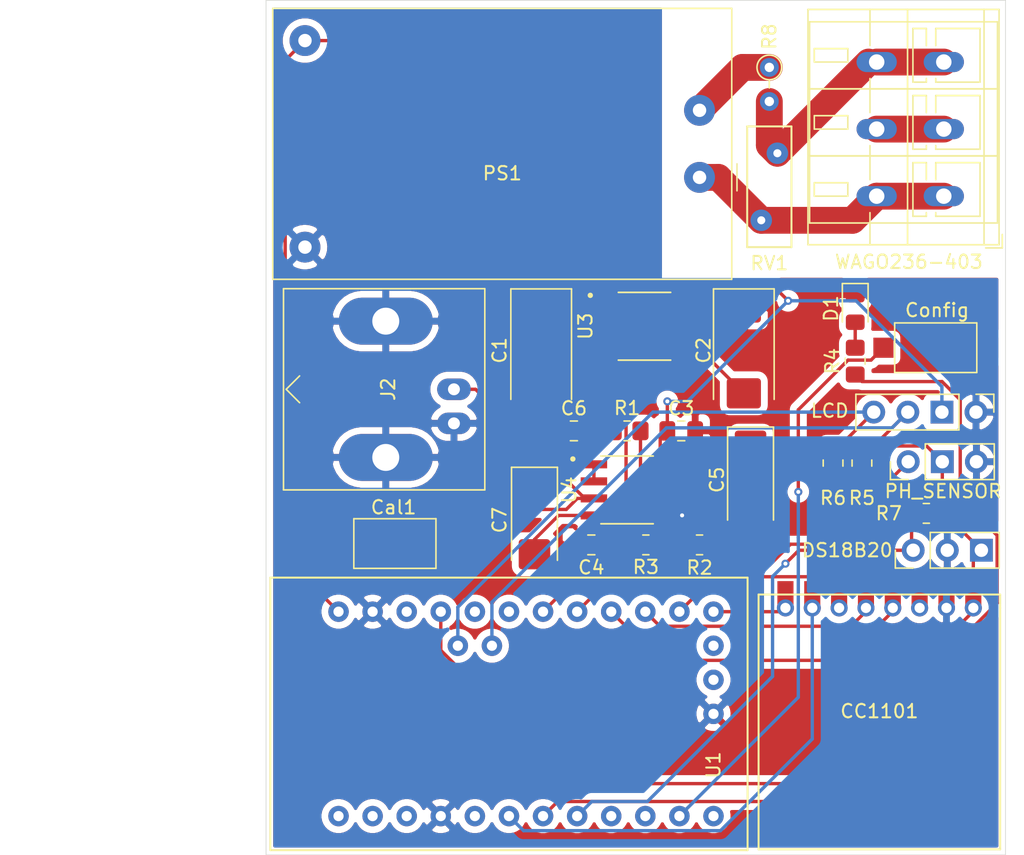
<source format=kicad_pcb>
(kicad_pcb (version 20171130) (host pcbnew "(5.1.9)-1")

  (general
    (thickness 1.6)
    (drawings 4)
    (tracks 171)
    (zones 0)
    (modules 29)
    (nets 41)
  )

  (page A4)
  (layers
    (0 F.Cu signal)
    (31 B.Cu signal)
    (32 B.Adhes user)
    (33 F.Adhes user)
    (34 B.Paste user)
    (35 F.Paste user)
    (36 B.SilkS user)
    (37 F.SilkS user)
    (38 B.Mask user)
    (39 F.Mask user)
    (40 Dwgs.User user)
    (41 Cmts.User user)
    (42 Eco1.User user)
    (43 Eco2.User user)
    (44 Edge.Cuts user)
    (45 Margin user)
    (46 B.CrtYd user)
    (47 F.CrtYd user)
    (48 B.Fab user)
    (49 F.Fab user)
  )

  (setup
    (last_trace_width 0.25)
    (trace_clearance 0.2)
    (zone_clearance 0.508)
    (zone_45_only no)
    (trace_min 0.2)
    (via_size 0.8)
    (via_drill 0.4)
    (via_min_size 0.4)
    (via_min_drill 0.3)
    (uvia_size 0.3)
    (uvia_drill 0.1)
    (uvias_allowed no)
    (uvia_min_size 0.2)
    (uvia_min_drill 0.1)
    (edge_width 0.05)
    (segment_width 0.2)
    (pcb_text_width 0.3)
    (pcb_text_size 1.5 1.5)
    (mod_edge_width 0.12)
    (mod_text_size 1 1)
    (mod_text_width 0.15)
    (pad_size 2.3 2.3)
    (pad_drill 1)
    (pad_to_mask_clearance 0)
    (aux_axis_origin 0 0)
    (visible_elements 7FFFFFFF)
    (pcbplotparams
      (layerselection 0x010fc_ffffffff)
      (usegerberextensions false)
      (usegerberattributes true)
      (usegerberadvancedattributes true)
      (creategerberjobfile true)
      (excludeedgelayer true)
      (linewidth 0.100000)
      (plotframeref false)
      (viasonmask false)
      (mode 1)
      (useauxorigin false)
      (hpglpennumber 1)
      (hpglpenspeed 20)
      (hpglpendiameter 15.000000)
      (psnegative false)
      (psa4output false)
      (plotreference true)
      (plotvalue true)
      (plotinvisibletext false)
      (padsonsilk false)
      (subtractmaskfromsilk false)
      (outputformat 1)
      (mirror false)
      (drillshape 0)
      (scaleselection 1)
      (outputdirectory "../Gerber/"))
  )

  (net 0 "")
  (net 1 "Net-(C1-Pad2)")
  (net 2 "Net-(C1-Pad1)")
  (net 3 -5V)
  (net 4 GND)
  (net 5 "Net-(C6-Pad2)")
  (net 6 "Net-(D1-Pad2)")
  (net 7 +5V)
  (net 8 "Net-(R1-Pad1)")
  (net 9 /A0)
  (net 10 /LED)
  (net 11 /CONFIG)
  (net 12 "Net-(U1-PadTXD)")
  (net 13 "Net-(U1-PadRXD)")
  (net 14 "Net-(U1-PadRST)")
  (net 15 "Net-(U1-Pad2)")
  (net 16 /GDO0)
  (net 17 /1_WIRE)
  (net 18 "Net-(U1-Pad6)")
  (net 19 "Net-(U1-Pad7)")
  (net 20 "Net-(U1-Pad9)")
  (net 21 /MOSI)
  (net 22 /MISO)
  (net 23 /SCK)
  (net 24 "Net-(U1-PadA2)")
  (net 25 "Net-(U1-PadA3)")
  (net 26 /VCC)
  (net 27 "Net-(U2-Pad6)")
  (net 28 /CSN)
  (net 29 "Net-(U3-Pad1)")
  (net 30 "Net-(U3-Pad7)")
  (net 31 /SCL)
  (net 32 /SDA)
  (net 33 "Net-(U1-PadA7)")
  (net 34 "Net-(U1-PadA6)")
  (net 35 "Net-(PS1-Pad1)")
  (net 36 "Net-(Cal1-Pad2)")
  (net 37 "Net-(PS1-Pad2)")
  (net 38 /A1)
  (net 39 "Net-(R8-Pad2)")
  (net 40 "Net-(WAGO236-403-Pad2)")

  (net_class Default "This is the default net class."
    (clearance 0.2)
    (trace_width 0.25)
    (via_dia 0.8)
    (via_drill 0.4)
    (uvia_dia 0.3)
    (uvia_drill 0.1)
    (add_net +5V)
    (add_net -5V)
    (add_net /1_WIRE)
    (add_net /A0)
    (add_net /A1)
    (add_net /CONFIG)
    (add_net /CSN)
    (add_net /GDO0)
    (add_net /LED)
    (add_net /MISO)
    (add_net /MOSI)
    (add_net /SCK)
    (add_net /SCL)
    (add_net /SDA)
    (add_net /VCC)
    (add_net GND)
    (add_net "Net-(C1-Pad1)")
    (add_net "Net-(C1-Pad2)")
    (add_net "Net-(C6-Pad2)")
    (add_net "Net-(Cal1-Pad2)")
    (add_net "Net-(D1-Pad2)")
    (add_net "Net-(PS1-Pad1)")
    (add_net "Net-(PS1-Pad2)")
    (add_net "Net-(R1-Pad1)")
    (add_net "Net-(R8-Pad2)")
    (add_net "Net-(U1-Pad2)")
    (add_net "Net-(U1-Pad6)")
    (add_net "Net-(U1-Pad7)")
    (add_net "Net-(U1-Pad9)")
    (add_net "Net-(U1-PadA2)")
    (add_net "Net-(U1-PadA3)")
    (add_net "Net-(U1-PadA6)")
    (add_net "Net-(U1-PadA7)")
    (add_net "Net-(U1-PadRST)")
    (add_net "Net-(U1-PadRXD)")
    (add_net "Net-(U1-PadTXD)")
    (add_net "Net-(U2-Pad6)")
    (add_net "Net-(U3-Pad1)")
    (add_net "Net-(U3-Pad7)")
    (add_net "Net-(WAGO236-403-Pad2)")
  )

  (module Resistor_SMD:R_0805_2012Metric_Pad1.20x1.40mm_HandSolder (layer F.Cu) (tedit 5F68FEEE) (tstamp 60862095)
    (at 151.65 75.5 270)
    (descr "Resistor SMD 0805 (2012 Metric), square (rectangular) end terminal, IPC_7351 nominal with elongated pad for handsoldering. (Body size source: IPC-SM-782 page 72, https://www.pcb-3d.com/wordpress/wp-content/uploads/ipc-sm-782a_amendment_1_and_2.pdf), generated with kicad-footprint-generator")
    (tags "resistor handsolder")
    (path /608629BB)
    (attr smd)
    (fp_text reference R6 (at 2.6 0 180) (layer F.SilkS)
      (effects (font (size 1 1) (thickness 0.15)))
    )
    (fp_text value 10K (at 0 1.65 90) (layer F.Fab)
      (effects (font (size 1 1) (thickness 0.15)))
    )
    (fp_text user %R (at 0 0 90) (layer F.Fab)
      (effects (font (size 0.5 0.5) (thickness 0.08)))
    )
    (fp_line (start -1 0.625) (end -1 -0.625) (layer F.Fab) (width 0.1))
    (fp_line (start -1 -0.625) (end 1 -0.625) (layer F.Fab) (width 0.1))
    (fp_line (start 1 -0.625) (end 1 0.625) (layer F.Fab) (width 0.1))
    (fp_line (start 1 0.625) (end -1 0.625) (layer F.Fab) (width 0.1))
    (fp_line (start -0.227064 -0.735) (end 0.227064 -0.735) (layer F.SilkS) (width 0.12))
    (fp_line (start -0.227064 0.735) (end 0.227064 0.735) (layer F.SilkS) (width 0.12))
    (fp_line (start -1.85 0.95) (end -1.85 -0.95) (layer F.CrtYd) (width 0.05))
    (fp_line (start -1.85 -0.95) (end 1.85 -0.95) (layer F.CrtYd) (width 0.05))
    (fp_line (start 1.85 -0.95) (end 1.85 0.95) (layer F.CrtYd) (width 0.05))
    (fp_line (start 1.85 0.95) (end -1.85 0.95) (layer F.CrtYd) (width 0.05))
    (pad 2 smd roundrect (at 1 0 270) (size 1.2 1.4) (layers F.Cu F.Paste F.Mask) (roundrect_rratio 0.208333)
      (net 26 /VCC))
    (pad 1 smd roundrect (at -1 0 270) (size 1.2 1.4) (layers F.Cu F.Paste F.Mask) (roundrect_rratio 0.208333)
      (net 31 /SCL))
    (model ${KISYS3DMOD}/Resistor_SMD.3dshapes/R_0805_2012Metric.wrl
      (at (xyz 0 0 0))
      (scale (xyz 1 1 1))
      (rotate (xyz 0 0 0))
    )
  )

  (module Resistor_SMD:R_0805_2012Metric_Pad1.20x1.40mm_HandSolder (layer F.Cu) (tedit 5F68FEEE) (tstamp 60862084)
    (at 153.8 75.5 270)
    (descr "Resistor SMD 0805 (2012 Metric), square (rectangular) end terminal, IPC_7351 nominal with elongated pad for handsoldering. (Body size source: IPC-SM-782 page 72, https://www.pcb-3d.com/wordpress/wp-content/uploads/ipc-sm-782a_amendment_1_and_2.pdf), generated with kicad-footprint-generator")
    (tags "resistor handsolder")
    (path /6086540B)
    (attr smd)
    (fp_text reference R5 (at 2.6 0 180) (layer F.SilkS)
      (effects (font (size 1 1) (thickness 0.15)))
    )
    (fp_text value 10K (at 0 1.65 90) (layer F.Fab)
      (effects (font (size 1 1) (thickness 0.15)))
    )
    (fp_text user %R (at 0 0 90) (layer F.Fab)
      (effects (font (size 0.5 0.5) (thickness 0.08)))
    )
    (fp_line (start -1 0.625) (end -1 -0.625) (layer F.Fab) (width 0.1))
    (fp_line (start -1 -0.625) (end 1 -0.625) (layer F.Fab) (width 0.1))
    (fp_line (start 1 -0.625) (end 1 0.625) (layer F.Fab) (width 0.1))
    (fp_line (start 1 0.625) (end -1 0.625) (layer F.Fab) (width 0.1))
    (fp_line (start -0.227064 -0.735) (end 0.227064 -0.735) (layer F.SilkS) (width 0.12))
    (fp_line (start -0.227064 0.735) (end 0.227064 0.735) (layer F.SilkS) (width 0.12))
    (fp_line (start -1.85 0.95) (end -1.85 -0.95) (layer F.CrtYd) (width 0.05))
    (fp_line (start -1.85 -0.95) (end 1.85 -0.95) (layer F.CrtYd) (width 0.05))
    (fp_line (start 1.85 -0.95) (end 1.85 0.95) (layer F.CrtYd) (width 0.05))
    (fp_line (start 1.85 0.95) (end -1.85 0.95) (layer F.CrtYd) (width 0.05))
    (pad 2 smd roundrect (at 1 0 270) (size 1.2 1.4) (layers F.Cu F.Paste F.Mask) (roundrect_rratio 0.208333)
      (net 26 /VCC))
    (pad 1 smd roundrect (at -1 0 270) (size 1.2 1.4) (layers F.Cu F.Paste F.Mask) (roundrect_rratio 0.208333)
      (net 32 /SDA))
    (model ${KISYS3DMOD}/Resistor_SMD.3dshapes/R_0805_2012Metric.wrl
      (at (xyz 0 0 0))
      (scale (xyz 1 1 1))
      (rotate (xyz 0 0 0))
    )
  )

  (module Connector_PinHeader_2.54mm:PinHeader_1x03_P2.54mm_Vertical (layer F.Cu) (tedit 6084C428) (tstamp 6084CD2E)
    (at 157.25 75.4 90)
    (descr "Through hole straight pin header, 1x03, 2.54mm pitch, single row")
    (tags "Through hole pin header THT 1x03 2.54mm single row")
    (path /60852B24)
    (fp_text reference PH_SENSOR (at -2.2 2.6 180) (layer F.SilkS)
      (effects (font (size 1 1) (thickness 0.15)))
    )
    (fp_text value PH_SENSOR (at 0 7.41 90) (layer F.Fab)
      (effects (font (size 1 1) (thickness 0.15)))
    )
    (fp_line (start 1.8 -1.8) (end -1.8 -1.8) (layer F.CrtYd) (width 0.05))
    (fp_line (start 1.8 6.85) (end 1.8 -1.8) (layer F.CrtYd) (width 0.05))
    (fp_line (start -1.8 6.85) (end 1.8 6.85) (layer F.CrtYd) (width 0.05))
    (fp_line (start -1.8 -1.8) (end -1.8 6.85) (layer F.CrtYd) (width 0.05))
    (fp_line (start -1.33 -1.33) (end 0 -1.33) (layer F.SilkS) (width 0.12))
    (fp_line (start -1.33 0) (end -1.33 -1.33) (layer F.SilkS) (width 0.12))
    (fp_line (start -1.33 1.27) (end 1.33 1.27) (layer F.SilkS) (width 0.12))
    (fp_line (start 1.33 1.27) (end 1.33 6.41) (layer F.SilkS) (width 0.12))
    (fp_line (start -1.33 1.27) (end -1.33 6.41) (layer F.SilkS) (width 0.12))
    (fp_line (start -1.33 6.41) (end 1.33 6.41) (layer F.SilkS) (width 0.12))
    (fp_line (start -1.27 -0.635) (end -0.635 -1.27) (layer F.Fab) (width 0.1))
    (fp_line (start -1.27 6.35) (end -1.27 -0.635) (layer F.Fab) (width 0.1))
    (fp_line (start 1.27 6.35) (end -1.27 6.35) (layer F.Fab) (width 0.1))
    (fp_line (start 1.27 -1.27) (end 1.27 6.35) (layer F.Fab) (width 0.1))
    (fp_line (start -0.635 -1.27) (end 1.27 -1.27) (layer F.Fab) (width 0.1))
    (fp_text user %R (at 0 2.54) (layer F.Fab)
      (effects (font (size 1 1) (thickness 0.15)))
    )
    (pad 3 thru_hole oval (at 0 5.08 90) (size 1.7 1.7) (drill 1) (layers *.Cu *.Mask)
      (net 4 GND))
    (pad 2 thru_hole rect (at 0 2.54 90) (size 1.7 1.7) (drill 1) (layers *.Cu *.Mask)
      (net 26 /VCC))
    (pad 1 thru_hole oval (at 0 0 90) (size 1.7 1.7) (drill 1) (layers *.Cu *.Mask)
      (net 9 /A0))
    (model ${KISYS3DMOD}/Connector_PinHeader_2.54mm.3dshapes/PinHeader_1x03_P2.54mm_Vertical.wrl
      (at (xyz 0 0 0))
      (scale (xyz 1 1 1))
      (rotate (xyz 0 0 0))
    )
  )

  (module Button_Switch_SMD:SW_SPST_CK_RS282G05A3 (layer F.Cu) (tedit 5A7A67D2) (tstamp 6046E794)
    (at 119 81.5)
    (descr https://www.mouser.com/ds/2/60/RS-282G05A-SM_RT-1159762.pdf)
    (tags "SPST button tactile switch")
    (path /60470102)
    (attr smd)
    (fp_text reference Cal1 (at -0.1 -2.7) (layer F.SilkS)
      (effects (font (size 1 1) (thickness 0.15)))
    )
    (fp_text value CAL (at 3.75 6.7) (layer F.Fab)
      (effects (font (size 1 1) (thickness 0.15)))
    )
    (fp_line (start -4.9 2.05) (end -4.9 -2.05) (layer F.CrtYd) (width 0.05))
    (fp_line (start 4.9 2.05) (end -4.9 2.05) (layer F.CrtYd) (width 0.05))
    (fp_line (start 4.9 -2.05) (end 4.9 2.05) (layer F.CrtYd) (width 0.05))
    (fp_line (start -4.9 -2.05) (end 4.9 -2.05) (layer F.CrtYd) (width 0.05))
    (fp_line (start -1.75 -1) (end 1.75 -1) (layer F.Fab) (width 0.1))
    (fp_line (start 1.75 -1) (end 1.75 1) (layer F.Fab) (width 0.1))
    (fp_line (start 1.75 1) (end -1.75 1) (layer F.Fab) (width 0.1))
    (fp_line (start -1.75 1) (end -1.75 -1) (layer F.Fab) (width 0.1))
    (fp_line (start -3.06 -1.85) (end 3.06 -1.85) (layer F.SilkS) (width 0.12))
    (fp_line (start 3.06 -1.85) (end 3.06 1.85) (layer F.SilkS) (width 0.12))
    (fp_line (start 3.06 1.85) (end -3.06 1.85) (layer F.SilkS) (width 0.12))
    (fp_line (start -3.06 1.85) (end -3.06 -1.85) (layer F.SilkS) (width 0.12))
    (fp_line (start -1.5 0.8) (end 1.5 0.8) (layer F.Fab) (width 0.1))
    (fp_line (start -1.5 -0.8) (end 1.5 -0.8) (layer F.Fab) (width 0.1))
    (fp_line (start 1.5 -0.8) (end 1.5 0.8) (layer F.Fab) (width 0.1))
    (fp_line (start -1.5 -0.8) (end -1.5 0.8) (layer F.Fab) (width 0.1))
    (fp_line (start -3 1.8) (end 3 1.8) (layer F.Fab) (width 0.1))
    (fp_line (start -3 -1.8) (end 3 -1.8) (layer F.Fab) (width 0.1))
    (fp_line (start -3 -1.8) (end -3 1.8) (layer F.Fab) (width 0.1))
    (fp_line (start 3 -1.8) (end 3 1.8) (layer F.Fab) (width 0.1))
    (fp_text user %R (at 3.25 2.25) (layer F.Fab)
      (effects (font (size 1 1) (thickness 0.15)))
    )
    (pad 2 smd rect (at 3.9 0) (size 1.5 1.5) (layers F.Cu F.Paste F.Mask)
      (net 36 "Net-(Cal1-Pad2)"))
    (pad 1 smd rect (at -3.9 0) (size 1.5 1.5) (layers F.Cu F.Paste F.Mask)
      (net 4 GND))
    (model ${KISYS3DMOD}/Button_Switch_SMD.3dshapes/SW_SPST_CK_RS282G05A3.wrl
      (at (xyz 0 0 0))
      (scale (xyz 1 1 1))
      (rotate (xyz 0 0 0))
    )
  )

  (module Resistor_THT:R_Axial_DIN0204_L3.6mm_D1.6mm_P2.54mm_Vertical (layer F.Cu) (tedit 5AE5139B) (tstamp 604721CC)
    (at 146.9 46 270)
    (descr "Resistor, Axial_DIN0204 series, Axial, Vertical, pin pitch=2.54mm, 0.167W, length*diameter=3.6*1.6mm^2, http://cdn-reichelt.de/documents/datenblatt/B400/1_4W%23YAG.pdf")
    (tags "Resistor Axial_DIN0204 series Axial Vertical pin pitch 2.54mm 0.167W length 3.6mm diameter 1.6mm")
    (path /60496CB6)
    (fp_text reference R8 (at -2.3 0 90) (layer F.SilkS)
      (effects (font (size 1 1) (thickness 0.15)))
    )
    (fp_text value SR1K (at 0.95 1.92 90) (layer F.Fab)
      (effects (font (size 1 1) (thickness 0.15)))
    )
    (fp_circle (center 0 0) (end 0.8 0) (layer F.Fab) (width 0.1))
    (fp_circle (center 0 0) (end 0.92 0) (layer F.SilkS) (width 0.12))
    (fp_line (start 0 0) (end 2.54 0) (layer F.Fab) (width 0.1))
    (fp_line (start 0.92 0) (end 1.54 0) (layer F.SilkS) (width 0.12))
    (fp_line (start -1.05 -1.05) (end -1.05 1.05) (layer F.CrtYd) (width 0.05))
    (fp_line (start -1.05 1.05) (end 3.49 1.05) (layer F.CrtYd) (width 0.05))
    (fp_line (start 3.49 1.05) (end 3.49 -1.05) (layer F.CrtYd) (width 0.05))
    (fp_line (start 3.49 -1.05) (end -1.05 -1.05) (layer F.CrtYd) (width 0.05))
    (fp_text user %R (at 0.95 -1.92 90) (layer F.Fab)
      (effects (font (size 1 1) (thickness 0.15)))
    )
    (pad 2 thru_hole oval (at 2.54 0 270) (size 1.4 1.4) (drill 0.7) (layers *.Cu *.Mask)
      (net 39 "Net-(R8-Pad2)"))
    (pad 1 thru_hole circle (at 0 0 270) (size 1.4 1.4) (drill 0.7) (layers *.Cu *.Mask)
      (net 35 "Net-(PS1-Pad1)"))
    (model ${KISYS3DMOD}/Resistor_THT.3dshapes/R_Axial_DIN0204_L3.6mm_D1.6mm_P2.54mm_Vertical.wrl
      (at (xyz 0 0 0))
      (scale (xyz 1 1 1))
      (rotate (xyz 0 0 0))
    )
  )

  (module Varistor:RV_Disc_D9mm_W3.3mm_P5mm (layer F.Cu) (tedit 5A0F68DF) (tstamp 6047055B)
    (at 146.3 57.4 90)
    (descr "Varistor, diameter 9mm, width 3.3mm, pitch 5mm")
    (tags "varistor SIOV")
    (path /6048360A)
    (fp_text reference RV1 (at -3.2 0.6 180) (layer F.SilkS)
      (effects (font (size 1 1) (thickness 0.15)))
    )
    (fp_text value Varistor (at 2.5 -2.05 90) (layer F.Fab)
      (effects (font (size 1 1) (thickness 0.15)))
    )
    (fp_line (start -2.25 2.5) (end 7.25 2.5) (layer F.CrtYd) (width 0.05))
    (fp_line (start -2.25 -1.3) (end 7.25 -1.3) (layer F.CrtYd) (width 0.05))
    (fp_line (start 7.25 -1.3) (end 7.25 2.5) (layer F.CrtYd) (width 0.05))
    (fp_line (start -2.25 -1.3) (end -2.25 2.5) (layer F.CrtYd) (width 0.05))
    (fp_line (start -2 2.25) (end 7 2.25) (layer F.SilkS) (width 0.15))
    (fp_line (start -2 -1.05) (end 7 -1.05) (layer F.SilkS) (width 0.15))
    (fp_line (start 7 -1.05) (end 7 2.25) (layer F.SilkS) (width 0.15))
    (fp_line (start -2 -1.05) (end -2 2.25) (layer F.SilkS) (width 0.15))
    (fp_line (start -2 2.25) (end 7 2.25) (layer F.Fab) (width 0.1))
    (fp_line (start -2 -1.05) (end 7 -1.05) (layer F.Fab) (width 0.1))
    (fp_line (start 7 -1.05) (end 7 2.25) (layer F.Fab) (width 0.1))
    (fp_line (start -2 -1.05) (end -2 2.25) (layer F.Fab) (width 0.1))
    (fp_text user %R (at 2.5 0.6 90) (layer F.Fab)
      (effects (font (size 1 1) (thickness 0.15)))
    )
    (pad 2 thru_hole circle (at 5 1.2 90) (size 1.6 1.6) (drill 0.6) (layers *.Cu *.Mask)
      (net 39 "Net-(R8-Pad2)"))
    (pad 1 thru_hole circle (at 0 0 90) (size 1.6 1.6) (drill 0.6) (layers *.Cu *.Mask)
      (net 37 "Net-(PS1-Pad2)"))
    (model ${KISYS3DMOD}/Varistor.3dshapes/RV_Disc_D9mm_W3.3mm_P5mm.wrl
      (at (xyz 0 0 0))
      (scale (xyz 1 1 1))
      (rotate (xyz 0 0 0))
    )
  )

  (module Button_Switch_SMD:SW_SPST_CK_RS282G05A3 (layer F.Cu) (tedit 5A7A67D2) (tstamp 60443784)
    (at 159.3 66.9 180)
    (descr https://www.mouser.com/ds/2/60/RS-282G05A-SM_RT-1159762.pdf)
    (tags "SPST button tactile switch")
    (path /6045430B)
    (attr smd)
    (fp_text reference Config (at -0.1 2.8) (layer F.SilkS)
      (effects (font (size 1 1) (thickness 0.15)))
    )
    (fp_text value CONFIG (at 0 4.2) (layer F.Fab)
      (effects (font (size 1 1) (thickness 0.15)))
    )
    (fp_line (start -4.9 2.05) (end -4.9 -2.05) (layer F.CrtYd) (width 0.05))
    (fp_line (start 4.9 2.05) (end -4.9 2.05) (layer F.CrtYd) (width 0.05))
    (fp_line (start 4.9 -2.05) (end 4.9 2.05) (layer F.CrtYd) (width 0.05))
    (fp_line (start -4.9 -2.05) (end 4.9 -2.05) (layer F.CrtYd) (width 0.05))
    (fp_line (start -1.75 -1) (end 1.75 -1) (layer F.Fab) (width 0.1))
    (fp_line (start 1.75 -1) (end 1.75 1) (layer F.Fab) (width 0.1))
    (fp_line (start 1.75 1) (end -1.75 1) (layer F.Fab) (width 0.1))
    (fp_line (start -1.75 1) (end -1.75 -1) (layer F.Fab) (width 0.1))
    (fp_line (start -3.06 -1.85) (end 3.06 -1.85) (layer F.SilkS) (width 0.12))
    (fp_line (start 3.06 -1.85) (end 3.06 1.85) (layer F.SilkS) (width 0.12))
    (fp_line (start 3.06 1.85) (end -3.06 1.85) (layer F.SilkS) (width 0.12))
    (fp_line (start -3.06 1.85) (end -3.06 -1.85) (layer F.SilkS) (width 0.12))
    (fp_line (start -1.5 0.8) (end 1.5 0.8) (layer F.Fab) (width 0.1))
    (fp_line (start -1.5 -0.8) (end 1.5 -0.8) (layer F.Fab) (width 0.1))
    (fp_line (start 1.5 -0.8) (end 1.5 0.8) (layer F.Fab) (width 0.1))
    (fp_line (start -1.5 -0.8) (end -1.5 0.8) (layer F.Fab) (width 0.1))
    (fp_line (start -3 1.8) (end 3 1.8) (layer F.Fab) (width 0.1))
    (fp_line (start -3 -1.8) (end 3 -1.8) (layer F.Fab) (width 0.1))
    (fp_line (start -3 -1.8) (end -3 1.8) (layer F.Fab) (width 0.1))
    (fp_line (start 3 -1.8) (end 3 1.8) (layer F.Fab) (width 0.1))
    (fp_text user %R (at 3.25 2.25) (layer F.Fab)
      (effects (font (size 1 1) (thickness 0.15)))
    )
    (pad 2 smd rect (at 3.9 0 180) (size 1.5 1.5) (layers F.Cu F.Paste F.Mask)
      (net 11 /CONFIG))
    (pad 1 smd rect (at -3.9 0 180) (size 1.5 1.5) (layers F.Cu F.Paste F.Mask)
      (net 4 GND))
    (model ${KISYS3DMOD}/Button_Switch_SMD.3dshapes/SW_SPST_CK_RS282G05A3.wrl
      (at (xyz 0 0 0))
      (scale (xyz 1 1 1))
      (rotate (xyz 0 0 0))
    )
  )

  (module myArduinoModules:Arduino_Pro_Mini (layer F.Cu) (tedit 6044A1AB) (tstamp 604437AB)
    (at 127.5 94.2 90)
    (path /6043BED5)
    (fp_text reference U1 (at -3.81 15.24 90) (layer F.SilkS)
      (effects (font (size 1 1) (thickness 0.15)))
    )
    (fp_text value Arduino_Pro_Mini (at -2.54 16.51 90) (layer F.Fab)
      (effects (font (size 1 1) (thickness 0.15)))
    )
    (fp_line (start 7.62 -15.24) (end 10.16 -17.78) (layer F.Fab) (width 0.12))
    (fp_line (start -7.62 -15.24) (end 7.62 -15.24) (layer F.Fab) (width 0.12))
    (fp_line (start -10.16 -17.78) (end -7.62 -15.24) (layer F.Fab) (width 0.12))
    (fp_line (start -10.16 17.78) (end -10.16 -17.78) (layer F.Fab) (width 0.12))
    (fp_line (start 10.16 17.78) (end -10.16 17.78) (layer F.Fab) (width 0.12))
    (fp_line (start 10.16 -17.78) (end 10.16 17.78) (layer F.Fab) (width 0.12))
    (fp_line (start -10.16 -17.78) (end 10.16 -17.78) (layer F.Fab) (width 0.12))
    (fp_line (start -10.16 -17.78) (end -10.16 17.78) (layer F.SilkS) (width 0.15))
    (fp_line (start 10.16 -17.78) (end -10.16 -17.78) (layer F.SilkS) (width 0.15))
    (fp_line (start 10.16 17.78) (end 10.16 -17.78) (layer F.SilkS) (width 0.15))
    (fp_line (start -10.16 17.78) (end 10.16 17.78) (layer F.SilkS) (width 0.15))
    (pad TXD thru_hole circle (at -7.62 -12.7 90) (size 1.524 1.524) (drill 0.762) (layers *.Cu *.Mask)
      (net 12 "Net-(U1-PadTXD)"))
    (pad RXD thru_hole circle (at -7.62 -10.16 90) (size 1.524 1.524) (drill 0.762) (layers *.Cu *.Mask)
      (net 13 "Net-(U1-PadRXD)"))
    (pad RST thru_hole circle (at -7.62 -7.62 90) (size 1.524 1.524) (drill 0.762) (layers *.Cu *.Mask)
      (net 14 "Net-(U1-PadRST)"))
    (pad GND thru_hole circle (at -7.62 -5.08 90) (size 1.524 1.524) (drill 0.762) (layers *.Cu *.Mask)
      (net 4 GND))
    (pad 2 thru_hole circle (at -7.62 -2.54 90) (size 1.524 1.524) (drill 0.762) (layers *.Cu *.Mask)
      (net 15 "Net-(U1-Pad2)"))
    (pad 3 thru_hole circle (at -7.62 0 90) (size 1.524 1.524) (drill 0.762) (layers *.Cu *.Mask)
      (net 16 /GDO0))
    (pad 4 thru_hole circle (at -7.62 2.54 90) (size 1.524 1.524) (drill 0.762) (layers *.Cu *.Mask)
      (net 10 /LED))
    (pad 5 thru_hole circle (at -7.62 5.08 90) (size 1.524 1.524) (drill 0.762) (layers *.Cu *.Mask)
      (net 17 /1_WIRE))
    (pad 6 thru_hole circle (at -7.62 7.62 90) (size 1.524 1.524) (drill 0.762) (layers *.Cu *.Mask)
      (net 18 "Net-(U1-Pad6)"))
    (pad 7 thru_hole circle (at -7.62 10.16 90) (size 1.524 1.524) (drill 0.762) (layers *.Cu *.Mask)
      (net 19 "Net-(U1-Pad7)"))
    (pad 8 thru_hole circle (at -7.62 12.7 90) (size 1.524 1.524) (drill 0.762) (layers *.Cu *.Mask)
      (net 11 /CONFIG))
    (pad 9 thru_hole circle (at -7.62 15.24 90) (size 1.524 1.524) (drill 0.762) (layers *.Cu *.Mask)
      (net 20 "Net-(U1-Pad9)"))
    (pad 10 thru_hole circle (at 7.62 15.24 90) (size 1.524 1.524) (drill 0.762) (layers *.Cu *.Mask)
      (net 28 /CSN))
    (pad 11 thru_hole circle (at 7.62 12.7 90) (size 1.524 1.524) (drill 0.762) (layers *.Cu *.Mask)
      (net 21 /MOSI))
    (pad 12 thru_hole circle (at 7.62 10.16 90) (size 1.524 1.524) (drill 0.762) (layers *.Cu *.Mask)
      (net 22 /MISO))
    (pad 13 thru_hole circle (at 7.62 7.62 90) (size 1.524 1.524) (drill 0.762) (layers *.Cu *.Mask)
      (net 23 /SCK))
    (pad A0 thru_hole circle (at 7.62 5.08 90) (size 1.524 1.524) (drill 0.762) (layers *.Cu *.Mask)
      (net 9 /A0))
    (pad A1 thru_hole circle (at 7.62 2.54 90) (size 1.524 1.524) (drill 0.762) (layers *.Cu *.Mask)
      (net 38 /A1))
    (pad A2 thru_hole circle (at 7.62 0 90) (size 1.524 1.524) (drill 0.762) (layers *.Cu *.Mask)
      (net 24 "Net-(U1-PadA2)"))
    (pad A3 thru_hole circle (at 7.62 -2.54 90) (size 1.524 1.524) (drill 0.762) (layers *.Cu *.Mask)
      (net 25 "Net-(U1-PadA3)"))
    (pad VCC thru_hole circle (at 7.62 -5.08 90) (size 1.524 1.524) (drill 0.762) (layers *.Cu *.Mask)
      (net 26 /VCC))
    (pad RST thru_hole circle (at 7.62 -7.62 90) (size 1.524 1.524) (drill 0.762) (layers *.Cu *.Mask)
      (net 14 "Net-(U1-PadRST)"))
    (pad GND thru_hole circle (at 7.62 -10.16 90) (size 1.524 1.524) (drill 0.762) (layers *.Cu *.Mask)
      (net 4 GND))
    (pad RAW thru_hole circle (at 7.62 -12.7 90) (size 1.524 1.524) (drill 0.762) (layers *.Cu *.Mask)
      (net 7 +5V))
    (pad A4 thru_hole circle (at 5.08 -1.27 90) (size 1.524 1.524) (drill 0.762) (layers *.Cu *.Mask)
      (net 32 /SDA))
    (pad A5 thru_hole circle (at 5.08 -3.81 90) (size 1.524 1.524) (drill 0.762) (layers *.Cu *.Mask)
      (net 31 /SCL))
    (pad A7 thru_hole circle (at 5.08 15.24 90) (size 1.524 1.524) (drill 0.762) (layers *.Cu *.Mask)
      (net 33 "Net-(U1-PadA7)"))
    (pad A6 thru_hole circle (at 2.54 15.24 90) (size 1.524 1.524) (drill 0.762) (layers *.Cu *.Mask)
      (net 34 "Net-(U1-PadA6)"))
    (pad GND thru_hole circle (at 0 15.24 90) (size 1.524 1.524) (drill 0.762) (layers *.Cu *.Mask)
      (net 4 GND))
  )

  (module myRadioModules:CC1101_SMD_THT_Ohne_Ant (layer F.Cu) (tedit 5FCEB124) (tstamp 604437C5)
    (at 155.1 86.3 180)
    (path /6043B5A7)
    (fp_text reference U2 (at 0 -4.5) (layer F.SilkS) hide
      (effects (font (size 1 1) (thickness 0.15)))
    )
    (fp_text value CC1101 (at 0 -6.27) (layer F.Fab)
      (effects (font (size 1 1) (thickness 0.15)))
    )
    (fp_line (start -9 0) (end -9 -18) (layer F.SilkS) (width 0.15))
    (fp_line (start -9 -18) (end 9 -18) (layer F.SilkS) (width 0.15))
    (fp_line (start 9 -18) (end 9 1) (layer F.SilkS) (width 0.15))
    (fp_line (start 9 1) (end -9 1) (layer F.SilkS) (width 0.15))
    (fp_line (start -9 1) (end -9 0) (layer F.SilkS) (width 0.15))
    (fp_text user CC1101 (at 0 -7.7 180) (layer F.SilkS)
      (effects (font (size 1 1) (thickness 0.15)))
    )
    (pad 1 thru_hole oval (at -7 0 180) (size 1.27 1.27) (drill 0.762) (layers *.Cu *.Mask)
      (net 26 /VCC) (zone_connect 1))
    (pad 2 thru_hole oval (at -5 0 180) (size 1.27 1.27) (drill 0.762) (layers *.Cu *.Mask)
      (net 4 GND))
    (pad 3 thru_hole circle (at -3 0 180) (size 1.27 1.27) (drill 0.762) (layers *.Cu *.Mask)
      (net 21 /MOSI))
    (pad 4 thru_hole circle (at -1 0 180) (size 1.27 1.27) (drill 0.762) (layers *.Cu *.Mask)
      (net 23 /SCK))
    (pad 5 thru_hole circle (at 1 0 180) (size 1.27 1.27) (drill 0.762) (layers *.Cu *.Mask)
      (net 22 /MISO))
    (pad 6 thru_hole circle (at 3 0 180) (size 1.27 1.27) (drill 0.762) (layers *.Cu *.Mask)
      (net 27 "Net-(U2-Pad6)"))
    (pad 7 thru_hole circle (at 5 0 180) (size 1.27 1.27) (drill 0.762) (layers *.Cu *.Mask)
      (net 16 /GDO0))
    (pad 8 thru_hole circle (at 7 0 180) (size 1.27 1.27) (drill 0.762) (layers *.Cu *.Mask)
      (net 28 /CSN))
    (pad 1 smd rect (at -7 1 180) (size 1.2 2) (layers F.Cu F.Mask)
      (net 26 /VCC))
    (pad 2 smd rect (at -5 1 180) (size 1.2 2) (layers F.Cu F.Mask)
      (net 4 GND))
    (pad 3 smd rect (at -3 1 180) (size 1.2 2) (layers F.Cu F.Mask)
      (net 21 /MOSI))
    (pad 4 smd rect (at -1 1 180) (size 1.2 2) (layers F.Cu F.Mask)
      (net 23 /SCK))
    (pad 5 smd rect (at 1 1 180) (size 1.2 2) (layers F.Cu F.Mask)
      (net 22 /MISO))
    (pad 6 smd rect (at 3 1 180) (size 1.2 2) (layers F.Cu F.Mask)
      (net 27 "Net-(U2-Pad6)"))
    (pad 7 smd rect (at 5 1 180) (size 1.2 2) (layers F.Cu F.Mask)
      (net 16 /GDO0))
    (pad 8 smd rect (at 7 1 180) (size 1.2 2) (layers F.Cu F.Mask)
      (net 28 /CSN))
    (model :my3DMOD:CC1101_Module.step
      (offset (xyz -9 -1 0))
      (scale (xyz 1 1 1))
      (rotate (xyz 0 0 0))
    )
  )

  (module Connector_PinHeader_2.54mm:PinHeader_1x04_P2.54mm_Vertical (layer F.Cu) (tedit 60449FC8) (tstamp 6044AD13)
    (at 162.3 71.7 270)
    (descr "Through hole straight pin header, 1x04, 2.54mm pitch, single row")
    (tags "Through hole pin header THT 1x04 2.54mm single row")
    (path /604F7F2B)
    (fp_text reference LCD (at -0.1 10.9) (layer F.SilkS)
      (effects (font (size 1 1) (thickness 0.15)))
    )
    (fp_text value LCD (at 0 9.95 90) (layer F.Fab)
      (effects (font (size 1 1) (thickness 0.15)))
    )
    (fp_line (start 1.8 -1.8) (end -1.8 -1.8) (layer F.CrtYd) (width 0.05))
    (fp_line (start 1.8 9.4) (end 1.8 -1.8) (layer F.CrtYd) (width 0.05))
    (fp_line (start -1.8 9.4) (end 1.8 9.4) (layer F.CrtYd) (width 0.05))
    (fp_line (start -1.8 -1.8) (end -1.8 9.4) (layer F.CrtYd) (width 0.05))
    (fp_line (start -1.33 -1.33) (end 0 -1.33) (layer F.SilkS) (width 0.12))
    (fp_line (start -1.33 0) (end -1.33 -1.33) (layer F.SilkS) (width 0.12))
    (fp_line (start -1.33 1.27) (end 1.33 1.27) (layer F.SilkS) (width 0.12))
    (fp_line (start 1.33 1.27) (end 1.33 8.95) (layer F.SilkS) (width 0.12))
    (fp_line (start -1.33 1.27) (end -1.33 8.95) (layer F.SilkS) (width 0.12))
    (fp_line (start -1.33 8.95) (end 1.33 8.95) (layer F.SilkS) (width 0.12))
    (fp_line (start -1.27 -0.635) (end -0.635 -1.27) (layer F.Fab) (width 0.1))
    (fp_line (start -1.27 8.89) (end -1.27 -0.635) (layer F.Fab) (width 0.1))
    (fp_line (start 1.27 8.89) (end -1.27 8.89) (layer F.Fab) (width 0.1))
    (fp_line (start 1.27 -1.27) (end 1.27 8.89) (layer F.Fab) (width 0.1))
    (fp_line (start -0.635 -1.27) (end 1.27 -1.27) (layer F.Fab) (width 0.1))
    (fp_text user %R (at 0 3.81) (layer F.Fab)
      (effects (font (size 1 1) (thickness 0.15)))
    )
    (pad 4 thru_hole oval (at 0 7.62 270) (size 1.7 1.7) (drill 1) (layers *.Cu *.Mask)
      (net 31 /SCL))
    (pad 3 thru_hole oval (at 0 5.08 270) (size 1.7 1.7) (drill 1) (layers *.Cu *.Mask)
      (net 32 /SDA))
    (pad 2 thru_hole rect (at 0 2.54 270) (size 1.7 1.7) (drill 1) (layers *.Cu *.Mask)
      (net 7 +5V))
    (pad 1 thru_hole oval (at 0 0 270) (size 1.7 1.7) (drill 1) (layers *.Cu *.Mask)
      (net 4 GND))
    (model ${KISYS3DMOD}/Connector_PinHeader_2.54mm.3dshapes/PinHeader_1x04_P2.54mm_Vertical.wrl
      (at (xyz 0 0 0))
      (scale (xyz 1 1 1))
      (rotate (xyz 0 0 0))
    )
  )

  (module Connector_PinHeader_2.54mm:PinHeader_1x03_P2.54mm_Vertical (layer F.Cu) (tedit 60449FB8) (tstamp 6044ACFB)
    (at 157.62 82 90)
    (descr "Through hole straight pin header, 1x03, 2.54mm pitch, single row")
    (tags "Through hole pin header THT 1x03 2.54mm single row")
    (path /604F9191)
    (fp_text reference DS18B20 (at 0 -4.92 180) (layer F.SilkS)
      (effects (font (size 1 1) (thickness 0.15)))
    )
    (fp_text value DS18B20 (at 0 7.41 90) (layer F.Fab)
      (effects (font (size 1 1) (thickness 0.15)))
    )
    (fp_line (start 1.8 -1.8) (end -1.8 -1.8) (layer F.CrtYd) (width 0.05))
    (fp_line (start 1.8 6.85) (end 1.8 -1.8) (layer F.CrtYd) (width 0.05))
    (fp_line (start -1.8 6.85) (end 1.8 6.85) (layer F.CrtYd) (width 0.05))
    (fp_line (start -1.8 -1.8) (end -1.8 6.85) (layer F.CrtYd) (width 0.05))
    (fp_line (start -1.33 -1.33) (end 0 -1.33) (layer F.SilkS) (width 0.12))
    (fp_line (start -1.33 0) (end -1.33 -1.33) (layer F.SilkS) (width 0.12))
    (fp_line (start -1.33 1.27) (end 1.33 1.27) (layer F.SilkS) (width 0.12))
    (fp_line (start 1.33 1.27) (end 1.33 6.41) (layer F.SilkS) (width 0.12))
    (fp_line (start -1.33 1.27) (end -1.33 6.41) (layer F.SilkS) (width 0.12))
    (fp_line (start -1.33 6.41) (end 1.33 6.41) (layer F.SilkS) (width 0.12))
    (fp_line (start -1.27 -0.635) (end -0.635 -1.27) (layer F.Fab) (width 0.1))
    (fp_line (start -1.27 6.35) (end -1.27 -0.635) (layer F.Fab) (width 0.1))
    (fp_line (start 1.27 6.35) (end -1.27 6.35) (layer F.Fab) (width 0.1))
    (fp_line (start 1.27 -1.27) (end 1.27 6.35) (layer F.Fab) (width 0.1))
    (fp_line (start -0.635 -1.27) (end 1.27 -1.27) (layer F.Fab) (width 0.1))
    (fp_text user %R (at 0 2.54) (layer F.Fab)
      (effects (font (size 1 1) (thickness 0.15)))
    )
    (pad 3 thru_hole rect (at 0 5.08 90) (size 1.7 1.7) (drill 1) (layers *.Cu *.Mask)
      (net 26 /VCC))
    (pad 2 thru_hole oval (at 0 2.54 90) (size 1.7 1.7) (drill 1) (layers *.Cu *.Mask)
      (net 4 GND))
    (pad 1 thru_hole oval (at 0 0 90) (size 1.7 1.7) (drill 1) (layers *.Cu *.Mask)
      (net 17 /1_WIRE))
    (model ${KISYS3DMOD}/Connector_PinHeader_2.54mm.3dshapes/PinHeader_1x03_P2.54mm_Vertical.wrl
      (at (xyz 0 0 0))
      (scale (xyz 1 1 1))
      (rotate (xyz 0 0 0))
    )
  )

  (module Resistor_SMD:R_0805_2012Metric_Pad1.20x1.40mm_HandSolder (layer F.Cu) (tedit 5F68FEEE) (tstamp 6044ADF6)
    (at 158.6 79.25 180)
    (descr "Resistor SMD 0805 (2012 Metric), square (rectangular) end terminal, IPC_7351 nominal with elongated pad for handsoldering. (Body size source: IPC-SM-782 page 72, https://www.pcb-3d.com/wordpress/wp-content/uploads/ipc-sm-782a_amendment_1_and_2.pdf), generated with kicad-footprint-generator")
    (tags "resistor handsolder")
    (path /604FEF5B)
    (attr smd)
    (fp_text reference R7 (at 2.8 0) (layer F.SilkS)
      (effects (font (size 1 1) (thickness 0.15)))
    )
    (fp_text value 4.7K (at 0 1.65) (layer F.Fab)
      (effects (font (size 1 1) (thickness 0.15)))
    )
    (fp_line (start 1.85 0.95) (end -1.85 0.95) (layer F.CrtYd) (width 0.05))
    (fp_line (start 1.85 -0.95) (end 1.85 0.95) (layer F.CrtYd) (width 0.05))
    (fp_line (start -1.85 -0.95) (end 1.85 -0.95) (layer F.CrtYd) (width 0.05))
    (fp_line (start -1.85 0.95) (end -1.85 -0.95) (layer F.CrtYd) (width 0.05))
    (fp_line (start -0.227064 0.735) (end 0.227064 0.735) (layer F.SilkS) (width 0.12))
    (fp_line (start -0.227064 -0.735) (end 0.227064 -0.735) (layer F.SilkS) (width 0.12))
    (fp_line (start 1 0.625) (end -1 0.625) (layer F.Fab) (width 0.1))
    (fp_line (start 1 -0.625) (end 1 0.625) (layer F.Fab) (width 0.1))
    (fp_line (start -1 -0.625) (end 1 -0.625) (layer F.Fab) (width 0.1))
    (fp_line (start -1 0.625) (end -1 -0.625) (layer F.Fab) (width 0.1))
    (fp_text user %R (at 0 0) (layer F.Fab)
      (effects (font (size 0.5 0.5) (thickness 0.08)))
    )
    (pad 2 smd roundrect (at 1 0 180) (size 1.2 1.4) (layers F.Cu F.Paste F.Mask) (roundrect_rratio 0.2083325)
      (net 17 /1_WIRE))
    (pad 1 smd roundrect (at -1 0 180) (size 1.2 1.4) (layers F.Cu F.Paste F.Mask) (roundrect_rratio 0.2083325)
      (net 26 /VCC))
    (model ${KISYS3DMOD}/Resistor_SMD.3dshapes/R_0805_2012Metric.wrl
      (at (xyz 0 0 0))
      (scale (xyz 1 1 1))
      (rotate (xyz 0 0 0))
    )
  )

  (module LM2660M:SOIC127P599X175-8N (layer F.Cu) (tedit 6043C036) (tstamp 604437DD)
    (at 137.6 65.3)
    (path /60449D12)
    (fp_text reference U3 (at -4.4 0 90) (layer F.SilkS)
      (effects (font (size 1 1) (thickness 0.15)))
    )
    (fp_text value LM2660M (at 10.6 2 90) (layer F.Fab)
      (effects (font (size 1 1) (thickness 0.015)))
    )
    (fp_line (start 3.705 -2.7025) (end 3.705 2.7025) (layer F.CrtYd) (width 0.05))
    (fp_line (start -3.705 -2.7025) (end -3.705 2.7025) (layer F.CrtYd) (width 0.05))
    (fp_line (start -3.705 2.7025) (end 3.705 2.7025) (layer F.CrtYd) (width 0.05))
    (fp_line (start -3.705 -2.7025) (end 3.705 -2.7025) (layer F.CrtYd) (width 0.05))
    (fp_line (start 1.95 -2.4525) (end 1.95 2.4525) (layer F.Fab) (width 0.127))
    (fp_line (start -1.95 -2.4525) (end -1.95 2.4525) (layer F.Fab) (width 0.127))
    (fp_line (start -1.95 2.525) (end 1.95 2.525) (layer F.SilkS) (width 0.127))
    (fp_line (start -1.95 -2.525) (end 1.95 -2.525) (layer F.SilkS) (width 0.127))
    (fp_line (start -1.95 2.4525) (end 1.95 2.4525) (layer F.Fab) (width 0.127))
    (fp_line (start -1.95 -2.4525) (end 1.95 -2.4525) (layer F.Fab) (width 0.127))
    (fp_circle (center -4.04 -2.305) (end -3.94 -2.305) (layer F.Fab) (width 0.2))
    (fp_circle (center -4.04 -2.305) (end -3.94 -2.305) (layer F.SilkS) (width 0.2))
    (pad 1 smd rect (at -2.47 -1.905) (size 1.97 0.6) (layers F.Cu F.Paste F.Mask)
      (net 29 "Net-(U3-Pad1)"))
    (pad 2 smd rect (at -2.47 -0.635) (size 1.97 0.6) (layers F.Cu F.Paste F.Mask)
      (net 2 "Net-(C1-Pad1)"))
    (pad 3 smd rect (at -2.47 0.635) (size 1.97 0.6) (layers F.Cu F.Paste F.Mask)
      (net 4 GND))
    (pad 4 smd rect (at -2.47 1.905) (size 1.97 0.6) (layers F.Cu F.Paste F.Mask)
      (net 1 "Net-(C1-Pad2)"))
    (pad 5 smd rect (at 2.47 1.905) (size 1.97 0.6) (layers F.Cu F.Paste F.Mask)
      (net 3 -5V))
    (pad 6 smd rect (at 2.47 0.635) (size 1.97 0.6) (layers F.Cu F.Paste F.Mask)
      (net 4 GND))
    (pad 7 smd rect (at 2.47 -0.635) (size 1.97 0.6) (layers F.Cu F.Paste F.Mask)
      (net 30 "Net-(U3-Pad7)"))
    (pad 8 smd rect (at 2.47 -1.905) (size 1.97 0.6) (layers F.Cu F.Paste F.Mask)
      (net 7 +5V))
  )

  (module Capacitor_Tantalum_SMD:CP_EIA-6032-15_Kemet-U_Pad2.25x2.35mm_HandSolder (layer F.Cu) (tedit 5EBA9318) (tstamp 6044360E)
    (at 145.5 76.75 270)
    (descr "Tantalum Capacitor SMD Kemet-U (6032-15 Metric), IPC_7351 nominal, (Body size from: http://www.kemet.com/Lists/ProductCatalog/Attachments/253/KEM_TC101_STD.pdf), generated with kicad-footprint-generator")
    (tags "capacitor tantalum")
    (path /6044E344)
    (attr smd)
    (fp_text reference C5 (at 0 2.5 90) (layer F.SilkS)
      (effects (font (size 1 1) (thickness 0.15)))
    )
    (fp_text value 10µF (at 0 4.35 90) (layer F.Fab)
      (effects (font (size 1 1) (thickness 0.15)))
    )
    (fp_line (start 3.92 1.85) (end -3.92 1.85) (layer F.CrtYd) (width 0.05))
    (fp_line (start 3.92 -1.85) (end 3.92 1.85) (layer F.CrtYd) (width 0.05))
    (fp_line (start -3.92 -1.85) (end 3.92 -1.85) (layer F.CrtYd) (width 0.05))
    (fp_line (start -3.92 1.85) (end -3.92 -1.85) (layer F.CrtYd) (width 0.05))
    (fp_line (start -3.935 1.71) (end 3 1.71) (layer F.SilkS) (width 0.12))
    (fp_line (start -3.935 -1.71) (end -3.935 1.71) (layer F.SilkS) (width 0.12))
    (fp_line (start 3 -1.71) (end -3.935 -1.71) (layer F.SilkS) (width 0.12))
    (fp_line (start 3 1.6) (end 3 -1.6) (layer F.Fab) (width 0.1))
    (fp_line (start -3 1.6) (end 3 1.6) (layer F.Fab) (width 0.1))
    (fp_line (start -3 -0.8) (end -3 1.6) (layer F.Fab) (width 0.1))
    (fp_line (start -2.2 -1.6) (end -3 -0.8) (layer F.Fab) (width 0.1))
    (fp_line (start 3 -1.6) (end -2.2 -1.6) (layer F.Fab) (width 0.1))
    (fp_text user %R (at -0.05 -0.1 90) (layer F.Fab)
      (effects (font (size 1 1) (thickness 0.15)))
    )
    (pad 2 smd roundrect (at 2.55 0 270) (size 2.25 2.35) (layers F.Cu F.Paste F.Mask) (roundrect_rratio 0.1111106666666667)
      (net 4 GND))
    (pad 1 smd roundrect (at -2.55 0 270) (size 2.25 2.35) (layers F.Cu F.Paste F.Mask) (roundrect_rratio 0.1111106666666667)
      (net 7 +5V))
    (model ${KISYS3DMOD}/Capacitor_Tantalum_SMD.3dshapes/CP_EIA-6032-15_Kemet-U.wrl
      (at (xyz 0 0 0))
      (scale (xyz 1 1 1))
      (rotate (xyz 0 0 0))
    )
  )

  (module Capacitor_Tantalum_SMD:CP_EIA-6032-28_Kemet-C_Pad2.25x2.35mm_HandSolder (layer F.Cu) (tedit 5EBA9318) (tstamp 60443647)
    (at 129.4 79.75 270)
    (descr "Tantalum Capacitor SMD Kemet-C (6032-28 Metric), IPC_7351 nominal, (Body size from: http://www.kemet.com/Lists/ProductCatalog/Attachments/253/KEM_TC101_STD.pdf), generated with kicad-footprint-generator")
    (tags "capacitor tantalum")
    (path /6044D201)
    (attr smd)
    (fp_text reference C7 (at 0 2.6 90) (layer F.SilkS)
      (effects (font (size 1 1) (thickness 0.15)))
    )
    (fp_text value 10µF (at 0 4.35 90) (layer F.Fab)
      (effects (font (size 1 1) (thickness 0.15)))
    )
    (fp_line (start 3.92 1.85) (end -3.92 1.85) (layer F.CrtYd) (width 0.05))
    (fp_line (start 3.92 -1.85) (end 3.92 1.85) (layer F.CrtYd) (width 0.05))
    (fp_line (start -3.92 -1.85) (end 3.92 -1.85) (layer F.CrtYd) (width 0.05))
    (fp_line (start -3.92 1.85) (end -3.92 -1.85) (layer F.CrtYd) (width 0.05))
    (fp_line (start -3.935 1.71) (end 3 1.71) (layer F.SilkS) (width 0.12))
    (fp_line (start -3.935 -1.71) (end -3.935 1.71) (layer F.SilkS) (width 0.12))
    (fp_line (start 3 -1.71) (end -3.935 -1.71) (layer F.SilkS) (width 0.12))
    (fp_line (start 3 1.6) (end 3 -1.6) (layer F.Fab) (width 0.1))
    (fp_line (start -3 1.6) (end 3 1.6) (layer F.Fab) (width 0.1))
    (fp_line (start -3 -0.8) (end -3 1.6) (layer F.Fab) (width 0.1))
    (fp_line (start -2.2 -1.6) (end -3 -0.8) (layer F.Fab) (width 0.1))
    (fp_line (start 3 -1.6) (end -2.2 -1.6) (layer F.Fab) (width 0.1))
    (fp_text user %R (at 0 0 90) (layer F.Fab)
      (effects (font (size 1 1) (thickness 0.15)))
    )
    (pad 2 smd roundrect (at 2.55 0 270) (size 2.25 2.35) (layers F.Cu F.Paste F.Mask) (roundrect_rratio 0.1111106666666667)
      (net 3 -5V))
    (pad 1 smd roundrect (at -2.55 0 270) (size 2.25 2.35) (layers F.Cu F.Paste F.Mask) (roundrect_rratio 0.1111106666666667)
      (net 4 GND))
    (model ${KISYS3DMOD}/Capacitor_Tantalum_SMD.3dshapes/CP_EIA-6032-28_Kemet-C.wrl
      (at (xyz 0 0 0))
      (scale (xyz 1 1 1))
      (rotate (xyz 0 0 0))
    )
  )

  (module Capacitor_Tantalum_SMD:CP_EIA-7343-15_Kemet-W_Pad2.25x2.55mm_HandSolder (layer F.Cu) (tedit 5EBA9318) (tstamp 6044359C)
    (at 129.9 67.1 270)
    (descr "Tantalum Capacitor SMD Kemet-W (7343-15 Metric), IPC_7351 nominal, (Body size from: http://www.kemet.com/Lists/ProductCatalog/Attachments/253/KEM_TC101_STD.pdf), generated with kicad-footprint-generator")
    (tags "capacitor tantalum")
    (path /6044CB02)
    (attr smd)
    (fp_text reference C1 (at 0 3.1 90) (layer F.SilkS)
      (effects (font (size 1 1) (thickness 0.15)))
    )
    (fp_text value 150µF (at 0 4.35 90) (layer F.Fab)
      (effects (font (size 1 1) (thickness 0.15)))
    )
    (fp_line (start 4.58 2.4) (end -4.58 2.4) (layer F.CrtYd) (width 0.05))
    (fp_line (start 4.58 -2.4) (end 4.58 2.4) (layer F.CrtYd) (width 0.05))
    (fp_line (start -4.58 -2.4) (end 4.58 -2.4) (layer F.CrtYd) (width 0.05))
    (fp_line (start -4.58 2.4) (end -4.58 -2.4) (layer F.CrtYd) (width 0.05))
    (fp_line (start -4.585 2.26) (end 3.65 2.26) (layer F.SilkS) (width 0.12))
    (fp_line (start -4.585 -2.26) (end -4.585 2.26) (layer F.SilkS) (width 0.12))
    (fp_line (start 3.65 -2.26) (end -4.585 -2.26) (layer F.SilkS) (width 0.12))
    (fp_line (start 3.65 2.15) (end 3.65 -2.15) (layer F.Fab) (width 0.1))
    (fp_line (start -3.65 2.15) (end 3.65 2.15) (layer F.Fab) (width 0.1))
    (fp_line (start -3.65 -1.15) (end -3.65 2.15) (layer F.Fab) (width 0.1))
    (fp_line (start -2.65 -2.15) (end -3.65 -1.15) (layer F.Fab) (width 0.1))
    (fp_line (start 3.65 -2.15) (end -2.65 -2.15) (layer F.Fab) (width 0.1))
    (fp_text user %R (at 0 0 90) (layer F.Fab)
      (effects (font (size 1 1) (thickness 0.15)))
    )
    (pad 2 smd roundrect (at 3.2 0 270) (size 2.25 2.55) (layers F.Cu F.Paste F.Mask) (roundrect_rratio 0.1111106666666667)
      (net 1 "Net-(C1-Pad2)"))
    (pad 1 smd roundrect (at -3.2 0 270) (size 2.25 2.55) (layers F.Cu F.Paste F.Mask) (roundrect_rratio 0.1111106666666667)
      (net 2 "Net-(C1-Pad1)"))
    (model ${KISYS3DMOD}/Capacitor_Tantalum_SMD.3dshapes/CP_EIA-7343-15_Kemet-W.wrl
      (at (xyz 0 0 0))
      (scale (xyz 1 1 1))
      (rotate (xyz 0 0 0))
    )
  )

  (module Capacitor_Tantalum_SMD:CP_EIA-7343-15_Kemet-W_Pad2.25x2.55mm_HandSolder (layer F.Cu) (tedit 5EBA9318) (tstamp 604435C4)
    (at 145 67.1 270)
    (descr "Tantalum Capacitor SMD Kemet-W (7343-15 Metric), IPC_7351 nominal, (Body size from: http://www.kemet.com/Lists/ProductCatalog/Attachments/253/KEM_TC101_STD.pdf), generated with kicad-footprint-generator")
    (tags "capacitor tantalum")
    (path /6044D9BA)
    (attr smd)
    (fp_text reference C2 (at 0 3 90) (layer F.SilkS)
      (effects (font (size 1 1) (thickness 0.15)))
    )
    (fp_text value 150µF (at 0 4.35 90) (layer F.Fab)
      (effects (font (size 1 1) (thickness 0.15)))
    )
    (fp_line (start 4.58 2.4) (end -4.58 2.4) (layer F.CrtYd) (width 0.05))
    (fp_line (start 4.58 -2.4) (end 4.58 2.4) (layer F.CrtYd) (width 0.05))
    (fp_line (start -4.58 -2.4) (end 4.58 -2.4) (layer F.CrtYd) (width 0.05))
    (fp_line (start -4.58 2.4) (end -4.58 -2.4) (layer F.CrtYd) (width 0.05))
    (fp_line (start -4.585 2.26) (end 3.65 2.26) (layer F.SilkS) (width 0.12))
    (fp_line (start -4.585 -2.26) (end -4.585 2.26) (layer F.SilkS) (width 0.12))
    (fp_line (start 3.65 -2.26) (end -4.585 -2.26) (layer F.SilkS) (width 0.12))
    (fp_line (start 3.65 2.15) (end 3.65 -2.15) (layer F.Fab) (width 0.1))
    (fp_line (start -3.65 2.15) (end 3.65 2.15) (layer F.Fab) (width 0.1))
    (fp_line (start -3.65 -1.15) (end -3.65 2.15) (layer F.Fab) (width 0.1))
    (fp_line (start -2.65 -2.15) (end -3.65 -1.15) (layer F.Fab) (width 0.1))
    (fp_line (start 3.65 -2.15) (end -2.65 -2.15) (layer F.Fab) (width 0.1))
    (fp_text user %R (at 0 0 90) (layer F.Fab)
      (effects (font (size 1 1) (thickness 0.15)))
    )
    (pad 2 smd roundrect (at 3.2 0 270) (size 2.25 2.55) (layers F.Cu F.Paste F.Mask) (roundrect_rratio 0.1111106666666667)
      (net 3 -5V))
    (pad 1 smd roundrect (at -3.2 0 270) (size 2.25 2.55) (layers F.Cu F.Paste F.Mask) (roundrect_rratio 0.1111106666666667)
      (net 4 GND))
    (model ${KISYS3DMOD}/Capacitor_Tantalum_SMD.3dshapes/CP_EIA-7343-15_Kemet-W.wrl
      (at (xyz 0 0 0))
      (scale (xyz 1 1 1))
      (rotate (xyz 0 0 0))
    )
  )

  (module LM358M_NOPB:SOIC127P599X175-8N (layer F.Cu) (tedit 6043BF97) (tstamp 604437F5)
    (at 136.3 77.5)
    (path /60446B83)
    (fp_text reference U4 (at -4.3 0 90) (layer F.SilkS)
      (effects (font (size 1 1) (thickness 0.15)))
    )
    (fp_text value LM358M_NOPB (at 0.2 9.6 180) (layer F.Fab)
      (effects (font (size 1 1) (thickness 0.015)))
    )
    (fp_line (start 3.705 -2.7025) (end 3.705 2.7025) (layer F.CrtYd) (width 0.05))
    (fp_line (start -3.705 -2.7025) (end -3.705 2.7025) (layer F.CrtYd) (width 0.05))
    (fp_line (start -3.705 2.7025) (end 3.705 2.7025) (layer F.CrtYd) (width 0.05))
    (fp_line (start -3.705 -2.7025) (end 3.705 -2.7025) (layer F.CrtYd) (width 0.05))
    (fp_line (start 1.95 -2.4525) (end 1.95 2.4525) (layer F.Fab) (width 0.127))
    (fp_line (start -1.95 -2.4525) (end -1.95 2.4525) (layer F.Fab) (width 0.127))
    (fp_line (start -1.95 2.525) (end 1.95 2.525) (layer F.SilkS) (width 0.127))
    (fp_line (start -1.95 -2.525) (end 1.95 -2.525) (layer F.SilkS) (width 0.127))
    (fp_line (start -1.95 2.4525) (end 1.95 2.4525) (layer F.Fab) (width 0.127))
    (fp_line (start -1.95 -2.4525) (end 1.95 -2.4525) (layer F.Fab) (width 0.127))
    (fp_circle (center -4.04 -2.305) (end -3.94 -2.305) (layer F.Fab) (width 0.2))
    (fp_circle (center -4.04 -2.305) (end -3.94 -2.305) (layer F.SilkS) (width 0.2))
    (pad 1 smd rect (at -2.47 -1.905) (size 1.97 0.6) (layers F.Cu F.Paste F.Mask)
      (net 5 "Net-(C6-Pad2)"))
    (pad 2 smd rect (at -2.47 -0.635) (size 1.97 0.6) (layers F.Cu F.Paste F.Mask)
      (net 5 "Net-(C6-Pad2)"))
    (pad 3 smd rect (at -2.47 0.635) (size 1.97 0.6) (layers F.Cu F.Paste F.Mask)
      (net 36 "Net-(Cal1-Pad2)"))
    (pad 4 smd rect (at -2.47 1.905) (size 1.97 0.6) (layers F.Cu F.Paste F.Mask)
      (net 3 -5V))
    (pad 5 smd rect (at 2.47 1.905) (size 1.97 0.6) (layers F.Cu F.Paste F.Mask)
      (net 4 GND))
    (pad 6 smd rect (at 2.47 0.635) (size 1.97 0.6) (layers F.Cu F.Paste F.Mask)
      (net 8 "Net-(R1-Pad1)"))
    (pad 7 smd rect (at 2.47 -0.635) (size 1.97 0.6) (layers F.Cu F.Paste F.Mask)
      (net 38 /A1))
    (pad 8 smd rect (at 2.47 -1.905) (size 1.97 0.6) (layers F.Cu F.Paste F.Mask)
      (net 7 +5V))
  )

  (module Resistor_SMD:R_0805_2012Metric_Pad1.20x1.40mm_HandSolder (layer F.Cu) (tedit 5F68FEEE) (tstamp 60443765)
    (at 153.3 67.9 270)
    (descr "Resistor SMD 0805 (2012 Metric), square (rectangular) end terminal, IPC_7351 nominal with elongated pad for handsoldering. (Body size source: IPC-SM-782 page 72, https://www.pcb-3d.com/wordpress/wp-content/uploads/ipc-sm-782a_amendment_1_and_2.pdf), generated with kicad-footprint-generator")
    (tags "resistor handsolder")
    (path /60452EC9)
    (attr smd)
    (fp_text reference R4 (at 0 1.7 90) (layer F.SilkS)
      (effects (font (size 1 1) (thickness 0.15)))
    )
    (fp_text value 1.5K (at 0 1.65 90) (layer F.Fab)
      (effects (font (size 1 1) (thickness 0.15)))
    )
    (fp_line (start 1.85 0.95) (end -1.85 0.95) (layer F.CrtYd) (width 0.05))
    (fp_line (start 1.85 -0.95) (end 1.85 0.95) (layer F.CrtYd) (width 0.05))
    (fp_line (start -1.85 -0.95) (end 1.85 -0.95) (layer F.CrtYd) (width 0.05))
    (fp_line (start -1.85 0.95) (end -1.85 -0.95) (layer F.CrtYd) (width 0.05))
    (fp_line (start -0.227064 0.735) (end 0.227064 0.735) (layer F.SilkS) (width 0.12))
    (fp_line (start -0.227064 -0.735) (end 0.227064 -0.735) (layer F.SilkS) (width 0.12))
    (fp_line (start 1 0.625) (end -1 0.625) (layer F.Fab) (width 0.1))
    (fp_line (start 1 -0.625) (end 1 0.625) (layer F.Fab) (width 0.1))
    (fp_line (start -1 -0.625) (end 1 -0.625) (layer F.Fab) (width 0.1))
    (fp_line (start -1 0.625) (end -1 -0.625) (layer F.Fab) (width 0.1))
    (fp_text user %R (at 0 0 90) (layer F.Fab)
      (effects (font (size 0.5 0.5) (thickness 0.08)))
    )
    (pad 2 smd roundrect (at 1 0 270) (size 1.2 1.4) (layers F.Cu F.Paste F.Mask) (roundrect_rratio 0.2083325)
      (net 10 /LED))
    (pad 1 smd roundrect (at -1 0 270) (size 1.2 1.4) (layers F.Cu F.Paste F.Mask) (roundrect_rratio 0.2083325)
      (net 6 "Net-(D1-Pad2)"))
    (model ${KISYS3DMOD}/Resistor_SMD.3dshapes/R_0805_2012Metric.wrl
      (at (xyz 0 0 0))
      (scale (xyz 1 1 1))
      (rotate (xyz 0 0 0))
    )
  )

  (module Resistor_SMD:R_0805_2012Metric_Pad1.20x1.40mm_HandSolder (layer F.Cu) (tedit 5F68FEEE) (tstamp 60443754)
    (at 137.7 81.6 180)
    (descr "Resistor SMD 0805 (2012 Metric), square (rectangular) end terminal, IPC_7351 nominal with elongated pad for handsoldering. (Body size source: IPC-SM-782 page 72, https://www.pcb-3d.com/wordpress/wp-content/uploads/ipc-sm-782a_amendment_1_and_2.pdf), generated with kicad-footprint-generator")
    (tags "resistor handsolder")
    (path /60451D32)
    (attr smd)
    (fp_text reference R3 (at 0 -1.65) (layer F.SilkS)
      (effects (font (size 1 1) (thickness 0.15)))
    )
    (fp_text value 75K (at 0 1.65) (layer F.Fab)
      (effects (font (size 1 1) (thickness 0.15)))
    )
    (fp_line (start 1.85 0.95) (end -1.85 0.95) (layer F.CrtYd) (width 0.05))
    (fp_line (start 1.85 -0.95) (end 1.85 0.95) (layer F.CrtYd) (width 0.05))
    (fp_line (start -1.85 -0.95) (end 1.85 -0.95) (layer F.CrtYd) (width 0.05))
    (fp_line (start -1.85 0.95) (end -1.85 -0.95) (layer F.CrtYd) (width 0.05))
    (fp_line (start -0.227064 0.735) (end 0.227064 0.735) (layer F.SilkS) (width 0.12))
    (fp_line (start -0.227064 -0.735) (end 0.227064 -0.735) (layer F.SilkS) (width 0.12))
    (fp_line (start 1 0.625) (end -1 0.625) (layer F.Fab) (width 0.1))
    (fp_line (start 1 -0.625) (end 1 0.625) (layer F.Fab) (width 0.1))
    (fp_line (start -1 -0.625) (end 1 -0.625) (layer F.Fab) (width 0.1))
    (fp_line (start -1 0.625) (end -1 -0.625) (layer F.Fab) (width 0.1))
    (fp_text user %R (at 0 0) (layer F.Fab)
      (effects (font (size 0.5 0.5) (thickness 0.08)))
    )
    (pad 2 smd roundrect (at 1 0 180) (size 1.2 1.4) (layers F.Cu F.Paste F.Mask) (roundrect_rratio 0.2083325)
      (net 3 -5V))
    (pad 1 smd roundrect (at -1 0 180) (size 1.2 1.4) (layers F.Cu F.Paste F.Mask) (roundrect_rratio 0.2083325)
      (net 8 "Net-(R1-Pad1)"))
    (model ${KISYS3DMOD}/Resistor_SMD.3dshapes/R_0805_2012Metric.wrl
      (at (xyz 0 0 0))
      (scale (xyz 1 1 1))
      (rotate (xyz 0 0 0))
    )
  )

  (module Resistor_SMD:R_0805_2012Metric_Pad1.20x1.40mm_HandSolder (layer F.Cu) (tedit 5F68FEEE) (tstamp 60443743)
    (at 141.7 81.6)
    (descr "Resistor SMD 0805 (2012 Metric), square (rectangular) end terminal, IPC_7351 nominal with elongated pad for handsoldering. (Body size source: IPC-SM-782 page 72, https://www.pcb-3d.com/wordpress/wp-content/uploads/ipc-sm-782a_amendment_1_and_2.pdf), generated with kicad-footprint-generator")
    (tags "resistor handsolder")
    (path /60451600)
    (attr smd)
    (fp_text reference R2 (at 0 1.7) (layer F.SilkS)
      (effects (font (size 1 1) (thickness 0.15)))
    )
    (fp_text value 30K (at 0 1.65) (layer F.Fab)
      (effects (font (size 1 1) (thickness 0.15)))
    )
    (fp_line (start 1.85 0.95) (end -1.85 0.95) (layer F.CrtYd) (width 0.05))
    (fp_line (start 1.85 -0.95) (end 1.85 0.95) (layer F.CrtYd) (width 0.05))
    (fp_line (start -1.85 -0.95) (end 1.85 -0.95) (layer F.CrtYd) (width 0.05))
    (fp_line (start -1.85 0.95) (end -1.85 -0.95) (layer F.CrtYd) (width 0.05))
    (fp_line (start -0.227064 0.735) (end 0.227064 0.735) (layer F.SilkS) (width 0.12))
    (fp_line (start -0.227064 -0.735) (end 0.227064 -0.735) (layer F.SilkS) (width 0.12))
    (fp_line (start 1 0.625) (end -1 0.625) (layer F.Fab) (width 0.1))
    (fp_line (start 1 -0.625) (end 1 0.625) (layer F.Fab) (width 0.1))
    (fp_line (start -1 -0.625) (end 1 -0.625) (layer F.Fab) (width 0.1))
    (fp_line (start -1 0.625) (end -1 -0.625) (layer F.Fab) (width 0.1))
    (fp_text user %R (at 0 0) (layer F.Fab)
      (effects (font (size 0.5 0.5) (thickness 0.08)))
    )
    (pad 2 smd roundrect (at 1 0) (size 1.2 1.4) (layers F.Cu F.Paste F.Mask) (roundrect_rratio 0.2083325)
      (net 38 /A1))
    (pad 1 smd roundrect (at -1 0) (size 1.2 1.4) (layers F.Cu F.Paste F.Mask) (roundrect_rratio 0.2083325)
      (net 8 "Net-(R1-Pad1)"))
    (model ${KISYS3DMOD}/Resistor_SMD.3dshapes/R_0805_2012Metric.wrl
      (at (xyz 0 0 0))
      (scale (xyz 1 1 1))
      (rotate (xyz 0 0 0))
    )
  )

  (module Resistor_SMD:R_0805_2012Metric_Pad1.20x1.40mm_HandSolder (layer F.Cu) (tedit 5F68FEEE) (tstamp 60443732)
    (at 136.3 73.1 180)
    (descr "Resistor SMD 0805 (2012 Metric), square (rectangular) end terminal, IPC_7351 nominal with elongated pad for handsoldering. (Body size source: IPC-SM-782 page 72, https://www.pcb-3d.com/wordpress/wp-content/uploads/ipc-sm-782a_amendment_1_and_2.pdf), generated with kicad-footprint-generator")
    (tags "resistor handsolder")
    (path /60452595)
    (attr smd)
    (fp_text reference R1 (at 0 1.7) (layer F.SilkS)
      (effects (font (size 1 1) (thickness 0.15)))
    )
    (fp_text value 30K (at 0 1.65) (layer F.Fab)
      (effects (font (size 1 1) (thickness 0.15)))
    )
    (fp_line (start 1.85 0.95) (end -1.85 0.95) (layer F.CrtYd) (width 0.05))
    (fp_line (start 1.85 -0.95) (end 1.85 0.95) (layer F.CrtYd) (width 0.05))
    (fp_line (start -1.85 -0.95) (end 1.85 -0.95) (layer F.CrtYd) (width 0.05))
    (fp_line (start -1.85 0.95) (end -1.85 -0.95) (layer F.CrtYd) (width 0.05))
    (fp_line (start -0.227064 0.735) (end 0.227064 0.735) (layer F.SilkS) (width 0.12))
    (fp_line (start -0.227064 -0.735) (end 0.227064 -0.735) (layer F.SilkS) (width 0.12))
    (fp_line (start 1 0.625) (end -1 0.625) (layer F.Fab) (width 0.1))
    (fp_line (start 1 -0.625) (end 1 0.625) (layer F.Fab) (width 0.1))
    (fp_line (start -1 -0.625) (end 1 -0.625) (layer F.Fab) (width 0.1))
    (fp_line (start -1 0.625) (end -1 -0.625) (layer F.Fab) (width 0.1))
    (fp_text user %R (at 0 0) (layer F.Fab)
      (effects (font (size 0.5 0.5) (thickness 0.08)))
    )
    (pad 2 smd roundrect (at 1 0 180) (size 1.2 1.4) (layers F.Cu F.Paste F.Mask) (roundrect_rratio 0.2083325)
      (net 5 "Net-(C6-Pad2)"))
    (pad 1 smd roundrect (at -1 0 180) (size 1.2 1.4) (layers F.Cu F.Paste F.Mask) (roundrect_rratio 0.2083325)
      (net 8 "Net-(R1-Pad1)"))
    (model ${KISYS3DMOD}/Resistor_SMD.3dshapes/R_0805_2012Metric.wrl
      (at (xyz 0 0 0))
      (scale (xyz 1 1 1))
      (rotate (xyz 0 0 0))
    )
  )

  (module Converter_ACDC:Converter_ACDC_HiLink_HLK-PMxx (layer F.Cu) (tedit 608618D0) (tstamp 60443721)
    (at 141.7 54.2 180)
    (descr "ACDC-Converter, 3W, HiLink, HLK-PMxx, THT, http://www.hlktech.net/product_detail.php?ProId=54")
    (tags "ACDC-Converter 3W THT HiLink board mount module")
    (path /60454E0B)
    (fp_text reference PS1 (at 14.7 0.3 180) (layer F.SilkS)
      (effects (font (size 1 1) (thickness 0.15)))
    )
    (fp_text value HLK-PM01 (at 15.1 2.5) (layer F.Fab)
      (effects (font (size 1 1) (thickness 0.15)))
    )
    (fp_line (start -2.79 -1) (end -2.79 1.01) (layer F.SilkS) (width 0.12))
    (fp_line (start 31.8 -7.6) (end -2.4 -7.6) (layer F.SilkS) (width 0.12))
    (fp_line (start 31.8 12.6) (end 31.8 -7.6) (layer F.SilkS) (width 0.12))
    (fp_line (start -2.4 12.6) (end 31.8 12.6) (layer F.SilkS) (width 0.12))
    (fp_line (start -2.4 -7.6) (end -2.4 12.6) (layer F.SilkS) (width 0.12))
    (fp_line (start -2.55 -7.75) (end -2.55 12.75) (layer F.CrtYd) (width 0.05))
    (fp_line (start 31.95 -7.75) (end -2.55 -7.75) (layer F.CrtYd) (width 0.05))
    (fp_line (start 31.95 12.75) (end 31.95 -7.75) (layer F.CrtYd) (width 0.05))
    (fp_line (start -2.55 12.75) (end 31.95 12.75) (layer F.CrtYd) (width 0.05))
    (fp_line (start -2.3 -1) (end -2.3 -7.5) (layer F.Fab) (width 0.1))
    (fp_line (start -2.29 -1) (end -1.29 0) (layer F.Fab) (width 0.1))
    (fp_line (start -1.29 0) (end -2.29 1) (layer F.Fab) (width 0.1))
    (fp_line (start -2.3 -7.5) (end 31.7 -7.5) (layer F.Fab) (width 0.1))
    (fp_line (start -2.3 12.5) (end -2.3 0.99) (layer F.Fab) (width 0.1))
    (fp_line (start 31.7 12.5) (end 31.7 -7.5) (layer F.Fab) (width 0.1))
    (fp_line (start -2.3 12.5) (end 31.7 12.5) (layer F.Fab) (width 0.1))
    (fp_text user HLK-PM01 (at 15.1 2.5) (layer F.Fab)
      (effects (font (size 1 1) (thickness 0.15)))
    )
    (pad 4 thru_hole circle (at 29.4 10.2 180) (size 2.3 2.3) (drill 1) (layers *.Cu *.Mask)
      (net 7 +5V))
    (pad 2 thru_hole circle (at 0 5 180) (size 2.3 2.3) (drill 1) (layers *.Cu *.Mask)
      (net 35 "Net-(PS1-Pad1)"))
    (pad 1 thru_hole circle (at 0 0 180) (size 2.3 2.3) (drill 1) (layers *.Cu *.Mask)
      (net 37 "Net-(PS1-Pad2)"))
    (pad 3 thru_hole circle (at 29.4 -5.2 180) (size 2.3 2.3) (drill 1) (layers *.Cu *.Mask)
      (net 4 GND))
    (model ${KISYS3DMOD}/Converter_ACDC.3dshapes/Converter_ACDC_HiLink_HLK-PMxx.wrl
      (at (xyz 0 0 0))
      (scale (xyz 1 1 1))
      (rotate (xyz 0 0 0))
    )
  )

  (module Connector_Coaxial:BNC_Amphenol_B6252HB-NPP3G-50_Horizontal (layer F.Cu) (tedit 5C13907B) (tstamp 60443708)
    (at 123.4 70 90)
    (descr http://www.farnell.com/datasheets/612848.pdf)
    (tags "BNC Amphenol Horizontal")
    (path /60450A85)
    (fp_text reference J2 (at 0 -4.9 90) (layer F.SilkS)
      (effects (font (size 1 1) (thickness 0.15)))
    )
    (fp_text value BNC (at 0 6 270) (layer F.Fab)
      (effects (font (size 1 1) (thickness 0.15)))
    )
    (fp_line (start 0 -12.5) (end 1 -11.5) (layer F.SilkS) (width 0.12))
    (fp_line (start 0 -12.5) (end -1 -11.5) (layer F.SilkS) (width 0.12))
    (fp_line (start 7.85 2.7) (end 7.85 -33.8) (layer F.CrtYd) (width 0.05))
    (fp_line (start 7.85 -33.8) (end -7.85 -33.8) (layer F.CrtYd) (width 0.05))
    (fp_line (start -7.85 2.7) (end -7.85 -33.8) (layer F.CrtYd) (width 0.05))
    (fp_line (start -7.85 2.7) (end 7.85 2.7) (layer F.CrtYd) (width 0.05))
    (fp_line (start -7.5 2.3) (end -7.5 -12.7) (layer F.SilkS) (width 0.12))
    (fp_line (start 7.5 2.3) (end -7.5 2.3) (layer F.SilkS) (width 0.12))
    (fp_line (start 7.5 -12.7) (end 7.5 2.3) (layer F.SilkS) (width 0.12))
    (fp_line (start -7.5 -12.7) (end 7.5 -12.7) (layer F.SilkS) (width 0.12))
    (fp_line (start -5 -14) (end 5 -15) (layer F.Fab) (width 0.1))
    (fp_line (start -7.35 -12.7) (end -7.35 2.2) (layer F.Fab) (width 0.1))
    (fp_line (start 7.35 -12.7) (end -7.35 -12.7) (layer F.Fab) (width 0.1))
    (fp_line (start 7.35 2.2) (end 7.35 -12.7) (layer F.Fab) (width 0.1))
    (fp_line (start -7.35 2.2) (end 7.35 2.2) (layer F.Fab) (width 0.1))
    (fp_line (start -6.35 -21.4) (end -6.35 -12.7) (layer F.Fab) (width 0.1))
    (fp_line (start 6.35 -21.4) (end -6.35 -21.4) (layer F.Fab) (width 0.1))
    (fp_line (start 6.35 -12.7) (end 6.35 -21.4) (layer F.Fab) (width 0.1))
    (fp_line (start -4.8 -33.3) (end -4.8 -21.4) (layer F.Fab) (width 0.1))
    (fp_line (start 4.8 -33.3) (end -4.8 -33.3) (layer F.Fab) (width 0.1))
    (fp_line (start 4.8 -21.4) (end 4.8 -33.3) (layer F.Fab) (width 0.1))
    (fp_circle (center 0 -28.07) (end 1 -28.07) (layer F.Fab) (width 0.1))
    (fp_line (start -5 -15) (end 5 -16) (layer F.Fab) (width 0.1))
    (fp_line (start -5 -16) (end 5 -17) (layer F.Fab) (width 0.1))
    (fp_line (start -5 -17) (end 5 -18) (layer F.Fab) (width 0.1))
    (fp_line (start -5 -18) (end 5 -19) (layer F.Fab) (width 0.1))
    (fp_line (start -5 -19) (end 5 -20) (layer F.Fab) (width 0.1))
    (fp_line (start -5 -20) (end 5 -21) (layer F.Fab) (width 0.1))
    (fp_text user %R (at 0 0 90) (layer F.Fab)
      (effects (font (size 1 1) (thickness 0.15)))
    )
    (pad 2 thru_hole oval (at -2.54 0 90) (size 1.6 2.5) (drill 0.89) (layers *.Cu *.Mask)
      (net 4 GND))
    (pad 1 thru_hole oval (at 0 0 90) (size 1.6 2.5) (drill 0.89) (layers *.Cu *.Mask)
      (net 36 "Net-(Cal1-Pad2)"))
    (pad 2 thru_hole oval (at 5.08 -5.08 90) (size 3.5 7) (drill 2.01) (layers *.Cu *.Mask)
      (net 4 GND))
    (pad 2 thru_hole oval (at -5.08 -5.08 90) (size 3.5 7) (drill 2.01) (layers *.Cu *.Mask)
      (net 4 GND))
    (model ${KISYS3DMOD}/Connector_Coaxial.3dshapes/BNC_Amphenol_B6252HB-NPP3G-50_Horizontal.wrl
      (at (xyz 0 0 0))
      (scale (xyz 1 1 1))
      (rotate (xyz 0 0 0))
    )
  )

  (module TerminalBlock_WAGO:TerminalBlock_WAGO_236-403_1x03_P5.00mm_45Degree (layer F.Cu) (tedit 60440567) (tstamp 604436E3)
    (at 154.9 55.6 90)
    (descr "Terminal Block WAGO 236-403, 45Degree (cable under 45degree), 3 pins, pitch 5mm, size 17.3x14mm^2, drill diamater 1.15mm, pad diameter 3mm, see , script-generated with , script-generated using https://github.com/pointhi/kicad-footprint-generator/scripts/TerminalBlock_WAGO")
    (tags "THT Terminal Block WAGO 236-403 45Degree pitch 5mm size 17.3x14mm^2 drill 1.15mm pad 3mm")
    (path /6049BD4B)
    (fp_text reference WAGO236-403 (at -4.9 2.4 180) (layer F.SilkS)
      (effects (font (size 1 1) (thickness 0.15)))
    )
    (fp_text value "WAGO 236-403" (at -4.9 2.4 180) (layer F.Fab)
      (effects (font (size 1 1) (thickness 0.15)))
    )
    (fp_line (start 14.3 -5.5) (end -4 -5.5) (layer F.CrtYd) (width 0.05))
    (fp_line (start 14.3 9.5) (end 14.3 -5.5) (layer F.CrtYd) (width 0.05))
    (fp_line (start -4 9.5) (end 14.3 9.5) (layer F.CrtYd) (width 0.05))
    (fp_line (start -4 -5.5) (end -4 9.5) (layer F.CrtYd) (width 0.05))
    (fp_line (start -3.86 9.36) (end -2.86 9.36) (layer F.SilkS) (width 0.12))
    (fp_line (start -3.86 8.12) (end -3.86 9.36) (layer F.SilkS) (width 0.12))
    (fp_line (start 11 -4.65) (end 11 -2.151) (layer F.SilkS) (width 0.12))
    (fp_line (start 10 -4.65) (end 10 -2.151) (layer F.SilkS) (width 0.12))
    (fp_line (start 10 -2.151) (end 11 -2.151) (layer F.SilkS) (width 0.12))
    (fp_line (start 10 -4.65) (end 11 -4.65) (layer F.SilkS) (width 0.12))
    (fp_line (start 11 -4.65) (end 10 -4.65) (layer F.Fab) (width 0.1))
    (fp_line (start 11 -2.15) (end 11 -4.65) (layer F.Fab) (width 0.1))
    (fp_line (start 10 -2.15) (end 11 -2.15) (layer F.Fab) (width 0.1))
    (fp_line (start 10 -4.65) (end 10 -2.15) (layer F.Fab) (width 0.1))
    (fp_line (start 12.5 2.7) (end 12.5 3.7) (layer F.SilkS) (width 0.12))
    (fp_line (start 8.5 2.7) (end 8.5 3.7) (layer F.SilkS) (width 0.12))
    (fp_line (start 11.23 3.7) (end 12.5 3.7) (layer F.SilkS) (width 0.12))
    (fp_line (start 8.5 3.7) (end 8.77 3.7) (layer F.SilkS) (width 0.12))
    (fp_line (start 8.5 2.7) (end 12.5 2.7) (layer F.SilkS) (width 0.12))
    (fp_line (start 12.5 2.7) (end 8.5 2.7) (layer F.Fab) (width 0.1))
    (fp_line (start 12.5 3.7) (end 12.5 2.7) (layer F.Fab) (width 0.1))
    (fp_line (start 8.5 3.7) (end 12.5 3.7) (layer F.Fab) (width 0.1))
    (fp_line (start 8.5 2.7) (end 8.5 3.7) (layer F.Fab) (width 0.1))
    (fp_line (start 13 -5) (end 13 9) (layer F.SilkS) (width 0.12))
    (fp_line (start 8 -5) (end 8 9) (layer F.SilkS) (width 0.12))
    (fp_line (start 8 9) (end 13 9) (layer F.SilkS) (width 0.12))
    (fp_line (start 8 -5) (end 13 -5) (layer F.SilkS) (width 0.12))
    (fp_line (start 13 -5) (end 8 -5) (layer F.Fab) (width 0.1))
    (fp_line (start 13 9) (end 13 -5) (layer F.Fab) (width 0.1))
    (fp_line (start 8 9) (end 13 9) (layer F.Fab) (width 0.1))
    (fp_line (start 8 -5) (end 8 9) (layer F.Fab) (width 0.1))
    (fp_line (start 12.5 4.4) (end 8.5 4.4) (layer F.Fab) (width 0.1))
    (fp_line (start 12.5 7.7) (end 12.5 4.4) (layer F.Fab) (width 0.1))
    (fp_line (start 8.5 7.7) (end 12.5 7.7) (layer F.Fab) (width 0.1))
    (fp_line (start 8.5 4.4) (end 8.5 7.7) (layer F.Fab) (width 0.1))
    (fp_line (start 12.5 4.4) (end 12.5 7.7) (layer F.SilkS) (width 0.12))
    (fp_line (start 8.5 4.4) (end 8.5 7.7) (layer F.SilkS) (width 0.12))
    (fp_line (start 8.5 7.7) (end 12.5 7.7) (layer F.SilkS) (width 0.12))
    (fp_line (start 11.23 4.4) (end 12.5 4.4) (layer F.SilkS) (width 0.12))
    (fp_line (start 8.5 4.4) (end 8.77 4.4) (layer F.SilkS) (width 0.12))
    (fp_line (start 6 -4.65) (end 6 -2.151) (layer F.SilkS) (width 0.12))
    (fp_line (start 5 -4.65) (end 5 -2.151) (layer F.SilkS) (width 0.12))
    (fp_line (start 5 -2.151) (end 6 -2.151) (layer F.SilkS) (width 0.12))
    (fp_line (start 5 -4.65) (end 6 -4.65) (layer F.SilkS) (width 0.12))
    (fp_line (start 6 -4.65) (end 5 -4.65) (layer F.Fab) (width 0.1))
    (fp_line (start 6 -2.15) (end 6 -4.65) (layer F.Fab) (width 0.1))
    (fp_line (start 5 -2.15) (end 6 -2.15) (layer F.Fab) (width 0.1))
    (fp_line (start 5 -4.65) (end 5 -2.15) (layer F.Fab) (width 0.1))
    (fp_line (start 7.5 2.7) (end 7.5 3.7) (layer F.SilkS) (width 0.12))
    (fp_line (start 3.5 2.7) (end 3.5 3.7) (layer F.SilkS) (width 0.12))
    (fp_line (start 6.23 3.7) (end 7.5 3.7) (layer F.SilkS) (width 0.12))
    (fp_line (start 3.5 3.7) (end 3.77 3.7) (layer F.SilkS) (width 0.12))
    (fp_line (start 3.5 2.7) (end 7.5 2.7) (layer F.SilkS) (width 0.12))
    (fp_line (start 7.5 2.7) (end 3.5 2.7) (layer F.Fab) (width 0.1))
    (fp_line (start 7.5 3.7) (end 7.5 2.7) (layer F.Fab) (width 0.1))
    (fp_line (start 3.5 3.7) (end 7.5 3.7) (layer F.Fab) (width 0.1))
    (fp_line (start 3.5 2.7) (end 3.5 3.7) (layer F.Fab) (width 0.1))
    (fp_line (start 8 -5) (end 8 9) (layer F.SilkS) (width 0.12))
    (fp_line (start 3 -5) (end 3 9) (layer F.SilkS) (width 0.12))
    (fp_line (start 3 9) (end 8 9) (layer F.SilkS) (width 0.12))
    (fp_line (start 3 -5) (end 8 -5) (layer F.SilkS) (width 0.12))
    (fp_line (start 8 -5) (end 3 -5) (layer F.Fab) (width 0.1))
    (fp_line (start 8 9) (end 8 -5) (layer F.Fab) (width 0.1))
    (fp_line (start 3 9) (end 8 9) (layer F.Fab) (width 0.1))
    (fp_line (start 3 -5) (end 3 9) (layer F.Fab) (width 0.1))
    (fp_line (start 7.5 4.4) (end 3.5 4.4) (layer F.Fab) (width 0.1))
    (fp_line (start 7.5 7.7) (end 7.5 4.4) (layer F.Fab) (width 0.1))
    (fp_line (start 3.5 7.7) (end 7.5 7.7) (layer F.Fab) (width 0.1))
    (fp_line (start 3.5 4.4) (end 3.5 7.7) (layer F.Fab) (width 0.1))
    (fp_line (start 7.5 4.4) (end 7.5 7.7) (layer F.SilkS) (width 0.12))
    (fp_line (start 3.5 4.4) (end 3.5 7.7) (layer F.SilkS) (width 0.12))
    (fp_line (start 3.5 7.7) (end 7.5 7.7) (layer F.SilkS) (width 0.12))
    (fp_line (start 6.23 4.4) (end 7.5 4.4) (layer F.SilkS) (width 0.12))
    (fp_line (start 3.5 4.4) (end 3.77 4.4) (layer F.SilkS) (width 0.12))
    (fp_line (start 1 -4.65) (end 1 -2.151) (layer F.SilkS) (width 0.12))
    (fp_line (start 0 -4.65) (end 0 -2.151) (layer F.SilkS) (width 0.12))
    (fp_line (start 0 -2.151) (end 1 -2.151) (layer F.SilkS) (width 0.12))
    (fp_line (start 0 -4.65) (end 1 -4.65) (layer F.SilkS) (width 0.12))
    (fp_line (start 1 -4.65) (end 0 -4.65) (layer F.Fab) (width 0.1))
    (fp_line (start 1 -2.15) (end 1 -4.65) (layer F.Fab) (width 0.1))
    (fp_line (start 0 -2.15) (end 1 -2.15) (layer F.Fab) (width 0.1))
    (fp_line (start 0 -4.65) (end 0 -2.15) (layer F.Fab) (width 0.1))
    (fp_line (start 2.5 2.7) (end 2.5 3.7) (layer F.SilkS) (width 0.12))
    (fp_line (start -1.5 2.7) (end -1.5 3.7) (layer F.SilkS) (width 0.12))
    (fp_line (start 1.23 3.7) (end 2.5 3.7) (layer F.SilkS) (width 0.12))
    (fp_line (start -1.5 3.7) (end -1.23 3.7) (layer F.SilkS) (width 0.12))
    (fp_line (start -1.5 2.7) (end 2.5 2.7) (layer F.SilkS) (width 0.12))
    (fp_line (start 2.5 2.7) (end -1.5 2.7) (layer F.Fab) (width 0.1))
    (fp_line (start 2.5 3.7) (end 2.5 2.7) (layer F.Fab) (width 0.1))
    (fp_line (start -1.5 3.7) (end 2.5 3.7) (layer F.Fab) (width 0.1))
    (fp_line (start -1.5 2.7) (end -1.5 3.7) (layer F.Fab) (width 0.1))
    (fp_line (start 3 -5) (end 3 9) (layer F.SilkS) (width 0.12))
    (fp_line (start -2 -5) (end -2 9) (layer F.SilkS) (width 0.12))
    (fp_line (start -2 9) (end 3 9) (layer F.SilkS) (width 0.12))
    (fp_line (start -2 -5) (end 3 -5) (layer F.SilkS) (width 0.12))
    (fp_line (start 3 -5) (end -2 -5) (layer F.Fab) (width 0.1))
    (fp_line (start 3 9) (end 3 -5) (layer F.Fab) (width 0.1))
    (fp_line (start -2 9) (end 3 9) (layer F.Fab) (width 0.1))
    (fp_line (start -2 -5) (end -2 9) (layer F.Fab) (width 0.1))
    (fp_line (start 2.5 4.4) (end -1.5 4.4) (layer F.Fab) (width 0.1))
    (fp_line (start 2.5 7.7) (end 2.5 4.4) (layer F.Fab) (width 0.1))
    (fp_line (start -1.5 7.7) (end 2.5 7.7) (layer F.Fab) (width 0.1))
    (fp_line (start -1.5 4.4) (end -1.5 7.7) (layer F.Fab) (width 0.1))
    (fp_line (start 2.5 4.4) (end 2.5 7.7) (layer F.SilkS) (width 0.12))
    (fp_line (start -1.5 4.4) (end -1.5 7.7) (layer F.SilkS) (width 0.12))
    (fp_line (start -1.5 7.7) (end 2.5 7.7) (layer F.SilkS) (width 0.12))
    (fp_line (start 1.23 4.4) (end 2.5 4.4) (layer F.SilkS) (width 0.12))
    (fp_line (start -1.5 4.4) (end -1.23 4.4) (layer F.SilkS) (width 0.12))
    (fp_line (start 13.92 -5.12) (end 13.92 9.12) (layer F.SilkS) (width 0.12))
    (fp_line (start -3.62 -5.12) (end -3.62 9.12) (layer F.SilkS) (width 0.12))
    (fp_line (start -3.62 9.12) (end 13.92 9.12) (layer F.SilkS) (width 0.12))
    (fp_line (start -3.62 -5.12) (end 13.92 -5.12) (layer F.SilkS) (width 0.12))
    (fp_line (start 11.23 -0.5) (end 13.92 -0.5) (layer F.SilkS) (width 0.12))
    (fp_line (start 6.23 -0.5) (end 8.77 -0.5) (layer F.SilkS) (width 0.12))
    (fp_line (start 1.23 -0.5) (end 3.77 -0.5) (layer F.SilkS) (width 0.12))
    (fp_line (start -3.62 -0.5) (end -1.23 -0.5) (layer F.SilkS) (width 0.12))
    (fp_line (start -3.5 -0.5) (end 13.8 -0.5) (layer F.Fab) (width 0.1))
    (fp_line (start -3.62 2.3) (end 13.92 2.3) (layer F.SilkS) (width 0.12))
    (fp_line (start -3.5 2.3) (end 13.8 2.3) (layer F.Fab) (width 0.1))
    (fp_line (start -3.62 8) (end 13.92 8) (layer F.SilkS) (width 0.12))
    (fp_line (start -3.5 8) (end 13.8 8) (layer F.Fab) (width 0.1))
    (fp_line (start -3.5 8) (end -3.5 -5) (layer F.Fab) (width 0.1))
    (fp_line (start -2.5 9) (end -3.5 8) (layer F.Fab) (width 0.1))
    (fp_line (start 13.8 9) (end -2.5 9) (layer F.Fab) (width 0.1))
    (fp_line (start 13.8 -5) (end 13.8 9) (layer F.Fab) (width 0.1))
    (fp_line (start -3.5 -5) (end 13.8 -5) (layer F.Fab) (width 0.1))
    (fp_text user %R (at 5.15 1 90) (layer F.Fab)
      (effects (font (size 1 1) (thickness 0.15)))
    )
    (pad 3 thru_hole oval (at 10 5 90) (size 1.5 3) (drill 1.15) (layers *.Cu *.Mask)
      (net 39 "Net-(R8-Pad2)"))
    (pad 3 thru_hole oval (at 10 0 90) (size 1.5 3) (drill 1.15) (layers *.Cu *.Mask)
      (net 39 "Net-(R8-Pad2)"))
    (pad 2 thru_hole oval (at 5 5 90) (size 1.5 3) (drill 1.15) (layers *.Cu *.Mask)
      (net 40 "Net-(WAGO236-403-Pad2)"))
    (pad 2 thru_hole oval (at 5 0 90) (size 1.5 3) (drill 1.15) (layers *.Cu *.Mask)
      (net 40 "Net-(WAGO236-403-Pad2)"))
    (pad 1 thru_hole oval (at 0 5 90) (size 1.5 3) (drill 1.15) (layers *.Cu *.Mask)
      (net 37 "Net-(PS1-Pad2)"))
    (pad 1 thru_hole oval (at 0 0 90) (size 1.5 3) (drill 1.15) (layers *.Cu *.Mask)
      (net 37 "Net-(PS1-Pad2)"))
    (model ${KISYS3DMOD}/TerminalBlock_WAGO.3dshapes/TerminalBlock_WAGO_236-403_1x03_P5.00mm_45Degree.wrl
      (at (xyz 0 0 0))
      (scale (xyz 1 1 1))
      (rotate (xyz 0 0 0))
    )
  )

  (module LED_SMD:LED_0805_2012Metric_Pad1.15x1.40mm_HandSolder (layer F.Cu) (tedit 5F68FEF1) (tstamp 6044365A)
    (at 153.3 63.975 270)
    (descr "LED SMD 0805 (2012 Metric), square (rectangular) end terminal, IPC_7351 nominal, (Body size source: https://docs.google.com/spreadsheets/d/1BsfQQcO9C6DZCsRaXUlFlo91Tg2WpOkGARC1WS5S8t0/edit?usp=sharing), generated with kicad-footprint-generator")
    (tags "LED handsolder")
    (path /60453625)
    (attr smd)
    (fp_text reference D1 (at 0 1.8 90) (layer F.SilkS)
      (effects (font (size 1 1) (thickness 0.15)))
    )
    (fp_text value LED (at 0 1.65 90) (layer F.Fab)
      (effects (font (size 1 1) (thickness 0.15)))
    )
    (fp_line (start 1.85 0.95) (end -1.85 0.95) (layer F.CrtYd) (width 0.05))
    (fp_line (start 1.85 -0.95) (end 1.85 0.95) (layer F.CrtYd) (width 0.05))
    (fp_line (start -1.85 -0.95) (end 1.85 -0.95) (layer F.CrtYd) (width 0.05))
    (fp_line (start -1.85 0.95) (end -1.85 -0.95) (layer F.CrtYd) (width 0.05))
    (fp_line (start -1.86 0.96) (end 1 0.96) (layer F.SilkS) (width 0.12))
    (fp_line (start -1.86 -0.96) (end -1.86 0.96) (layer F.SilkS) (width 0.12))
    (fp_line (start 1 -0.96) (end -1.86 -0.96) (layer F.SilkS) (width 0.12))
    (fp_line (start 1 0.6) (end 1 -0.6) (layer F.Fab) (width 0.1))
    (fp_line (start -1 0.6) (end 1 0.6) (layer F.Fab) (width 0.1))
    (fp_line (start -1 -0.3) (end -1 0.6) (layer F.Fab) (width 0.1))
    (fp_line (start -0.7 -0.6) (end -1 -0.3) (layer F.Fab) (width 0.1))
    (fp_line (start 1 -0.6) (end -0.7 -0.6) (layer F.Fab) (width 0.1))
    (fp_text user %R (at 0 0 90) (layer F.Fab)
      (effects (font (size 0.5 0.5) (thickness 0.08)))
    )
    (pad 2 smd roundrect (at 1.025 0 270) (size 1.15 1.4) (layers F.Cu F.Paste F.Mask) (roundrect_rratio 0.2173904347826087)
      (net 6 "Net-(D1-Pad2)"))
    (pad 1 smd roundrect (at -1.025 0 270) (size 1.15 1.4) (layers F.Cu F.Paste F.Mask) (roundrect_rratio 0.2173904347826087)
      (net 4 GND))
    (model ${KISYS3DMOD}/LED_SMD.3dshapes/LED_0805_2012Metric.wrl
      (at (xyz 0 0 0))
      (scale (xyz 1 1 1))
      (rotate (xyz 0 0 0))
    )
  )

  (module Capacitor_SMD:C_0805_2012Metric_Pad1.18x1.45mm_HandSolder (layer F.Cu) (tedit 5F68FEEF) (tstamp 6044361F)
    (at 132.3375 73.1)
    (descr "Capacitor SMD 0805 (2012 Metric), square (rectangular) end terminal, IPC_7351 nominal with elongated pad for handsoldering. (Body size source: IPC-SM-782 page 76, https://www.pcb-3d.com/wordpress/wp-content/uploads/ipc-sm-782a_amendment_1_and_2.pdf, https://docs.google.com/spreadsheets/d/1BsfQQcO9C6DZCsRaXUlFlo91Tg2WpOkGARC1WS5S8t0/edit?usp=sharing), generated with kicad-footprint-generator")
    (tags "capacitor handsolder")
    (path /6044F7BE)
    (attr smd)
    (fp_text reference C6 (at 0 -1.68) (layer F.SilkS)
      (effects (font (size 1 1) (thickness 0.15)))
    )
    (fp_text value 0.1µF (at 0 1.68) (layer F.Fab)
      (effects (font (size 1 1) (thickness 0.15)))
    )
    (fp_line (start 1.88 0.98) (end -1.88 0.98) (layer F.CrtYd) (width 0.05))
    (fp_line (start 1.88 -0.98) (end 1.88 0.98) (layer F.CrtYd) (width 0.05))
    (fp_line (start -1.88 -0.98) (end 1.88 -0.98) (layer F.CrtYd) (width 0.05))
    (fp_line (start -1.88 0.98) (end -1.88 -0.98) (layer F.CrtYd) (width 0.05))
    (fp_line (start -0.261252 0.735) (end 0.261252 0.735) (layer F.SilkS) (width 0.12))
    (fp_line (start -0.261252 -0.735) (end 0.261252 -0.735) (layer F.SilkS) (width 0.12))
    (fp_line (start 1 0.625) (end -1 0.625) (layer F.Fab) (width 0.1))
    (fp_line (start 1 -0.625) (end 1 0.625) (layer F.Fab) (width 0.1))
    (fp_line (start -1 -0.625) (end 1 -0.625) (layer F.Fab) (width 0.1))
    (fp_line (start -1 0.625) (end -1 -0.625) (layer F.Fab) (width 0.1))
    (fp_text user %R (at 0 0) (layer F.Fab)
      (effects (font (size 0.5 0.5) (thickness 0.08)))
    )
    (pad 2 smd roundrect (at 1.0375 0) (size 1.175 1.45) (layers F.Cu F.Paste F.Mask) (roundrect_rratio 0.2127659574468085)
      (net 5 "Net-(C6-Pad2)"))
    (pad 1 smd roundrect (at -1.0375 0) (size 1.175 1.45) (layers F.Cu F.Paste F.Mask) (roundrect_rratio 0.2127659574468085)
      (net 4 GND))
    (model ${KISYS3DMOD}/Capacitor_SMD.3dshapes/C_0805_2012Metric.wrl
      (at (xyz 0 0 0))
      (scale (xyz 1 1 1))
      (rotate (xyz 0 0 0))
    )
  )

  (module Capacitor_SMD:C_0805_2012Metric_Pad1.18x1.45mm_HandSolder (layer F.Cu) (tedit 5F68FEEF) (tstamp 604435E6)
    (at 133.6375 81.6 180)
    (descr "Capacitor SMD 0805 (2012 Metric), square (rectangular) end terminal, IPC_7351 nominal with elongated pad for handsoldering. (Body size source: IPC-SM-782 page 76, https://www.pcb-3d.com/wordpress/wp-content/uploads/ipc-sm-782a_amendment_1_and_2.pdf, https://docs.google.com/spreadsheets/d/1BsfQQcO9C6DZCsRaXUlFlo91Tg2WpOkGARC1WS5S8t0/edit?usp=sharing), generated with kicad-footprint-generator")
    (tags "capacitor handsolder")
    (path /6044EC94)
    (attr smd)
    (fp_text reference C4 (at 0 -1.68) (layer F.SilkS)
      (effects (font (size 1 1) (thickness 0.15)))
    )
    (fp_text value 0.1µF (at 0 1.68) (layer F.Fab)
      (effects (font (size 1 1) (thickness 0.15)))
    )
    (fp_line (start 1.88 0.98) (end -1.88 0.98) (layer F.CrtYd) (width 0.05))
    (fp_line (start 1.88 -0.98) (end 1.88 0.98) (layer F.CrtYd) (width 0.05))
    (fp_line (start -1.88 -0.98) (end 1.88 -0.98) (layer F.CrtYd) (width 0.05))
    (fp_line (start -1.88 0.98) (end -1.88 -0.98) (layer F.CrtYd) (width 0.05))
    (fp_line (start -0.261252 0.735) (end 0.261252 0.735) (layer F.SilkS) (width 0.12))
    (fp_line (start -0.261252 -0.735) (end 0.261252 -0.735) (layer F.SilkS) (width 0.12))
    (fp_line (start 1 0.625) (end -1 0.625) (layer F.Fab) (width 0.1))
    (fp_line (start 1 -0.625) (end 1 0.625) (layer F.Fab) (width 0.1))
    (fp_line (start -1 -0.625) (end 1 -0.625) (layer F.Fab) (width 0.1))
    (fp_line (start -1 0.625) (end -1 -0.625) (layer F.Fab) (width 0.1))
    (fp_text user %R (at 0 0) (layer F.Fab)
      (effects (font (size 0.5 0.5) (thickness 0.08)))
    )
    (pad 2 smd roundrect (at 1.0375 0 180) (size 1.175 1.45) (layers F.Cu F.Paste F.Mask) (roundrect_rratio 0.2127659574468085)
      (net 4 GND))
    (pad 1 smd roundrect (at -1.0375 0 180) (size 1.175 1.45) (layers F.Cu F.Paste F.Mask) (roundrect_rratio 0.2127659574468085)
      (net 3 -5V))
    (model ${KISYS3DMOD}/Capacitor_SMD.3dshapes/C_0805_2012Metric.wrl
      (at (xyz 0 0 0))
      (scale (xyz 1 1 1))
      (rotate (xyz 0 0 0))
    )
  )

  (module Capacitor_SMD:C_0805_2012Metric_Pad1.18x1.45mm_HandSolder (layer F.Cu) (tedit 5F68FEEF) (tstamp 604435D5)
    (at 140.3375 73.1)
    (descr "Capacitor SMD 0805 (2012 Metric), square (rectangular) end terminal, IPC_7351 nominal with elongated pad for handsoldering. (Body size source: IPC-SM-782 page 76, https://www.pcb-3d.com/wordpress/wp-content/uploads/ipc-sm-782a_amendment_1_and_2.pdf, https://docs.google.com/spreadsheets/d/1BsfQQcO9C6DZCsRaXUlFlo91Tg2WpOkGARC1WS5S8t0/edit?usp=sharing), generated with kicad-footprint-generator")
    (tags "capacitor handsolder")
    (path /60450185)
    (attr smd)
    (fp_text reference C3 (at 0 -1.68) (layer F.SilkS)
      (effects (font (size 1 1) (thickness 0.15)))
    )
    (fp_text value 0.1µF (at 0 1.68) (layer F.Fab)
      (effects (font (size 1 1) (thickness 0.15)))
    )
    (fp_line (start 1.88 0.98) (end -1.88 0.98) (layer F.CrtYd) (width 0.05))
    (fp_line (start 1.88 -0.98) (end 1.88 0.98) (layer F.CrtYd) (width 0.05))
    (fp_line (start -1.88 -0.98) (end 1.88 -0.98) (layer F.CrtYd) (width 0.05))
    (fp_line (start -1.88 0.98) (end -1.88 -0.98) (layer F.CrtYd) (width 0.05))
    (fp_line (start -0.261252 0.735) (end 0.261252 0.735) (layer F.SilkS) (width 0.12))
    (fp_line (start -0.261252 -0.735) (end 0.261252 -0.735) (layer F.SilkS) (width 0.12))
    (fp_line (start 1 0.625) (end -1 0.625) (layer F.Fab) (width 0.1))
    (fp_line (start 1 -0.625) (end 1 0.625) (layer F.Fab) (width 0.1))
    (fp_line (start -1 -0.625) (end 1 -0.625) (layer F.Fab) (width 0.1))
    (fp_line (start -1 0.625) (end -1 -0.625) (layer F.Fab) (width 0.1))
    (fp_text user %R (at 0 0) (layer F.Fab)
      (effects (font (size 0.5 0.5) (thickness 0.08)))
    )
    (pad 2 smd roundrect (at 1.0375 0) (size 1.175 1.45) (layers F.Cu F.Paste F.Mask) (roundrect_rratio 0.2127659574468085)
      (net 4 GND))
    (pad 1 smd roundrect (at -1.0375 0) (size 1.175 1.45) (layers F.Cu F.Paste F.Mask) (roundrect_rratio 0.2127659574468085)
      (net 7 +5V))
    (model ${KISYS3DMOD}/Capacitor_SMD.3dshapes/C_0805_2012Metric.wrl
      (at (xyz 0 0 0))
      (scale (xyz 1 1 1))
      (rotate (xyz 0 0 0))
    )
  )

  (gr_line (start 164.5 104.7) (end 164.5 41) (layer Edge.Cuts) (width 0.05) (tstamp 60446DBB))
  (gr_line (start 109.4 104.7) (end 164.5 104.7) (layer Edge.Cuts) (width 0.05))
  (gr_line (start 109.4 41) (end 109.4 104.7) (layer Edge.Cuts) (width 0.05))
  (gr_line (start 164.5 41) (end 109.4 41) (layer Edge.Cuts) (width 0.05))

  (segment (start 132.035 70.3) (end 135.13 67.205) (width 0.25) (layer F.Cu) (net 1) (status 20))
  (segment (start 129.9 70.3) (end 132.035 70.3) (width 0.25) (layer F.Cu) (net 1) (status 10))
  (segment (start 130.665 64.665) (end 135.13 64.665) (width 0.25) (layer F.Cu) (net 2) (status 30))
  (segment (start 129.9 63.9) (end 130.665 64.665) (width 0.25) (layer F.Cu) (net 2) (status 30))
  (segment (start 131.195 79.405) (end 133.83 79.405) (width 0.25) (layer F.Cu) (net 3) (status 20))
  (segment (start 134.675 80.25) (end 133.83 79.405) (width 0.25) (layer F.Cu) (net 3) (status 20))
  (segment (start 134.675 81.6) (end 134.675 80.25) (width 0.25) (layer F.Cu) (net 3) (status 10))
  (segment (start 134.675 81.6) (end 136.7 81.6) (width 0.25) (layer F.Cu) (net 3) (status 30))
  (segment (start 135.065 79.405) (end 133.83 79.405) (width 0.25) (layer F.Cu) (net 3) (status 20))
  (segment (start 136.22501 78.24499) (end 135.065 79.405) (width 0.25) (layer F.Cu) (net 3))
  (segment (start 136.22501 71.04999) (end 136.22501 78.24499) (width 0.25) (layer F.Cu) (net 3))
  (segment (start 140.07 67.205) (end 136.22501 71.04999) (width 0.25) (layer F.Cu) (net 3) (status 10))
  (segment (start 141.905 67.205) (end 145 70.3) (width 0.25) (layer F.Cu) (net 3) (status 20))
  (segment (start 140.07 67.205) (end 141.905 67.205) (width 0.25) (layer F.Cu) (net 3) (status 10))
  (segment (start 129.4 81.2) (end 131.195 79.405) (width 0.25) (layer F.Cu) (net 3) (status 10))
  (segment (start 129.4 82.3) (end 129.4 81.2) (width 0.25) (layer F.Cu) (net 3) (status 30))
  (via (at 140.4 79.4) (size 0.6) (drill 0.3) (layers F.Cu B.Cu) (net 4))
  (segment (start 160.1 82.06) (end 160.16 82) (width 0.25) (layer F.Cu) (net 4) (status 30))
  (segment (start 140.395 79.405) (end 140.4 79.4) (width 0.25) (layer F.Cu) (net 4))
  (segment (start 138.77 79.405) (end 140.395 79.405) (width 0.25) (layer F.Cu) (net 4) (status 10))
  (segment (start 133.375 73.1) (end 135.3 73.1) (width 0.25) (layer F.Cu) (net 5) (status 30))
  (segment (start 133.375 75.14) (end 133.83 75.595) (width 0.25) (layer F.Cu) (net 5) (status 20))
  (segment (start 133.375 73.1) (end 133.375 75.14) (width 0.25) (layer F.Cu) (net 5) (status 10))
  (segment (start 133.83 75.595) (end 133.83 76.865) (width 0.25) (layer F.Cu) (net 5) (status 30))
  (segment (start 153.3 65) (end 153.3 66.9) (width 0.25) (layer F.Cu) (net 6) (status 30))
  (segment (start 140.4 74.2) (end 139.3 73.1) (width 0.25) (layer F.Cu) (net 7) (status 20))
  (segment (start 145.5 74.2) (end 145.2 74.2) (width 0.25) (layer F.Cu) (net 7) (status 30))
  (segment (start 138.77 73.63) (end 139.3 73.1) (width 0.25) (layer F.Cu) (net 7) (status 30))
  (segment (start 138.77 75.595) (end 138.77 73.63) (width 0.25) (layer F.Cu) (net 7) (status 30))
  (segment (start 110.824999 82.604999) (end 114.8 86.58) (width 0.25) (layer F.Cu) (net 7) (status 20))
  (segment (start 112.3 44) (end 110.824999 45.475001) (width 0.25) (layer F.Cu) (net 7) (status 10))
  (segment (start 110.824999 45.475001) (end 110.824999 82.604999) (width 0.25) (layer F.Cu) (net 7))
  (via (at 148.3 63.4) (size 0.6) (drill 0.3) (layers F.Cu B.Cu) (net 7))
  (segment (start 147.34999 62.44999) (end 148.3 63.4) (width 0.25) (layer F.Cu) (net 7))
  (segment (start 141.01501 62.44999) (end 147.34999 62.44999) (width 0.25) (layer F.Cu) (net 7))
  (segment (start 140.07 63.395) (end 141.01501 62.44999) (width 0.25) (layer F.Cu) (net 7) (status 10))
  (segment (start 159.76 69.798998) (end 159.76 71.7) (width 0.25) (layer B.Cu) (net 7) (status 20))
  (segment (start 153.361002 63.4) (end 159.76 69.798998) (width 0.25) (layer B.Cu) (net 7))
  (segment (start 148.3 63.4) (end 153.361002 63.4) (width 0.25) (layer B.Cu) (net 7))
  (segment (start 120.675 44) (end 138.6875 62.0125) (width 0.25) (layer F.Cu) (net 7))
  (segment (start 112.3 44) (end 120.675 44) (width 0.25) (layer F.Cu) (net 7) (status 10))
  (segment (start 138.6875 62.0125) (end 140.07 63.395) (width 0.25) (layer F.Cu) (net 7) (status 20))
  (segment (start 138.450001 61.775001) (end 138.6875 62.0125) (width 0.25) (layer F.Cu) (net 7))
  (segment (start 145.2 74.2) (end 140.4 74.2) (width 0.25) (layer F.Cu) (net 7) (tstamp 6046F59D) (status 10))
  (via (at 139.3 70.9) (size 0.6) (drill 0.3) (layers F.Cu B.Cu) (net 7))
  (segment (start 139.3 73.1) (end 139.3 70.9) (width 0.25) (layer F.Cu) (net 7) (status 10))
  (segment (start 140.8 70.9) (end 148.3 63.4) (width 0.25) (layer B.Cu) (net 7))
  (segment (start 139.3 70.9) (end 140.8 70.9) (width 0.25) (layer B.Cu) (net 7))
  (segment (start 138.7 81.6) (end 140.7 81.6) (width 0.25) (layer F.Cu) (net 8) (status 30))
  (segment (start 137.535 78.135) (end 138.77 78.135) (width 0.25) (layer F.Cu) (net 8) (status 20))
  (segment (start 137.459999 78.210001) (end 137.535 78.135) (width 0.25) (layer F.Cu) (net 8))
  (segment (start 138.7 81.6) (end 137.459999 80.359999) (width 0.25) (layer F.Cu) (net 8) (status 10))
  (segment (start 137.3 77.9) (end 137.459999 78.059999) (width 0.25) (layer F.Cu) (net 8))
  (segment (start 137.3 73.1) (end 137.3 77.9) (width 0.25) (layer F.Cu) (net 8) (status 10))
  (segment (start 137.459999 78.059999) (end 137.459999 78.959999) (width 0.25) (layer F.Cu) (net 8))
  (segment (start 137.459999 78.959999) (end 137.459999 78.210001) (width 0.25) (layer F.Cu) (net 8))
  (segment (start 137.459999 80.359999) (end 137.459999 78.959999) (width 0.25) (layer F.Cu) (net 8))
  (segment (start 136.05998 83.10002) (end 146.926978 83.10002) (width 0.25) (layer F.Cu) (net 9))
  (segment (start 132.58 86.58) (end 136.05998 83.10002) (width 0.25) (layer F.Cu) (net 9))
  (segment (start 151.10001 81.54999) (end 157.25 75.4) (width 0.25) (layer F.Cu) (net 9))
  (segment (start 148.477008 81.54999) (end 151.10001 81.54999) (width 0.25) (layer F.Cu) (net 9))
  (segment (start 146.926978 83.10002) (end 148.477008 81.54999) (width 0.25) (layer F.Cu) (net 9))
  (segment (start 163.875001 85.945801) (end 149.087803 100.732999) (width 0.25) (layer F.Cu) (net 10))
  (segment (start 163.875001 80.889999) (end 163.875001 85.945801) (width 0.25) (layer F.Cu) (net 10))
  (segment (start 161.124999 78.139997) (end 163.875001 80.889999) (width 0.25) (layer F.Cu) (net 10))
  (segment (start 161.124999 70.779997) (end 161.124999 78.139997) (width 0.25) (layer F.Cu) (net 10))
  (segment (start 159.770003 69.425001) (end 161.124999 70.779997) (width 0.25) (layer F.Cu) (net 10))
  (segment (start 131.127001 100.732999) (end 130.04 101.82) (width 0.25) (layer F.Cu) (net 10) (status 20))
  (segment (start 153.825001 69.425001) (end 159.770003 69.425001) (width 0.25) (layer F.Cu) (net 10) (status 10))
  (segment (start 149.087803 100.732999) (end 131.127001 100.732999) (width 0.25) (layer F.Cu) (net 10))
  (segment (start 153.3 68.9) (end 153.825001 69.425001) (width 0.25) (layer F.Cu) (net 10) (status 30))
  (via (at 149.060001 77.65) (size 0.6) (drill 0.3) (layers F.Cu B.Cu) (net 11))
  (segment (start 149.060001 81.039999) (end 149.060001 92.959999) (width 0.25) (layer B.Cu) (net 11) (tstamp 604508F4))
  (segment (start 149.060001 92.959999) (end 140.2 101.82) (width 0.25) (layer B.Cu) (net 11) (status 20))
  (segment (start 154.47499 67.82501) (end 155.4 66.9) (width 0.25) (layer F.Cu) (net 11) (status 20))
  (segment (start 152.7618 67.82501) (end 154.47499 67.82501) (width 0.25) (layer F.Cu) (net 11))
  (segment (start 149.060001 71.526809) (end 152.7618 67.82501) (width 0.25) (layer F.Cu) (net 11))
  (segment (start 149.060001 81.039999) (end 149.060001 77.65) (width 0.25) (layer B.Cu) (net 11))
  (segment (start 149.060001 71.526809) (end 149.060001 77.65) (width 0.25) (layer F.Cu) (net 11))
  (segment (start 150.1 96.068762) (end 150.1 86.3) (width 0.25) (layer B.Cu) (net 16) (status 20))
  (segment (start 143.261761 102.907001) (end 150.1 96.068762) (width 0.25) (layer B.Cu) (net 16))
  (segment (start 128.587001 102.907001) (end 143.261761 102.907001) (width 0.25) (layer B.Cu) (net 16))
  (segment (start 127.5 101.82) (end 128.587001 102.907001) (width 0.25) (layer B.Cu) (net 16) (status 10))
  (segment (start 157.5 81.88) (end 157.62 82) (width 0.25) (layer F.Cu) (net 17) (status 30))
  (segment (start 157.5 78.9) (end 157.5 81.88) (width 0.25) (layer F.Cu) (net 17) (tstamp 60450816) (status 30))
  (via (at 148.1 83) (size 0.6) (drill 0.3) (layers F.Cu B.Cu) (net 17))
  (segment (start 149.1 82) (end 148.1 83) (width 0.25) (layer F.Cu) (net 17))
  (segment (start 157.62 82) (end 149.1 82) (width 0.25) (layer F.Cu) (net 17) (status 10))
  (segment (start 137.815763 100.732999) (end 133.667001 100.732999) (width 0.25) (layer B.Cu) (net 17))
  (segment (start 133.667001 100.732999) (end 132.58 101.82) (width 0.25) (layer B.Cu) (net 17) (status 20))
  (segment (start 147.139999 91.408763) (end 137.815763 100.732999) (width 0.25) (layer B.Cu) (net 17))
  (segment (start 147.139999 83.960001) (end 147.139999 91.408763) (width 0.25) (layer B.Cu) (net 17))
  (segment (start 148.1 83) (end 147.139999 83.960001) (width 0.25) (layer B.Cu) (net 17))
  (segment (start 158.1 85.3) (end 158.1 86.55) (width 0.25) (layer F.Cu) (net 21) (status 30))
  (segment (start 158.1 84.05) (end 158.1 85.3) (width 0.25) (layer F.Cu) (net 21) (status 20))
  (segment (start 158.024999 83.974999) (end 158.1 84.05) (width 0.25) (layer F.Cu) (net 21))
  (segment (start 142.805001 83.974999) (end 158.024999 83.974999) (width 0.25) (layer F.Cu) (net 21))
  (segment (start 140.2 86.58) (end 142.805001 83.974999) (width 0.25) (layer F.Cu) (net 21) (status 10))
  (segment (start 152.982999 87.667001) (end 138.747001 87.667001) (width 0.25) (layer F.Cu) (net 22))
  (segment (start 138.747001 87.667001) (end 137.66 86.58) (width 0.25) (layer F.Cu) (net 22) (status 20))
  (segment (start 154.1 86.55) (end 152.982999 87.667001) (width 0.25) (layer F.Cu) (net 22) (status 10))
  (segment (start 154.1 85.3) (end 154.1 86.55) (width 0.25) (layer F.Cu) (net 22) (status 30))
  (segment (start 156.1 86.55) (end 156.1 85.3) (width 0.25) (layer F.Cu) (net 23) (status 30))
  (segment (start 152.442999 90.207001) (end 156.1 86.55) (width 0.25) (layer F.Cu) (net 23) (status 20))
  (segment (start 138.747001 90.207001) (end 152.442999 90.207001) (width 0.25) (layer F.Cu) (net 23))
  (segment (start 135.12 86.58) (end 138.747001 90.207001) (width 0.25) (layer F.Cu) (net 23) (status 10))
  (segment (start 159.8 78.6) (end 159.4 79) (width 0.25) (layer F.Cu) (net 26) (status 30))
  (segment (start 159.7 79) (end 162.7 82) (width 0.25) (layer F.Cu) (net 26) (status 30))
  (segment (start 159.4 79) (end 159.7 79) (width 0.25) (layer F.Cu) (net 26) (status 30))
  (segment (start 162.1 82.6) (end 162.7 82) (width 0.25) (layer F.Cu) (net 26) (status 30))
  (segment (start 162.1 85.3) (end 162.1 82.6) (width 0.25) (layer F.Cu) (net 26) (status 30))
  (segment (start 159.3 78.9) (end 159.4 79) (width 0.25) (layer F.Cu) (net 26) (status 30))
  (segment (start 162.1 86.55) (end 149.25 99.4) (width 0.25) (layer F.Cu) (net 26))
  (segment (start 162.1 85.3) (end 162.1 86.55) (width 0.25) (layer F.Cu) (net 26))
  (segment (start 122.42 89.458762) (end 122.42 89.08) (width 0.25) (layer F.Cu) (net 26))
  (segment (start 149.25 99.4) (end 132.361238 99.4) (width 0.25) (layer F.Cu) (net 26))
  (segment (start 122.42 86.58) (end 122.42 89.08) (width 0.25) (layer F.Cu) (net 26))
  (segment (start 132.361238 99.4) (end 128.580619 95.619381) (width 0.25) (layer F.Cu) (net 26))
  (segment (start 128.430619 95.469381) (end 122.42 89.458762) (width 0.25) (layer F.Cu) (net 26))
  (segment (start 128.580619 95.619381) (end 128.430619 95.469381) (width 0.25) (layer F.Cu) (net 26))
  (segment (start 159.79 78.61) (end 159.4 79) (width 0.25) (layer F.Cu) (net 26))
  (segment (start 159.79 75.4) (end 159.79 78.61) (width 0.25) (layer F.Cu) (net 26))
  (segment (start 153.75 76.5) (end 153.8 76.55) (width 0.25) (layer F.Cu) (net 26))
  (segment (start 151.65 76.5) (end 153.75 76.5) (width 0.25) (layer F.Cu) (net 26))
  (segment (start 158.614999 74.224999) (end 159.79 75.4) (width 0.25) (layer F.Cu) (net 26))
  (segment (start 156.125001 74.224999) (end 158.614999 74.224999) (width 0.25) (layer F.Cu) (net 26))
  (segment (start 153.8 76.55) (end 156.125001 74.224999) (width 0.25) (layer F.Cu) (net 26))
  (segment (start 147.82 86.58) (end 148.1 86.3) (width 0.25) (layer F.Cu) (net 28) (status 30))
  (segment (start 142.74 86.58) (end 147.82 86.58) (width 0.25) (layer F.Cu) (net 28) (status 30))
  (segment (start 154.7 71.72) (end 154.68 71.7) (width 0.25) (layer F.Cu) (net 31) (status 30))
  (segment (start 123.69 86.241238) (end 123.69 89.12) (width 0.25) (layer B.Cu) (net 31) (status 20))
  (segment (start 138.231238 71.7) (end 123.69 86.241238) (width 0.25) (layer B.Cu) (net 31))
  (segment (start 154.68 71.7) (end 138.231238 71.7) (width 0.25) (layer B.Cu) (net 31) (status 10))
  (segment (start 151.88 74.5) (end 154.68 71.7) (width 0.25) (layer F.Cu) (net 31))
  (segment (start 151.65 74.5) (end 151.88 74.5) (width 0.25) (layer F.Cu) (net 31))
  (segment (start 157.3 71.78) (end 157.22 71.7) (width 0.25) (layer F.Cu) (net 32) (status 30))
  (segment (start 126.23 85.87524) (end 126.23 89.12) (width 0.25) (layer B.Cu) (net 32) (status 20))
  (segment (start 139.230239 72.875001) (end 126.23 85.87524) (width 0.25) (layer B.Cu) (net 32))
  (segment (start 156.044999 72.875001) (end 139.230239 72.875001) (width 0.25) (layer B.Cu) (net 32))
  (segment (start 157.22 71.7) (end 156.044999 72.875001) (width 0.25) (layer B.Cu) (net 32) (status 10))
  (segment (start 154.37 74.55) (end 157.22 71.7) (width 0.25) (layer F.Cu) (net 32))
  (segment (start 153.8 74.55) (end 154.37 74.55) (width 0.25) (layer F.Cu) (net 32))
  (segment (start 144.9 46) (end 141.7 49.2) (width 2) (layer F.Cu) (net 35) (status 20))
  (segment (start 146.9 46) (end 144.9 46) (width 2) (layer F.Cu) (net 35) (status 10))
  (segment (start 133.035 78.135) (end 133.83 78.135) (width 0.25) (layer F.Cu) (net 36) (status 30))
  (segment (start 133.795 78.1) (end 133.83 78.135) (width 0.25) (layer F.Cu) (net 36) (status 30))
  (segment (start 125.01 70) (end 123.4 70) (width 0.25) (layer F.Cu) (net 36) (status 20))
  (segment (start 133.145 78.135) (end 125.01 70) (width 0.25) (layer F.Cu) (net 36) (status 10))
  (segment (start 133.83 78.135) (end 133.145 78.135) (width 0.25) (layer F.Cu) (net 36) (status 30))
  (segment (start 132.595 78.135) (end 133.83 78.135) (width 0.25) (layer F.Cu) (net 36) (status 20))
  (segment (start 131.77501 78.95499) (end 132.595 78.135) (width 0.25) (layer F.Cu) (net 36))
  (segment (start 126.13501 78.95499) (end 131.77501 78.95499) (width 0.25) (layer F.Cu) (net 36))
  (segment (start 123.59 81.5) (end 126.13501 78.95499) (width 0.25) (layer F.Cu) (net 36) (status 10))
  (segment (start 154.9 55.6) (end 159.9 55.6) (width 2) (layer F.Cu) (net 37) (status 30))
  (segment (start 143.1 54.2) (end 146.3 57.4) (width 2) (layer F.Cu) (net 37) (status 20))
  (segment (start 141.7 54.2) (end 143.1 54.2) (width 2) (layer F.Cu) (net 37) (status 10))
  (segment (start 153.1 57.4) (end 154.9 55.6) (width 2) (layer F.Cu) (net 37) (status 20))
  (segment (start 146.3 57.4) (end 153.1 57.4) (width 2) (layer F.Cu) (net 37) (status 10))
  (segment (start 140.005 76.865) (end 138.77 76.865) (width 0.25) (layer F.Cu) (net 38) (status 20))
  (segment (start 142.7 79.56) (end 140.005 76.865) (width 0.25) (layer F.Cu) (net 38))
  (segment (start 142.7 81.6) (end 142.7 79.56) (width 0.25) (layer F.Cu) (net 38) (status 10))
  (segment (start 142.7 81.6) (end 142.7 79.48681) (width 0.25) (layer F.Cu) (net 38) (status 10))
  (segment (start 141.64999 82.65001) (end 142.7 81.6) (width 0.25) (layer F.Cu) (net 38))
  (segment (start 133.96999 82.65001) (end 141.64999 82.65001) (width 0.25) (layer F.Cu) (net 38))
  (segment (start 130.04 86.58) (end 133.96999 82.65001) (width 0.25) (layer F.Cu) (net 38))
  (segment (start 154.9 45.6) (end 159.9 45.6) (width 2) (layer F.Cu) (net 39) (status 30))
  (segment (start 154.3 45.6) (end 147.5 52.4) (width 2) (layer F.Cu) (net 39) (status 30))
  (segment (start 154.9 45.6) (end 154.3 45.6) (width 0.25) (layer F.Cu) (net 39) (status 30))
  (segment (start 146.9 51.8) (end 147.5 52.4) (width 2) (layer F.Cu) (net 39) (status 20))
  (segment (start 146.9 48.54) (end 146.9 51.8) (width 2) (layer F.Cu) (net 39) (status 10))
  (segment (start 154.9 50.6) (end 159.9 50.6) (width 2) (layer F.Cu) (net 40) (status 30))

  (zone (net 4) (net_name GND) (layer B.Cu) (tstamp 60451684) (hatch edge 0.508)
    (connect_pads (clearance 0.508))
    (min_thickness 0.254)
    (fill yes (arc_segments 32) (thermal_gap 0.508) (thermal_bridge_width 0.508))
    (polygon
      (pts
        (xy 138.9 61.7) (xy 164.4 61.7) (xy 164.4 104.4) (xy 109.6 104.4) (xy 109.6 41.2)
        (xy 138.9 41.2)
      )
    )
    (filled_polygon
      (pts
        (xy 138.773 61.7) (xy 138.77544 61.724776) (xy 138.782667 61.748601) (xy 138.794403 61.770557) (xy 138.810197 61.789803)
        (xy 138.829443 61.805597) (xy 138.851399 61.817333) (xy 138.875224 61.82456) (xy 138.9 61.827) (xy 163.84 61.827)
        (xy 163.84 80.58499) (xy 163.79418 80.560498) (xy 163.674482 80.524188) (xy 163.55 80.511928) (xy 161.85 80.511928)
        (xy 161.725518 80.524188) (xy 161.60582 80.560498) (xy 161.495506 80.619463) (xy 161.398815 80.698815) (xy 161.319463 80.795506)
        (xy 161.260498 80.90582) (xy 161.236034 80.986466) (xy 161.160269 80.902412) (xy 160.92692 80.728359) (xy 160.664099 80.603175)
        (xy 160.51689 80.558524) (xy 160.287 80.679845) (xy 160.287 81.873) (xy 160.307 81.873) (xy 160.307 82.127)
        (xy 160.287 82.127) (xy 160.287 83.320155) (xy 160.51689 83.441476) (xy 160.664099 83.396825) (xy 160.92692 83.271641)
        (xy 161.160269 83.097588) (xy 161.236034 83.013534) (xy 161.260498 83.09418) (xy 161.319463 83.204494) (xy 161.398815 83.301185)
        (xy 161.495506 83.380537) (xy 161.60582 83.439502) (xy 161.725518 83.475812) (xy 161.85 83.488072) (xy 163.55 83.488072)
        (xy 163.674482 83.475812) (xy 163.79418 83.439502) (xy 163.84 83.41501) (xy 163.84 104.04) (xy 110.06 104.04)
        (xy 110.06 101.682408) (xy 113.403 101.682408) (xy 113.403 101.957592) (xy 113.456686 102.22749) (xy 113.561995 102.481727)
        (xy 113.71488 102.710535) (xy 113.909465 102.90512) (xy 114.138273 103.058005) (xy 114.39251 103.163314) (xy 114.662408 103.217)
        (xy 114.937592 103.217) (xy 115.20749 103.163314) (xy 115.461727 103.058005) (xy 115.690535 102.90512) (xy 115.88512 102.710535)
        (xy 116.038005 102.481727) (xy 116.07 102.404485) (xy 116.101995 102.481727) (xy 116.25488 102.710535) (xy 116.449465 102.90512)
        (xy 116.678273 103.058005) (xy 116.93251 103.163314) (xy 117.202408 103.217) (xy 117.477592 103.217) (xy 117.74749 103.163314)
        (xy 118.001727 103.058005) (xy 118.230535 102.90512) (xy 118.42512 102.710535) (xy 118.578005 102.481727) (xy 118.61 102.404485)
        (xy 118.641995 102.481727) (xy 118.79488 102.710535) (xy 118.989465 102.90512) (xy 119.218273 103.058005) (xy 119.47251 103.163314)
        (xy 119.742408 103.217) (xy 120.017592 103.217) (xy 120.28749 103.163314) (xy 120.541727 103.058005) (xy 120.770535 102.90512)
        (xy 120.89009 102.785565) (xy 121.63404 102.785565) (xy 121.70102 103.025656) (xy 121.950048 103.142756) (xy 122.217135 103.209023)
        (xy 122.492017 103.22191) (xy 122.764133 103.180922) (xy 123.023023 103.087636) (xy 123.13898 103.025656) (xy 123.20596 102.785565)
        (xy 122.42 101.999605) (xy 121.63404 102.785565) (xy 120.89009 102.785565) (xy 120.96512 102.710535) (xy 121.118005 102.481727)
        (xy 121.147692 102.410057) (xy 121.152364 102.423023) (xy 121.214344 102.53898) (xy 121.454435 102.60596) (xy 122.240395 101.82)
        (xy 122.599605 101.82) (xy 123.385565 102.60596) (xy 123.625656 102.53898) (xy 123.689485 102.40324) (xy 123.721995 102.481727)
        (xy 123.87488 102.710535) (xy 124.069465 102.90512) (xy 124.298273 103.058005) (xy 124.55251 103.163314) (xy 124.822408 103.217)
        (xy 125.097592 103.217) (xy 125.36749 103.163314) (xy 125.621727 103.058005) (xy 125.850535 102.90512) (xy 126.04512 102.710535)
        (xy 126.198005 102.481727) (xy 126.23 102.404485) (xy 126.261995 102.481727) (xy 126.41488 102.710535) (xy 126.609465 102.90512)
        (xy 126.838273 103.058005) (xy 127.09251 103.163314) (xy 127.362408 103.217) (xy 127.637592 103.217) (xy 127.79157 103.186372)
        (xy 128.023202 103.418004) (xy 128.047 103.447002) (xy 128.075998 103.4708) (xy 128.162725 103.541975) (xy 128.294754 103.612547)
        (xy 128.438015 103.656004) (xy 128.587001 103.670678) (xy 128.624334 103.667001) (xy 143.224439 103.667001) (xy 143.261761 103.670677)
        (xy 143.299083 103.667001) (xy 143.299094 103.667001) (xy 143.410747 103.656004) (xy 143.554008 103.612547) (xy 143.686037 103.541975)
        (xy 143.801762 103.447002) (xy 143.825565 103.417998) (xy 150.611004 96.63256) (xy 150.640001 96.608763) (xy 150.734974 96.493038)
        (xy 150.805546 96.361009) (xy 150.849003 96.217748) (xy 150.86 96.106095) (xy 150.86 96.106086) (xy 150.863676 96.068763)
        (xy 150.86 96.03144) (xy 150.86 87.3196) (xy 150.909578 87.286473) (xy 151.086473 87.109578) (xy 151.1 87.089333)
        (xy 151.113527 87.109578) (xy 151.290422 87.286473) (xy 151.498429 87.425459) (xy 151.729555 87.521195) (xy 151.974916 87.57)
        (xy 152.225084 87.57) (xy 152.470445 87.521195) (xy 152.701571 87.425459) (xy 152.909578 87.286473) (xy 153.086473 87.109578)
        (xy 153.1 87.089333) (xy 153.113527 87.109578) (xy 153.290422 87.286473) (xy 153.498429 87.425459) (xy 153.729555 87.521195)
        (xy 153.974916 87.57) (xy 154.225084 87.57) (xy 154.470445 87.521195) (xy 154.701571 87.425459) (xy 154.909578 87.286473)
        (xy 155.086473 87.109578) (xy 155.1 87.089333) (xy 155.113527 87.109578) (xy 155.290422 87.286473) (xy 155.498429 87.425459)
        (xy 155.729555 87.521195) (xy 155.974916 87.57) (xy 156.225084 87.57) (xy 156.470445 87.521195) (xy 156.701571 87.425459)
        (xy 156.909578 87.286473) (xy 157.086473 87.109578) (xy 157.1 87.089333) (xy 157.113527 87.109578) (xy 157.290422 87.286473)
        (xy 157.498429 87.425459) (xy 157.729555 87.521195) (xy 157.974916 87.57) (xy 158.225084 87.57) (xy 158.470445 87.521195)
        (xy 158.701571 87.425459) (xy 158.909578 87.286473) (xy 159.086473 87.109578) (xy 159.105323 87.081368) (xy 159.148982 87.141712)
        (xy 159.331465 87.311073) (xy 159.543483 87.441579) (xy 159.776887 87.528215) (xy 159.973 87.40489) (xy 159.973 86.427)
        (xy 159.953 86.427) (xy 159.953 86.173) (xy 159.973 86.173) (xy 159.973 85.19511) (xy 160.227 85.19511)
        (xy 160.227 86.173) (xy 160.247 86.173) (xy 160.247 86.427) (xy 160.227 86.427) (xy 160.227 87.40489)
        (xy 160.423113 87.528215) (xy 160.656517 87.441579) (xy 160.868535 87.311073) (xy 161.051018 87.141712) (xy 161.094677 87.081368)
        (xy 161.113527 87.109578) (xy 161.290422 87.286473) (xy 161.498429 87.425459) (xy 161.729555 87.521195) (xy 161.974916 87.57)
        (xy 162.225084 87.57) (xy 162.470445 87.521195) (xy 162.701571 87.425459) (xy 162.909578 87.286473) (xy 163.086473 87.109578)
        (xy 163.225459 86.901571) (xy 163.321195 86.670445) (xy 163.37 86.425084) (xy 163.37 86.174916) (xy 163.321195 85.929555)
        (xy 163.225459 85.698429) (xy 163.086473 85.490422) (xy 162.909578 85.313527) (xy 162.701571 85.174541) (xy 162.470445 85.078805)
        (xy 162.225084 85.03) (xy 161.974916 85.03) (xy 161.729555 85.078805) (xy 161.498429 85.174541) (xy 161.290422 85.313527)
        (xy 161.113527 85.490422) (xy 161.094677 85.518632) (xy 161.051018 85.458288) (xy 160.868535 85.288927) (xy 160.656517 85.158421)
        (xy 160.423113 85.071785) (xy 160.227 85.19511) (xy 159.973 85.19511) (xy 159.776887 85.071785) (xy 159.543483 85.158421)
        (xy 159.331465 85.288927) (xy 159.148982 85.458288) (xy 159.105323 85.518632) (xy 159.086473 85.490422) (xy 158.909578 85.313527)
        (xy 158.701571 85.174541) (xy 158.470445 85.078805) (xy 158.225084 85.03) (xy 157.974916 85.03) (xy 157.729555 85.078805)
        (xy 157.498429 85.174541) (xy 157.290422 85.313527) (xy 157.113527 85.490422) (xy 157.1 85.510667) (xy 157.086473 85.490422)
        (xy 156.909578 85.313527) (xy 156.701571 85.174541) (xy 156.470445 85.078805) (xy 156.225084 85.03) (xy 155.974916 85.03)
        (xy 155.729555 85.078805) (xy 155.498429 85.174541) (xy 155.290422 85.313527) (xy 155.113527 85.490422) (xy 155.1 85.510667)
        (xy 155.086473 85.490422) (xy 154.909578 85.313527) (xy 154.701571 85.174541) (xy 154.470445 85.078805) (xy 154.225084 85.03)
        (xy 153.974916 85.03) (xy 153.729555 85.078805) (xy 153.498429 85.174541) (xy 153.290422 85.313527) (xy 153.113527 85.490422)
        (xy 153.1 85.510667) (xy 153.086473 85.490422) (xy 152.909578 85.313527) (xy 152.701571 85.174541) (xy 152.470445 85.078805)
        (xy 152.225084 85.03) (xy 151.974916 85.03) (xy 151.729555 85.078805) (xy 151.498429 85.174541) (xy 151.290422 85.313527)
        (xy 151.113527 85.490422) (xy 151.1 85.510667) (xy 151.086473 85.490422) (xy 150.909578 85.313527) (xy 150.701571 85.174541)
        (xy 150.470445 85.078805) (xy 150.225084 85.03) (xy 149.974916 85.03) (xy 149.820001 85.060814) (xy 149.820001 81.85374)
        (xy 156.135 81.85374) (xy 156.135 82.14626) (xy 156.192068 82.433158) (xy 156.30401 82.703411) (xy 156.466525 82.946632)
        (xy 156.673368 83.153475) (xy 156.916589 83.31599) (xy 157.186842 83.427932) (xy 157.47374 83.485) (xy 157.76626 83.485)
        (xy 158.053158 83.427932) (xy 158.323411 83.31599) (xy 158.566632 83.153475) (xy 158.773475 82.946632) (xy 158.895195 82.764466)
        (xy 158.964822 82.881355) (xy 159.159731 83.097588) (xy 159.39308 83.271641) (xy 159.655901 83.396825) (xy 159.80311 83.441476)
        (xy 160.033 83.320155) (xy 160.033 82.127) (xy 160.013 82.127) (xy 160.013 81.873) (xy 160.033 81.873)
        (xy 160.033 80.679845) (xy 159.80311 80.558524) (xy 159.655901 80.603175) (xy 159.39308 80.728359) (xy 159.159731 80.902412)
        (xy 158.964822 81.118645) (xy 158.895195 81.235534) (xy 158.773475 81.053368) (xy 158.566632 80.846525) (xy 158.323411 80.68401)
        (xy 158.053158 80.572068) (xy 157.76626 80.515) (xy 157.47374 80.515) (xy 157.186842 80.572068) (xy 156.916589 80.68401)
        (xy 156.673368 80.846525) (xy 156.466525 81.053368) (xy 156.30401 81.296589) (xy 156.192068 81.566842) (xy 156.135 81.85374)
        (xy 149.820001 81.85374) (xy 149.820001 78.195535) (xy 149.888587 78.092889) (xy 149.959069 77.922729) (xy 149.995001 77.742089)
        (xy 149.995001 77.557911) (xy 149.959069 77.377271) (xy 149.888587 77.207111) (xy 149.786263 77.053972) (xy 149.656029 76.923738)
        (xy 149.50289 76.821414) (xy 149.33273 76.750932) (xy 149.15209 76.715) (xy 148.967912 76.715) (xy 148.787272 76.750932)
        (xy 148.617112 76.821414) (xy 148.463973 76.923738) (xy 148.333739 77.053972) (xy 148.231415 77.207111) (xy 148.160933 77.377271)
        (xy 148.125001 77.557911) (xy 148.125001 77.742089) (xy 148.160933 77.922729) (xy 148.231415 78.092889) (xy 148.300002 78.195537)
        (xy 148.300001 81.002666) (xy 148.300001 82.086465) (xy 148.192089 82.065) (xy 148.007911 82.065) (xy 147.827271 82.100932)
        (xy 147.657111 82.171414) (xy 147.503972 82.273738) (xy 147.373738 82.403972) (xy 147.271414 82.557111) (xy 147.200932 82.727271)
        (xy 147.176848 82.84835) (xy 146.629001 83.396198) (xy 146.599998 83.42) (xy 146.554195 83.475812) (xy 146.505025 83.535725)
        (xy 146.472792 83.596028) (xy 146.434453 83.667755) (xy 146.390996 83.811016) (xy 146.379999 83.922669) (xy 146.379999 83.922679)
        (xy 146.376323 83.960001) (xy 146.379999 83.997323) (xy 146.38 91.09396) (xy 143.962126 93.511834) (xy 143.945656 93.48102)
        (xy 143.705565 93.41404) (xy 142.919605 94.2) (xy 142.933748 94.214143) (xy 142.754143 94.393748) (xy 142.74 94.379605)
        (xy 141.95404 95.165565) (xy 142.02102 95.405656) (xy 142.053181 95.420779) (xy 137.500962 99.972999) (xy 133.704334 99.972999)
        (xy 133.667001 99.969322) (xy 133.629668 99.972999) (xy 133.518015 99.983996) (xy 133.374754 100.027453) (xy 133.242725 100.098025)
        (xy 133.127 100.192998) (xy 133.103202 100.221996) (xy 132.87157 100.453628) (xy 132.717592 100.423) (xy 132.442408 100.423)
        (xy 132.17251 100.476686) (xy 131.918273 100.581995) (xy 131.689465 100.73488) (xy 131.49488 100.929465) (xy 131.341995 101.158273)
        (xy 131.31 101.235515) (xy 131.278005 101.158273) (xy 131.12512 100.929465) (xy 130.930535 100.73488) (xy 130.701727 100.581995)
        (xy 130.44749 100.476686) (xy 130.177592 100.423) (xy 129.902408 100.423) (xy 129.63251 100.476686) (xy 129.378273 100.581995)
        (xy 129.149465 100.73488) (xy 128.95488 100.929465) (xy 128.801995 101.158273) (xy 128.77 101.235515) (xy 128.738005 101.158273)
        (xy 128.58512 100.929465) (xy 128.390535 100.73488) (xy 128.161727 100.581995) (xy 127.90749 100.476686) (xy 127.637592 100.423)
        (xy 127.362408 100.423) (xy 127.09251 100.476686) (xy 126.838273 100.581995) (xy 126.609465 100.73488) (xy 126.41488 100.929465)
        (xy 126.261995 101.158273) (xy 126.23 101.235515) (xy 126.198005 101.158273) (xy 126.04512 100.929465) (xy 125.850535 100.73488)
        (xy 125.621727 100.581995) (xy 125.36749 100.476686) (xy 125.097592 100.423) (xy 124.822408 100.423) (xy 124.55251 100.476686)
        (xy 124.298273 100.581995) (xy 124.069465 100.73488) (xy 123.87488 100.929465) (xy 123.721995 101.158273) (xy 123.692308 101.229943)
        (xy 123.687636 101.216977) (xy 123.625656 101.10102) (xy 123.385565 101.03404) (xy 122.599605 101.82) (xy 122.240395 101.82)
        (xy 121.454435 101.03404) (xy 121.214344 101.10102) (xy 121.150515 101.23676) (xy 121.118005 101.158273) (xy 120.96512 100.929465)
        (xy 120.89009 100.854435) (xy 121.63404 100.854435) (xy 122.42 101.640395) (xy 123.20596 100.854435) (xy 123.13898 100.614344)
        (xy 122.889952 100.497244) (xy 122.622865 100.430977) (xy 122.347983 100.41809) (xy 122.075867 100.459078) (xy 121.816977 100.552364)
        (xy 121.70102 100.614344) (xy 121.63404 100.854435) (xy 120.89009 100.854435) (xy 120.770535 100.73488) (xy 120.541727 100.581995)
        (xy 120.28749 100.476686) (xy 120.017592 100.423) (xy 119.742408 100.423) (xy 119.47251 100.476686) (xy 119.218273 100.581995)
        (xy 118.989465 100.73488) (xy 118.79488 100.929465) (xy 118.641995 101.158273) (xy 118.61 101.235515) (xy 118.578005 101.158273)
        (xy 118.42512 100.929465) (xy 118.230535 100.73488) (xy 118.001727 100.581995) (xy 117.74749 100.476686) (xy 117.477592 100.423)
        (xy 117.202408 100.423) (xy 116.93251 100.476686) (xy 116.678273 100.581995) (xy 116.449465 100.73488) (xy 116.25488 100.929465)
        (xy 116.101995 101.158273) (xy 116.07 101.235515) (xy 116.038005 101.158273) (xy 115.88512 100.929465) (xy 115.690535 100.73488)
        (xy 115.461727 100.581995) (xy 115.20749 100.476686) (xy 114.937592 100.423) (xy 114.662408 100.423) (xy 114.39251 100.476686)
        (xy 114.138273 100.581995) (xy 113.909465 100.73488) (xy 113.71488 100.929465) (xy 113.561995 101.158273) (xy 113.456686 101.41251)
        (xy 113.403 101.682408) (xy 110.06 101.682408) (xy 110.06 94.272017) (xy 141.33809 94.272017) (xy 141.379078 94.544133)
        (xy 141.472364 94.803023) (xy 141.534344 94.91898) (xy 141.774435 94.98596) (xy 142.560395 94.2) (xy 141.774435 93.41404)
        (xy 141.534344 93.48102) (xy 141.417244 93.730048) (xy 141.350977 93.997135) (xy 141.33809 94.272017) (xy 110.06 94.272017)
        (xy 110.06 86.442408) (xy 113.403 86.442408) (xy 113.403 86.717592) (xy 113.456686 86.98749) (xy 113.561995 87.241727)
        (xy 113.71488 87.470535) (xy 113.909465 87.66512) (xy 114.138273 87.818005) (xy 114.39251 87.923314) (xy 114.662408 87.977)
        (xy 114.937592 87.977) (xy 115.20749 87.923314) (xy 115.461727 87.818005) (xy 115.690535 87.66512) (xy 115.81009 87.545565)
        (xy 116.55404 87.545565) (xy 116.62102 87.785656) (xy 116.870048 87.902756) (xy 117.137135 87.969023) (xy 117.412017 87.98191)
        (xy 117.684133 87.940922) (xy 117.943023 87.847636) (xy 118.05898 87.785656) (xy 118.12596 87.545565) (xy 117.34 86.759605)
        (xy 116.55404 87.545565) (xy 115.81009 87.545565) (xy 115.88512 87.470535) (xy 116.038005 87.241727) (xy 116.067692 87.170057)
        (xy 116.072364 87.183023) (xy 116.134344 87.29898) (xy 116.374435 87.36596) (xy 117.160395 86.58) (xy 117.519605 86.58)
        (xy 118.305565 87.36596) (xy 118.545656 87.29898) (xy 118.609485 87.16324) (xy 118.641995 87.241727) (xy 118.79488 87.470535)
        (xy 118.989465 87.66512) (xy 119.218273 87.818005) (xy 119.47251 87.923314) (xy 119.742408 87.977) (xy 120.017592 87.977)
        (xy 120.28749 87.923314) (xy 120.541727 87.818005) (xy 120.770535 87.66512) (xy 120.96512 87.470535) (xy 121.118005 87.241727)
        (xy 121.15 87.164485) (xy 121.181995 87.241727) (xy 121.33488 87.470535) (xy 121.529465 87.66512) (xy 121.758273 87.818005)
        (xy 122.01251 87.923314) (xy 122.282408 87.977) (xy 122.557592 87.977) (xy 122.82749 87.923314) (xy 122.930001 87.880852)
        (xy 122.930001 87.947659) (xy 122.799465 88.03488) (xy 122.60488 88.229465) (xy 122.451995 88.458273) (xy 122.346686 88.71251)
        (xy 122.293 88.982408) (xy 122.293 89.257592) (xy 122.346686 89.52749) (xy 122.451995 89.781727) (xy 122.60488 90.010535)
        (xy 122.799465 90.20512) (xy 123.028273 90.358005) (xy 123.28251 90.463314) (xy 123.552408 90.517) (xy 123.827592 90.517)
        (xy 124.09749 90.463314) (xy 124.351727 90.358005) (xy 124.580535 90.20512) (xy 124.77512 90.010535) (xy 124.928005 89.781727)
        (xy 124.96 89.704485) (xy 124.991995 89.781727) (xy 125.14488 90.010535) (xy 125.339465 90.20512) (xy 125.568273 90.358005)
        (xy 125.82251 90.463314) (xy 126.092408 90.517) (xy 126.367592 90.517) (xy 126.63749 90.463314) (xy 126.891727 90.358005)
        (xy 127.120535 90.20512) (xy 127.31512 90.010535) (xy 127.468005 89.781727) (xy 127.573314 89.52749) (xy 127.627 89.257592)
        (xy 127.627 88.982408) (xy 127.573314 88.71251) (xy 127.468005 88.458273) (xy 127.31512 88.229465) (xy 127.120535 88.03488)
        (xy 126.99 87.947659) (xy 126.99 87.880853) (xy 127.09251 87.923314) (xy 127.362408 87.977) (xy 127.637592 87.977)
        (xy 127.90749 87.923314) (xy 128.161727 87.818005) (xy 128.390535 87.66512) (xy 128.58512 87.470535) (xy 128.738005 87.241727)
        (xy 128.77 87.164485) (xy 128.801995 87.241727) (xy 128.95488 87.470535) (xy 129.149465 87.66512) (xy 129.378273 87.818005)
        (xy 129.63251 87.923314) (xy 129.902408 87.977) (xy 130.177592 87.977) (xy 130.44749 87.923314) (xy 130.701727 87.818005)
        (xy 130.930535 87.66512) (xy 131.12512 87.470535) (xy 131.278005 87.241727) (xy 131.31 87.164485) (xy 131.341995 87.241727)
        (xy 131.49488 87.470535) (xy 131.689465 87.66512) (xy 131.918273 87.818005) (xy 132.17251 87.923314) (xy 132.442408 87.977)
        (xy 132.717592 87.977) (xy 132.98749 87.923314) (xy 133.241727 87.818005) (xy 133.470535 87.66512) (xy 133.66512 87.470535)
        (xy 133.818005 87.241727) (xy 133.85 87.164485) (xy 133.881995 87.241727) (xy 134.03488 87.470535) (xy 134.229465 87.66512)
        (xy 134.458273 87.818005) (xy 134.71251 87.923314) (xy 134.982408 87.977) (xy 135.257592 87.977) (xy 135.52749 87.923314)
        (xy 135.781727 87.818005) (xy 136.010535 87.66512) (xy 136.20512 87.470535) (xy 136.358005 87.241727) (xy 136.39 87.164485)
        (xy 136.421995 87.241727) (xy 136.57488 87.470535) (xy 136.769465 87.66512) (xy 136.998273 87.818005) (xy 137.25251 87.923314)
        (xy 137.522408 87.977) (xy 137.797592 87.977) (xy 138.06749 87.923314) (xy 138.321727 87.818005) (xy 138.550535 87.66512)
        (xy 138.74512 87.470535) (xy 138.898005 87.241727) (xy 138.93 87.164485) (xy 138.961995 87.241727) (xy 139.11488 87.470535)
        (xy 139.309465 87.66512) (xy 139.538273 87.818005) (xy 139.79251 87.923314) (xy 140.062408 87.977) (xy 140.337592 87.977)
        (xy 140.60749 87.923314) (xy 140.861727 87.818005) (xy 141.090535 87.66512) (xy 141.28512 87.470535) (xy 141.438005 87.241727)
        (xy 141.47 87.164485) (xy 141.501995 87.241727) (xy 141.65488 87.470535) (xy 141.849465 87.66512) (xy 142.078273 87.818005)
        (xy 142.155515 87.85) (xy 142.078273 87.881995) (xy 141.849465 88.03488) (xy 141.65488 88.229465) (xy 141.501995 88.458273)
        (xy 141.396686 88.71251) (xy 141.343 88.982408) (xy 141.343 89.257592) (xy 141.396686 89.52749) (xy 141.501995 89.781727)
        (xy 141.65488 90.010535) (xy 141.849465 90.20512) (xy 142.078273 90.358005) (xy 142.155515 90.39) (xy 142.078273 90.421995)
        (xy 141.849465 90.57488) (xy 141.65488 90.769465) (xy 141.501995 90.998273) (xy 141.396686 91.25251) (xy 141.343 91.522408)
        (xy 141.343 91.797592) (xy 141.396686 92.06749) (xy 141.501995 92.321727) (xy 141.65488 92.550535) (xy 141.849465 92.74512)
        (xy 142.078273 92.898005) (xy 142.149943 92.927692) (xy 142.136977 92.932364) (xy 142.02102 92.994344) (xy 141.95404 93.234435)
        (xy 142.74 94.020395) (xy 143.52596 93.234435) (xy 143.45898 92.994344) (xy 143.32324 92.930515) (xy 143.401727 92.898005)
        (xy 143.630535 92.74512) (xy 143.82512 92.550535) (xy 143.978005 92.321727) (xy 144.083314 92.06749) (xy 144.137 91.797592)
        (xy 144.137 91.522408) (xy 144.083314 91.25251) (xy 143.978005 90.998273) (xy 143.82512 90.769465) (xy 143.630535 90.57488)
        (xy 143.401727 90.421995) (xy 143.324485 90.39) (xy 143.401727 90.358005) (xy 143.630535 90.20512) (xy 143.82512 90.010535)
        (xy 143.978005 89.781727) (xy 144.083314 89.52749) (xy 144.137 89.257592) (xy 144.137 88.982408) (xy 144.083314 88.71251)
        (xy 143.978005 88.458273) (xy 143.82512 88.229465) (xy 143.630535 88.03488) (xy 143.401727 87.881995) (xy 143.324485 87.85)
        (xy 143.401727 87.818005) (xy 143.630535 87.66512) (xy 143.82512 87.470535) (xy 143.978005 87.241727) (xy 144.083314 86.98749)
        (xy 144.137 86.717592) (xy 144.137 86.442408) (xy 144.083314 86.17251) (xy 143.978005 85.918273) (xy 143.82512 85.689465)
        (xy 143.630535 85.49488) (xy 143.401727 85.341995) (xy 143.14749 85.236686) (xy 142.877592 85.183) (xy 142.602408 85.183)
        (xy 142.33251 85.236686) (xy 142.078273 85.341995) (xy 141.849465 85.49488) (xy 141.65488 85.689465) (xy 141.501995 85.918273)
        (xy 141.47 85.995515) (xy 141.438005 85.918273) (xy 141.28512 85.689465) (xy 141.090535 85.49488) (xy 140.861727 85.341995)
        (xy 140.60749 85.236686) (xy 140.337592 85.183) (xy 140.062408 85.183) (xy 139.79251 85.236686) (xy 139.538273 85.341995)
        (xy 139.309465 85.49488) (xy 139.11488 85.689465) (xy 138.961995 85.918273) (xy 138.93 85.995515) (xy 138.898005 85.918273)
        (xy 138.74512 85.689465) (xy 138.550535 85.49488) (xy 138.321727 85.341995) (xy 138.06749 85.236686) (xy 137.797592 85.183)
        (xy 137.522408 85.183) (xy 137.25251 85.236686) (xy 136.998273 85.341995) (xy 136.769465 85.49488) (xy 136.57488 85.689465)
        (xy 136.421995 85.918273) (xy 136.39 85.995515) (xy 136.358005 85.918273) (xy 136.20512 85.689465) (xy 136.010535 85.49488)
        (xy 135.781727 85.341995) (xy 135.52749 85.236686) (xy 135.257592 85.183) (xy 134.982408 85.183) (xy 134.71251 85.236686)
        (xy 134.458273 85.341995) (xy 134.229465 85.49488) (xy 134.03488 85.689465) (xy 133.881995 85.918273) (xy 133.85 85.995515)
        (xy 133.818005 85.918273) (xy 133.66512 85.689465) (xy 133.470535 85.49488) (xy 133.241727 85.341995) (xy 132.98749 85.236686)
        (xy 132.717592 85.183) (xy 132.442408 85.183) (xy 132.17251 85.236686) (xy 131.918273 85.341995) (xy 131.689465 85.49488)
        (xy 131.49488 85.689465) (xy 131.341995 85.918273) (xy 131.31 85.995515) (xy 131.278005 85.918273) (xy 131.12512 85.689465)
        (xy 130.930535 85.49488) (xy 130.701727 85.341995) (xy 130.44749 85.236686) (xy 130.177592 85.183) (xy 129.902408 85.183)
        (xy 129.63251 85.236686) (xy 129.378273 85.341995) (xy 129.149465 85.49488) (xy 128.95488 85.689465) (xy 128.801995 85.918273)
        (xy 128.77 85.995515) (xy 128.738005 85.918273) (xy 128.58512 85.689465) (xy 128.390535 85.49488) (xy 128.161727 85.341995)
        (xy 127.93285 85.247191) (xy 137.926301 75.25374) (xy 155.765 75.25374) (xy 155.765 75.54626) (xy 155.822068 75.833158)
        (xy 155.93401 76.103411) (xy 156.096525 76.346632) (xy 156.303368 76.553475) (xy 156.546589 76.71599) (xy 156.816842 76.827932)
        (xy 157.10374 76.885) (xy 157.39626 76.885) (xy 157.683158 76.827932) (xy 157.953411 76.71599) (xy 158.196632 76.553475)
        (xy 158.328487 76.42162) (xy 158.350498 76.49418) (xy 158.409463 76.604494) (xy 158.488815 76.701185) (xy 158.585506 76.780537)
        (xy 158.69582 76.839502) (xy 158.815518 76.875812) (xy 158.94 76.888072) (xy 160.64 76.888072) (xy 160.764482 76.875812)
        (xy 160.88418 76.839502) (xy 160.994494 76.780537) (xy 161.091185 76.701185) (xy 161.170537 76.604494) (xy 161.229502 76.49418)
        (xy 161.253966 76.413534) (xy 161.329731 76.497588) (xy 161.56308 76.671641) (xy 161.825901 76.796825) (xy 161.97311 76.841476)
        (xy 162.203 76.720155) (xy 162.203 75.527) (xy 162.457 75.527) (xy 162.457 76.720155) (xy 162.68689 76.841476)
        (xy 162.834099 76.796825) (xy 163.09692 76.671641) (xy 163.330269 76.497588) (xy 163.525178 76.281355) (xy 163.674157 76.031252)
        (xy 163.771481 75.756891) (xy 163.650814 75.527) (xy 162.457 75.527) (xy 162.203 75.527) (xy 162.183 75.527)
        (xy 162.183 75.273) (xy 162.203 75.273) (xy 162.203 74.079845) (xy 162.457 74.079845) (xy 162.457 75.273)
        (xy 163.650814 75.273) (xy 163.771481 75.043109) (xy 163.674157 74.768748) (xy 163.525178 74.518645) (xy 163.330269 74.302412)
        (xy 163.09692 74.128359) (xy 162.834099 74.003175) (xy 162.68689 73.958524) (xy 162.457 74.079845) (xy 162.203 74.079845)
        (xy 161.97311 73.958524) (xy 161.825901 74.003175) (xy 161.56308 74.128359) (xy 161.329731 74.302412) (xy 161.253966 74.386466)
        (xy 161.229502 74.30582) (xy 161.170537 74.195506) (xy 161.091185 74.098815) (xy 160.994494 74.019463) (xy 160.88418 73.960498)
        (xy 160.764482 73.924188) (xy 160.64 73.911928) (xy 158.94 73.911928) (xy 158.815518 73.924188) (xy 158.69582 73.960498)
        (xy 158.585506 74.019463) (xy 158.488815 74.098815) (xy 158.409463 74.195506) (xy 158.350498 74.30582) (xy 158.328487 74.37838)
        (xy 158.196632 74.246525) (xy 157.953411 74.08401) (xy 157.683158 73.972068) (xy 157.39626 73.915) (xy 157.10374 73.915)
        (xy 156.816842 73.972068) (xy 156.546589 74.08401) (xy 156.303368 74.246525) (xy 156.096525 74.453368) (xy 155.93401 74.696589)
        (xy 155.822068 74.966842) (xy 155.765 75.25374) (xy 137.926301 75.25374) (xy 139.545041 73.635001) (xy 156.007677 73.635001)
        (xy 156.044999 73.638677) (xy 156.082321 73.635001) (xy 156.082332 73.635001) (xy 156.193985 73.624004) (xy 156.337246 73.580547)
        (xy 156.469275 73.509975) (xy 156.585 73.415002) (xy 156.608803 73.385998) (xy 156.853592 73.141209) (xy 157.07374 73.185)
        (xy 157.36626 73.185) (xy 157.653158 73.127932) (xy 157.923411 73.01599) (xy 158.166632 72.853475) (xy 158.298487 72.72162)
        (xy 158.320498 72.79418) (xy 158.379463 72.904494) (xy 158.458815 73.001185) (xy 158.555506 73.080537) (xy 158.66582 73.139502)
        (xy 158.785518 73.175812) (xy 158.91 73.188072) (xy 160.61 73.188072) (xy 160.734482 73.175812) (xy 160.85418 73.139502)
        (xy 160.964494 73.080537) (xy 161.061185 73.001185) (xy 161.140537 72.904494) (xy 161.199502 72.79418) (xy 161.223966 72.713534)
        (xy 161.299731 72.797588) (xy 161.53308 72.971641) (xy 161.795901 73.096825) (xy 161.94311 73.141476) (xy 162.173 73.020155)
        (xy 162.173 71.827) (xy 162.427 71.827) (xy 162.427 73.020155) (xy 162.65689 73.141476) (xy 162.804099 73.096825)
        (xy 163.06692 72.971641) (xy 163.300269 72.797588) (xy 163.495178 72.581355) (xy 163.644157 72.331252) (xy 163.741481 72.056891)
        (xy 163.620814 71.827) (xy 162.427 71.827) (xy 162.173 71.827) (xy 162.153 71.827) (xy 162.153 71.573)
        (xy 162.173 71.573) (xy 162.173 70.379845) (xy 162.427 70.379845) (xy 162.427 71.573) (xy 163.620814 71.573)
        (xy 163.741481 71.343109) (xy 163.644157 71.068748) (xy 163.495178 70.818645) (xy 163.300269 70.602412) (xy 163.06692 70.428359)
        (xy 162.804099 70.303175) (xy 162.65689 70.258524) (xy 162.427 70.379845) (xy 162.173 70.379845) (xy 161.94311 70.258524)
        (xy 161.795901 70.303175) (xy 161.53308 70.428359) (xy 161.299731 70.602412) (xy 161.223966 70.686466) (xy 161.199502 70.60582)
        (xy 161.140537 70.495506) (xy 161.061185 70.398815) (xy 160.964494 70.319463) (xy 160.85418 70.260498) (xy 160.734482 70.224188)
        (xy 160.61 70.211928) (xy 160.52 70.211928) (xy 160.52 69.836323) (xy 160.523676 69.798998) (xy 160.52 69.761673)
        (xy 160.52 69.761665) (xy 160.509003 69.650012) (xy 160.465546 69.506751) (xy 160.394974 69.374722) (xy 160.300001 69.258997)
        (xy 160.271004 69.2352) (xy 153.924806 62.889003) (xy 153.901003 62.859999) (xy 153.785278 62.765026) (xy 153.653249 62.694454)
        (xy 153.509988 62.650997) (xy 153.398335 62.64) (xy 153.398324 62.64) (xy 153.361002 62.636324) (xy 153.32368 62.64)
        (xy 148.845535 62.64) (xy 148.742889 62.571414) (xy 148.572729 62.500932) (xy 148.392089 62.465) (xy 148.207911 62.465)
        (xy 148.027271 62.500932) (xy 147.857111 62.571414) (xy 147.703972 62.673738) (xy 147.573738 62.803972) (xy 147.471414 62.957111)
        (xy 147.400932 63.127271) (xy 147.376847 63.248351) (xy 140.485199 70.14) (xy 139.845535 70.14) (xy 139.742889 70.071414)
        (xy 139.572729 70.000932) (xy 139.392089 69.965) (xy 139.207911 69.965) (xy 139.027271 70.000932) (xy 138.857111 70.071414)
        (xy 138.703972 70.173738) (xy 138.573738 70.303972) (xy 138.471414 70.457111) (xy 138.400932 70.627271) (xy 138.365 70.807911)
        (xy 138.365 70.94) (xy 138.26856 70.94) (xy 138.231238 70.936324) (xy 138.193915 70.94) (xy 138.193905 70.94)
        (xy 138.082252 70.950997) (xy 137.938991 70.994454) (xy 137.806961 71.065026) (xy 137.723321 71.133668) (xy 137.691237 71.159999)
        (xy 137.667439 71.188997) (xy 123.336046 85.520391) (xy 123.310535 85.49488) (xy 123.081727 85.341995) (xy 122.82749 85.236686)
        (xy 122.557592 85.183) (xy 122.282408 85.183) (xy 122.01251 85.236686) (xy 121.758273 85.341995) (xy 121.529465 85.49488)
        (xy 121.33488 85.689465) (xy 121.181995 85.918273) (xy 121.15 85.995515) (xy 121.118005 85.918273) (xy 120.96512 85.689465)
        (xy 120.770535 85.49488) (xy 120.541727 85.341995) (xy 120.28749 85.236686) (xy 120.017592 85.183) (xy 119.742408 85.183)
        (xy 119.47251 85.236686) (xy 119.218273 85.341995) (xy 118.989465 85.49488) (xy 118.79488 85.689465) (xy 118.641995 85.918273)
        (xy 118.612308 85.989943) (xy 118.607636 85.976977) (xy 118.545656 85.86102) (xy 118.305565 85.79404) (xy 117.519605 86.58)
        (xy 117.160395 86.58) (xy 116.374435 85.79404) (xy 116.134344 85.86102) (xy 116.070515 85.99676) (xy 116.038005 85.918273)
        (xy 115.88512 85.689465) (xy 115.81009 85.614435) (xy 116.55404 85.614435) (xy 117.34 86.400395) (xy 118.12596 85.614435)
        (xy 118.05898 85.374344) (xy 117.809952 85.257244) (xy 117.542865 85.190977) (xy 117.267983 85.17809) (xy 116.995867 85.219078)
        (xy 116.736977 85.312364) (xy 116.62102 85.374344) (xy 116.55404 85.614435) (xy 115.81009 85.614435) (xy 115.690535 85.49488)
        (xy 115.461727 85.341995) (xy 115.20749 85.236686) (xy 114.937592 85.183) (xy 114.662408 85.183) (xy 114.39251 85.236686)
        (xy 114.138273 85.341995) (xy 113.909465 85.49488) (xy 113.71488 85.689465) (xy 113.561995 85.918273) (xy 113.456686 86.17251)
        (xy 113.403 86.442408) (xy 110.06 86.442408) (xy 110.06 75.578003) (xy 114.237573 75.578003) (xy 114.317947 75.875368)
        (xy 114.516388 76.299439) (xy 114.793748 76.676648) (xy 115.139369 76.992498) (xy 115.539968 77.234852) (xy 115.98015 77.394396)
        (xy 116.443 77.465) (xy 118.193 77.465) (xy 118.193 75.207) (xy 118.447 75.207) (xy 118.447 77.465)
        (xy 120.197 77.465) (xy 120.65985 77.394396) (xy 121.100032 77.234852) (xy 121.500631 76.992498) (xy 121.846252 76.676648)
        (xy 122.123612 76.299439) (xy 122.322053 75.875368) (xy 122.402427 75.578003) (xy 122.292625 75.207) (xy 118.447 75.207)
        (xy 118.193 75.207) (xy 114.347375 75.207) (xy 114.237573 75.578003) (xy 110.06 75.578003) (xy 110.06 74.581997)
        (xy 114.237573 74.581997) (xy 114.347375 74.953) (xy 118.193 74.953) (xy 118.193 72.695) (xy 118.447 72.695)
        (xy 118.447 74.953) (xy 122.292625 74.953) (xy 122.402427 74.581997) (xy 122.322053 74.284632) (xy 122.123612 73.860561)
        (xy 121.846252 73.483352) (xy 121.500631 73.167502) (xy 121.100032 72.925148) (xy 121.000408 72.889039) (xy 121.558096 72.889039)
        (xy 121.575633 72.971818) (xy 121.686285 73.231646) (xy 121.8455 73.464895) (xy 122.047161 73.662601) (xy 122.283517 73.817166)
        (xy 122.545486 73.92265) (xy 122.823 73.975) (xy 123.273 73.975) (xy 123.273 72.667) (xy 123.527 72.667)
        (xy 123.527 73.975) (xy 123.977 73.975) (xy 124.254514 73.92265) (xy 124.516483 73.817166) (xy 124.752839 73.662601)
        (xy 124.9545 73.464895) (xy 125.113715 73.231646) (xy 125.224367 72.971818) (xy 125.241904 72.889039) (xy 125.119915 72.667)
        (xy 123.527 72.667) (xy 123.273 72.667) (xy 121.680085 72.667) (xy 121.558096 72.889039) (xy 121.000408 72.889039)
        (xy 120.65985 72.765604) (xy 120.197 72.695) (xy 118.447 72.695) (xy 118.193 72.695) (xy 116.443 72.695)
        (xy 115.98015 72.765604) (xy 115.539968 72.925148) (xy 115.139369 73.167502) (xy 114.793748 73.483352) (xy 114.516388 73.860561)
        (xy 114.317947 74.284632) (xy 114.237573 74.581997) (xy 110.06 74.581997) (xy 110.06 70) (xy 121.508057 70)
        (xy 121.535764 70.281309) (xy 121.617818 70.551808) (xy 121.751068 70.801101) (xy 121.930392 71.019608) (xy 122.148899 71.198932)
        (xy 122.276741 71.267265) (xy 122.047161 71.417399) (xy 121.8455 71.615105) (xy 121.686285 71.848354) (xy 121.575633 72.108182)
        (xy 121.558096 72.190961) (xy 121.680085 72.413) (xy 123.273 72.413) (xy 123.273 72.393) (xy 123.527 72.393)
        (xy 123.527 72.413) (xy 125.119915 72.413) (xy 125.241904 72.190961) (xy 125.224367 72.108182) (xy 125.113715 71.848354)
        (xy 124.9545 71.615105) (xy 124.752839 71.417399) (xy 124.523259 71.267265) (xy 124.651101 71.198932) (xy 124.869608 71.019608)
        (xy 125.048932 70.801101) (xy 125.182182 70.551808) (xy 125.264236 70.281309) (xy 125.291943 70) (xy 125.264236 69.718691)
        (xy 125.182182 69.448192) (xy 125.048932 69.198899) (xy 124.869608 68.980392) (xy 124.651101 68.801068) (xy 124.401808 68.667818)
        (xy 124.131309 68.585764) (xy 123.920492 68.565) (xy 122.879508 68.565) (xy 122.668691 68.585764) (xy 122.398192 68.667818)
        (xy 122.148899 68.801068) (xy 121.930392 68.980392) (xy 121.751068 69.198899) (xy 121.617818 69.448192) (xy 121.535764 69.718691)
        (xy 121.508057 70) (xy 110.06 70) (xy 110.06 65.418003) (xy 114.237573 65.418003) (xy 114.317947 65.715368)
        (xy 114.516388 66.139439) (xy 114.793748 66.516648) (xy 115.139369 66.832498) (xy 115.539968 67.074852) (xy 115.98015 67.234396)
        (xy 116.443 67.305) (xy 118.193 67.305) (xy 118.193 65.047) (xy 118.447 65.047) (xy 118.447 67.305)
        (xy 120.197 67.305) (xy 120.65985 67.234396) (xy 121.100032 67.074852) (xy 121.500631 66.832498) (xy 121.846252 66.516648)
        (xy 122.123612 66.139439) (xy 122.322053 65.715368) (xy 122.402427 65.418003) (xy 122.292625 65.047) (xy 118.447 65.047)
        (xy 118.193 65.047) (xy 114.347375 65.047) (xy 114.237573 65.418003) (xy 110.06 65.418003) (xy 110.06 64.421997)
        (xy 114.237573 64.421997) (xy 114.347375 64.793) (xy 118.193 64.793) (xy 118.193 62.535) (xy 118.447 62.535)
        (xy 118.447 64.793) (xy 122.292625 64.793) (xy 122.402427 64.421997) (xy 122.322053 64.124632) (xy 122.123612 63.700561)
        (xy 121.846252 63.323352) (xy 121.500631 63.007502) (xy 121.100032 62.765148) (xy 120.65985 62.605604) (xy 120.197 62.535)
        (xy 118.447 62.535) (xy 118.193 62.535) (xy 116.443 62.535) (xy 115.98015 62.605604) (xy 115.539968 62.765148)
        (xy 115.139369 63.007502) (xy 114.793748 63.323352) (xy 114.516388 63.700561) (xy 114.317947 64.124632) (xy 114.237573 64.421997)
        (xy 110.06 64.421997) (xy 110.06 60.642349) (xy 111.237256 60.642349) (xy 111.351118 60.92209) (xy 111.666296 61.077961)
        (xy 112.005826 61.169349) (xy 112.356661 61.192741) (xy 112.705319 61.14724) (xy 113.0384 61.034594) (xy 113.248882 60.92209)
        (xy 113.362744 60.642349) (xy 112.3 59.579605) (xy 111.237256 60.642349) (xy 110.06 60.642349) (xy 110.06 59.456661)
        (xy 110.507259 59.456661) (xy 110.55276 59.805319) (xy 110.665406 60.1384) (xy 110.77791 60.348882) (xy 111.057651 60.462744)
        (xy 112.120395 59.4) (xy 112.479605 59.4) (xy 113.542349 60.462744) (xy 113.82209 60.348882) (xy 113.977961 60.033704)
        (xy 114.069349 59.694174) (xy 114.092741 59.343339) (xy 114.04724 58.994681) (xy 113.934594 58.6616) (xy 113.82209 58.451118)
        (xy 113.542349 58.337256) (xy 112.479605 59.4) (xy 112.120395 59.4) (xy 111.057651 58.337256) (xy 110.77791 58.451118)
        (xy 110.622039 58.766296) (xy 110.530651 59.105826) (xy 110.507259 59.456661) (xy 110.06 59.456661) (xy 110.06 58.157651)
        (xy 111.237256 58.157651) (xy 112.3 59.220395) (xy 113.362744 58.157651) (xy 113.248882 57.87791) (xy 112.933704 57.722039)
        (xy 112.594174 57.630651) (xy 112.243339 57.607259) (xy 111.894681 57.65276) (xy 111.5616 57.765406) (xy 111.351118 57.87791)
        (xy 111.237256 58.157651) (xy 110.06 58.157651) (xy 110.06 43.824193) (xy 110.515 43.824193) (xy 110.515 44.175807)
        (xy 110.583596 44.520665) (xy 110.718153 44.845515) (xy 110.9135 45.137871) (xy 111.162129 45.3865) (xy 111.454485 45.581847)
        (xy 111.779335 45.716404) (xy 112.124193 45.785) (xy 112.475807 45.785) (xy 112.820665 45.716404) (xy 113.145515 45.581847)
        (xy 113.437871 45.3865) (xy 113.6865 45.137871) (xy 113.881847 44.845515) (xy 114.016404 44.520665) (xy 114.085 44.175807)
        (xy 114.085 43.824193) (xy 114.016404 43.479335) (xy 113.881847 43.154485) (xy 113.6865 42.862129) (xy 113.437871 42.6135)
        (xy 113.145515 42.418153) (xy 112.820665 42.283596) (xy 112.475807 42.215) (xy 112.124193 42.215) (xy 111.779335 42.283596)
        (xy 111.454485 42.418153) (xy 111.162129 42.6135) (xy 110.9135 42.862129) (xy 110.718153 43.154485) (xy 110.583596 43.479335)
        (xy 110.515 43.824193) (xy 110.06 43.824193) (xy 110.06 41.66) (xy 138.773 41.66)
      )
    )
  )
  (zone (net 4) (net_name GND) (layer F.Cu) (tstamp 60451681) (hatch edge 0.508)
    (connect_pads (clearance 0.508))
    (min_thickness 0.254)
    (fill yes (arc_segments 32) (thermal_gap 0.508) (thermal_bridge_width 0.508))
    (polygon
      (pts
        (xy 138.9 61.679984) (xy 164.4 61.679984) (xy 164.4 104.379984) (xy 109.6 104.379984) (xy 109.6 41.179984)
        (xy 138.9 41.179984)
      )
    )
    (filled_polygon
      (pts
        (xy 138.773 61.023198) (xy 121.238804 43.489003) (xy 121.215001 43.459999) (xy 121.099276 43.365026) (xy 120.967247 43.294454)
        (xy 120.823986 43.250997) (xy 120.712333 43.24) (xy 120.712322 43.24) (xy 120.675 43.236324) (xy 120.637678 43.24)
        (xy 113.917268 43.24) (xy 113.881847 43.154485) (xy 113.6865 42.862129) (xy 113.437871 42.6135) (xy 113.145515 42.418153)
        (xy 112.820665 42.283596) (xy 112.475807 42.215) (xy 112.124193 42.215) (xy 111.779335 42.283596) (xy 111.454485 42.418153)
        (xy 111.162129 42.6135) (xy 110.9135 42.862129) (xy 110.718153 43.154485) (xy 110.583596 43.479335) (xy 110.515 43.824193)
        (xy 110.515 44.175807) (xy 110.583596 44.520665) (xy 110.619018 44.606181) (xy 110.314001 44.911198) (xy 110.284998 44.935)
        (xy 110.22987 45.002175) (xy 110.190025 45.050725) (xy 110.123211 45.175724) (xy 110.119453 45.182755) (xy 110.075996 45.326016)
        (xy 110.064999 45.437669) (xy 110.064999 45.437679) (xy 110.061323 45.475001) (xy 110.064999 45.512323) (xy 110.065 82.567666)
        (xy 110.061323 82.604999) (xy 110.065 82.642332) (xy 110.065133 82.643677) (xy 110.075997 82.753984) (xy 110.119453 82.897245)
        (xy 110.190025 83.029275) (xy 110.226966 83.074287) (xy 110.284999 83.145) (xy 110.313997 83.168798) (xy 113.433628 86.28843)
        (xy 113.403 86.442408) (xy 113.403 86.717592) (xy 113.456686 86.98749) (xy 113.561995 87.241727) (xy 113.71488 87.470535)
        (xy 113.909465 87.66512) (xy 114.138273 87.818005) (xy 114.39251 87.923314) (xy 114.662408 87.977) (xy 114.937592 87.977)
        (xy 115.20749 87.923314) (xy 115.461727 87.818005) (xy 115.690535 87.66512) (xy 115.81009 87.545565) (xy 116.55404 87.545565)
        (xy 116.62102 87.785656) (xy 116.870048 87.902756) (xy 117.137135 87.969023) (xy 117.412017 87.98191) (xy 117.684133 87.940922)
        (xy 117.943023 87.847636) (xy 118.05898 87.785656) (xy 118.12596 87.545565) (xy 117.34 86.759605) (xy 116.55404 87.545565)
        (xy 115.81009 87.545565) (xy 115.88512 87.470535) (xy 116.038005 87.241727) (xy 116.067692 87.170057) (xy 116.072364 87.183023)
        (xy 116.134344 87.29898) (xy 116.374435 87.36596) (xy 117.160395 86.58) (xy 116.374435 85.79404) (xy 116.134344 85.86102)
        (xy 116.070515 85.99676) (xy 116.038005 85.918273) (xy 115.88512 85.689465) (xy 115.81009 85.614435) (xy 116.55404 85.614435)
        (xy 117.34 86.400395) (xy 118.12596 85.614435) (xy 118.05898 85.374344) (xy 117.809952 85.257244) (xy 117.542865 85.190977)
        (xy 117.267983 85.17809) (xy 116.995867 85.219078) (xy 116.736977 85.312364) (xy 116.62102 85.374344) (xy 116.55404 85.614435)
        (xy 115.81009 85.614435) (xy 115.690535 85.49488) (xy 115.461727 85.341995) (xy 115.20749 85.236686) (xy 114.937592 85.183)
        (xy 114.662408 85.183) (xy 114.50843 85.213628) (xy 111.584999 82.290198) (xy 111.584999 82.25) (xy 113.711928 82.25)
        (xy 113.724188 82.374482) (xy 113.760498 82.49418) (xy 113.819463 82.604494) (xy 113.898815 82.701185) (xy 113.995506 82.780537)
        (xy 114.10582 82.839502) (xy 114.225518 82.875812) (xy 114.35 82.888072) (xy 114.81425 82.885) (xy 114.973 82.72625)
        (xy 114.973 81.627) (xy 115.227 81.627) (xy 115.227 82.72625) (xy 115.38575 82.885) (xy 115.85 82.888072)
        (xy 115.974482 82.875812) (xy 116.09418 82.839502) (xy 116.204494 82.780537) (xy 116.301185 82.701185) (xy 116.380537 82.604494)
        (xy 116.439502 82.49418) (xy 116.475812 82.374482) (xy 116.488072 82.25) (xy 116.485 81.78575) (xy 116.32625 81.627)
        (xy 115.227 81.627) (xy 114.973 81.627) (xy 113.87375 81.627) (xy 113.715 81.78575) (xy 113.711928 82.25)
        (xy 111.584999 82.25) (xy 111.584999 80.75) (xy 113.711928 80.75) (xy 113.715 81.21425) (xy 113.87375 81.373)
        (xy 114.973 81.373) (xy 114.973 80.27375) (xy 115.227 80.27375) (xy 115.227 81.373) (xy 116.32625 81.373)
        (xy 116.485 81.21425) (xy 116.488072 80.75) (xy 116.475812 80.625518) (xy 116.439502 80.50582) (xy 116.380537 80.395506)
        (xy 116.301185 80.298815) (xy 116.204494 80.219463) (xy 116.09418 80.160498) (xy 115.974482 80.124188) (xy 115.85 80.111928)
        (xy 115.38575 80.115) (xy 115.227 80.27375) (xy 114.973 80.27375) (xy 114.81425 80.115) (xy 114.35 80.111928)
        (xy 114.225518 80.124188) (xy 114.10582 80.160498) (xy 113.995506 80.219463) (xy 113.898815 80.298815) (xy 113.819463 80.395506)
        (xy 113.760498 80.50582) (xy 113.724188 80.625518) (xy 113.711928 80.75) (xy 111.584999 80.75) (xy 111.584999 75.578003)
        (xy 114.237573 75.578003) (xy 114.317947 75.875368) (xy 114.516388 76.299439) (xy 114.793748 76.676648) (xy 115.139369 76.992498)
        (xy 115.539968 77.234852) (xy 115.98015 77.394396) (xy 116.443 77.465) (xy 118.193 77.465) (xy 118.193 75.207)
        (xy 118.447 75.207) (xy 118.447 77.465) (xy 120.197 77.465) (xy 120.65985 77.394396) (xy 121.100032 77.234852)
        (xy 121.500631 76.992498) (xy 121.846252 76.676648) (xy 122.123612 76.299439) (xy 122.322053 75.875368) (xy 122.402427 75.578003)
        (xy 122.292625 75.207) (xy 118.447 75.207) (xy 118.193 75.207) (xy 114.347375 75.207) (xy 114.237573 75.578003)
        (xy 111.584999 75.578003) (xy 111.584999 74.581997) (xy 114.237573 74.581997) (xy 114.347375 74.953) (xy 118.193 74.953)
        (xy 118.193 72.695) (xy 118.447 72.695) (xy 118.447 74.953) (xy 122.292625 74.953) (xy 122.402427 74.581997)
        (xy 122.322053 74.284632) (xy 122.123612 73.860561) (xy 121.846252 73.483352) (xy 121.500631 73.167502) (xy 121.100032 72.925148)
        (xy 121.000408 72.889039) (xy 121.558096 72.889039) (xy 121.575633 72.971818) (xy 121.686285 73.231646) (xy 121.8455 73.464895)
        (xy 122.047161 73.662601) (xy 122.283517 73.817166) (xy 122.545486 73.92265) (xy 122.823 73.975) (xy 123.273 73.975)
        (xy 123.273 72.667) (xy 123.527 72.667) (xy 123.527 73.975) (xy 123.977 73.975) (xy 124.254514 73.92265)
        (xy 124.516483 73.817166) (xy 124.752839 73.662601) (xy 124.9545 73.464895) (xy 125.113715 73.231646) (xy 125.224367 72.971818)
        (xy 125.241904 72.889039) (xy 125.119915 72.667) (xy 123.527 72.667) (xy 123.273 72.667) (xy 121.680085 72.667)
        (xy 121.558096 72.889039) (xy 121.000408 72.889039) (xy 120.65985 72.765604) (xy 120.197 72.695) (xy 118.447 72.695)
        (xy 118.193 72.695) (xy 116.443 72.695) (xy 115.98015 72.765604) (xy 115.539968 72.925148) (xy 115.139369 73.167502)
        (xy 114.793748 73.483352) (xy 114.516388 73.860561) (xy 114.317947 74.284632) (xy 114.237573 74.581997) (xy 111.584999 74.581997)
        (xy 111.584999 65.418003) (xy 114.237573 65.418003) (xy 114.317947 65.715368) (xy 114.516388 66.139439) (xy 114.793748 66.516648)
        (xy 115.139369 66.832498) (xy 115.539968 67.074852) (xy 115.98015 67.234396) (xy 116.443 67.305) (xy 118.193 67.305)
        (xy 118.193 65.047) (xy 118.447 65.047) (xy 118.447 67.305) (xy 120.197 67.305) (xy 120.65985 67.234396)
        (xy 121.100032 67.074852) (xy 121.500631 66.832498) (xy 121.846252 66.516648) (xy 122.123612 66.139439) (xy 122.322053 65.715368)
        (xy 122.402427 65.418003) (xy 122.292625 65.047) (xy 118.447 65.047) (xy 118.193 65.047) (xy 114.347375 65.047)
        (xy 114.237573 65.418003) (xy 111.584999 65.418003) (xy 111.584999 64.421997) (xy 114.237573 64.421997) (xy 114.347375 64.793)
        (xy 118.193 64.793) (xy 118.193 62.535) (xy 118.447 62.535) (xy 118.447 64.793) (xy 122.292625 64.793)
        (xy 122.402427 64.421997) (xy 122.322053 64.124632) (xy 122.123612 63.700561) (xy 121.846252 63.323352) (xy 121.519778 63.024999)
        (xy 127.986928 63.024999) (xy 127.986928 64.775001) (xy 128.003992 64.948255) (xy 128.054528 65.114851) (xy 128.136595 65.268387)
        (xy 128.247038 65.402962) (xy 128.381613 65.513405) (xy 128.535149 65.595472) (xy 128.701745 65.646008) (xy 128.874999 65.663072)
        (xy 130.925001 65.663072) (xy 131.098255 65.646008) (xy 131.264851 65.595472) (xy 131.418387 65.513405) (xy 131.526109 65.425)
        (xy 133.54513 65.425) (xy 133.519188 65.510518) (xy 133.506928 65.635) (xy 133.51 65.64925) (xy 133.66875 65.808)
        (xy 135.003 65.808) (xy 135.003 65.788) (xy 135.257 65.788) (xy 135.257 65.808) (xy 136.59125 65.808)
        (xy 136.75 65.64925) (xy 136.753072 65.635) (xy 136.740812 65.510518) (xy 136.704502 65.39082) (xy 136.655957 65.3)
        (xy 136.704502 65.20918) (xy 136.740812 65.089482) (xy 136.753072 64.965) (xy 136.753072 64.365) (xy 136.740812 64.240518)
        (xy 136.704502 64.12082) (xy 136.655957 64.03) (xy 136.704502 63.93918) (xy 136.740812 63.819482) (xy 136.753072 63.695)
        (xy 136.753072 63.095) (xy 136.740812 62.970518) (xy 136.704502 62.85082) (xy 136.645537 62.740506) (xy 136.566185 62.643815)
        (xy 136.469494 62.564463) (xy 136.35918 62.505498) (xy 136.239482 62.469188) (xy 136.115 62.456928) (xy 134.145 62.456928)
        (xy 134.020518 62.469188) (xy 133.90082 62.505498) (xy 133.790506 62.564463) (xy 133.693815 62.643815) (xy 133.614463 62.740506)
        (xy 133.555498 62.85082) (xy 133.519188 62.970518) (xy 133.506928 63.095) (xy 133.506928 63.695) (xy 133.519188 63.819482)
        (xy 133.54513 63.905) (xy 131.813072 63.905) (xy 131.813072 63.024999) (xy 131.796008 62.851745) (xy 131.745472 62.685149)
        (xy 131.663405 62.531613) (xy 131.552962 62.397038) (xy 131.418387 62.286595) (xy 131.264851 62.204528) (xy 131.098255 62.153992)
        (xy 130.925001 62.136928) (xy 128.874999 62.136928) (xy 128.701745 62.153992) (xy 128.535149 62.204528) (xy 128.381613 62.286595)
        (xy 128.247038 62.397038) (xy 128.136595 62.531613) (xy 128.054528 62.685149) (xy 128.003992 62.851745) (xy 127.986928 63.024999)
        (xy 121.519778 63.024999) (xy 121.500631 63.007502) (xy 121.100032 62.765148) (xy 120.65985 62.605604) (xy 120.197 62.535)
        (xy 118.447 62.535) (xy 118.193 62.535) (xy 116.443 62.535) (xy 115.98015 62.605604) (xy 115.539968 62.765148)
        (xy 115.139369 63.007502) (xy 114.793748 63.323352) (xy 114.516388 63.700561) (xy 114.317947 64.124632) (xy 114.237573 64.421997)
        (xy 111.584999 64.421997) (xy 111.584999 61.037756) (xy 111.666296 61.077961) (xy 112.005826 61.169349) (xy 112.356661 61.192741)
        (xy 112.705319 61.14724) (xy 113.0384 61.034594) (xy 113.248882 60.92209) (xy 113.362744 60.642349) (xy 112.3 59.579605)
        (xy 112.285858 59.593748) (xy 112.106253 59.414143) (xy 112.120395 59.4) (xy 112.479605 59.4) (xy 113.542349 60.462744)
        (xy 113.82209 60.348882) (xy 113.977961 60.033704) (xy 114.069349 59.694174) (xy 114.092741 59.343339) (xy 114.04724 58.994681)
        (xy 113.934594 58.6616) (xy 113.82209 58.451118) (xy 113.542349 58.337256) (xy 112.479605 59.4) (xy 112.120395 59.4)
        (xy 112.106253 59.385858) (xy 112.285858 59.206253) (xy 112.3 59.220395) (xy 113.362744 58.157651) (xy 113.248882 57.87791)
        (xy 112.933704 57.722039) (xy 112.594174 57.630651) (xy 112.243339 57.607259) (xy 111.894681 57.65276) (xy 111.584999 57.757493)
        (xy 111.584999 45.789802) (xy 111.693819 45.680982) (xy 111.779335 45.716404) (xy 112.124193 45.785) (xy 112.475807 45.785)
        (xy 112.820665 45.716404) (xy 113.145515 45.581847) (xy 113.437871 45.3865) (xy 113.6865 45.137871) (xy 113.881847 44.845515)
        (xy 113.917268 44.76) (xy 120.360199 44.76) (xy 138.176497 62.576299) (xy 138.176502 62.576303) (xy 138.485146 62.884947)
        (xy 138.459188 62.970518) (xy 138.446928 63.095) (xy 138.446928 63.695) (xy 138.459188 63.819482) (xy 138.495498 63.93918)
        (xy 138.544043 64.03) (xy 138.495498 64.12082) (xy 138.459188 64.240518) (xy 138.446928 64.365) (xy 138.446928 64.965)
        (xy 138.459188 65.089482) (xy 138.495498 65.20918) (xy 138.544043 65.3) (xy 138.495498 65.39082) (xy 138.459188 65.510518)
        (xy 138.446928 65.635) (xy 138.45 65.64925) (xy 138.60875 65.808) (xy 139.943 65.808) (xy 139.943 65.788)
        (xy 140.197 65.788) (xy 140.197 65.808) (xy 141.53125 65.808) (xy 141.69 65.64925) (xy 141.693072 65.635)
        (xy 141.680812 65.510518) (xy 141.644502 65.39082) (xy 141.595957 65.3) (xy 141.644502 65.20918) (xy 141.680812 65.089482)
        (xy 141.687162 65.025) (xy 143.086928 65.025) (xy 143.099188 65.149482) (xy 143.135498 65.26918) (xy 143.194463 65.379494)
        (xy 143.273815 65.476185) (xy 143.370506 65.555537) (xy 143.48082 65.614502) (xy 143.600518 65.650812) (xy 143.725 65.663072)
        (xy 144.71425 65.66) (xy 144.873 65.50125) (xy 144.873 64.027) (xy 145.127 64.027) (xy 145.127 65.50125)
        (xy 145.28575 65.66) (xy 146.275 65.663072) (xy 146.399482 65.650812) (xy 146.51918 65.614502) (xy 146.629494 65.555537)
        (xy 146.726185 65.476185) (xy 146.805537 65.379494) (xy 146.864502 65.26918) (xy 146.900812 65.149482) (xy 146.913072 65.025)
        (xy 146.91 64.18575) (xy 146.75125 64.027) (xy 145.127 64.027) (xy 144.873 64.027) (xy 143.24875 64.027)
        (xy 143.09 64.18575) (xy 143.086928 65.025) (xy 141.687162 65.025) (xy 141.693072 64.965) (xy 141.693072 64.365)
        (xy 141.680812 64.240518) (xy 141.644502 64.12082) (xy 141.595957 64.03) (xy 141.644502 63.93918) (xy 141.680812 63.819482)
        (xy 141.693072 63.695) (xy 141.693072 63.20999) (xy 143.08852 63.20999) (xy 143.09 63.61425) (xy 143.24875 63.773)
        (xy 144.873 63.773) (xy 144.873 63.753) (xy 145.127 63.753) (xy 145.127 63.773) (xy 146.75125 63.773)
        (xy 146.91 63.61425) (xy 146.91148 63.20999) (xy 147.035189 63.20999) (xy 147.376847 63.551649) (xy 147.400932 63.672729)
        (xy 147.471414 63.842889) (xy 147.573738 63.996028) (xy 147.703972 64.126262) (xy 147.857111 64.228586) (xy 148.027271 64.299068)
        (xy 148.207911 64.335) (xy 148.392089 64.335) (xy 148.572729 64.299068) (xy 148.742889 64.228586) (xy 148.896028 64.126262)
        (xy 149.026262 63.996028) (xy 149.128586 63.842889) (xy 149.199068 63.672729) (xy 149.235 63.492089) (xy 149.235 63.307911)
        (xy 149.199068 63.127271) (xy 149.128586 62.957111) (xy 149.026262 62.803972) (xy 148.896028 62.673738) (xy 148.742889 62.571414)
        (xy 148.572729 62.500932) (xy 148.451649 62.476847) (xy 147.913794 61.938992) (xy 147.889991 61.909989) (xy 147.774266 61.815016)
        (xy 147.759239 61.806984) (xy 152.315623 61.806984) (xy 152.245506 61.844463) (xy 152.148815 61.923815) (xy 152.069463 62.020506)
        (xy 152.010498 62.13082) (xy 151.974188 62.250518) (xy 151.961928 62.375) (xy 151.965 62.66425) (xy 152.12375 62.823)
        (xy 153.173 62.823) (xy 153.173 62.803) (xy 153.427 62.803) (xy 153.427 62.823) (xy 154.47625 62.823)
        (xy 154.635 62.66425) (xy 154.638072 62.375) (xy 154.625812 62.250518) (xy 154.589502 62.13082) (xy 154.530537 62.020506)
        (xy 154.451185 61.923815) (xy 154.354494 61.844463) (xy 154.284377 61.806984) (xy 163.840001 61.806984) (xy 163.840001 65.512656)
        (xy 163.48575 65.515) (xy 163.327 65.67375) (xy 163.327 66.773) (xy 163.347 66.773) (xy 163.347 67.027)
        (xy 163.327 67.027) (xy 163.327 68.12625) (xy 163.48575 68.285) (xy 163.840001 68.287344) (xy 163.84 79.780197)
        (xy 161.884999 77.825196) (xy 161.884999 76.81475) (xy 161.97311 76.841476) (xy 162.203 76.720155) (xy 162.203 75.527)
        (xy 162.457 75.527) (xy 162.457 76.720155) (xy 162.68689 76.841476) (xy 162.834099 76.796825) (xy 163.09692 76.671641)
        (xy 163.330269 76.497588) (xy 163.525178 76.281355) (xy 163.674157 76.031252) (xy 163.771481 75.756891) (xy 163.650814 75.527)
        (xy 162.457 75.527) (xy 162.203 75.527) (xy 162.183 75.527) (xy 162.183 75.273) (xy 162.203 75.273)
        (xy 162.203 74.079845) (xy 162.457 74.079845) (xy 162.457 75.273) (xy 163.650814 75.273) (xy 163.771481 75.043109)
        (xy 163.674157 74.768748) (xy 163.525178 74.518645) (xy 163.330269 74.302412) (xy 163.09692 74.128359) (xy 162.834099 74.003175)
        (xy 162.68689 73.958524) (xy 162.457 74.079845) (xy 162.203 74.079845) (xy 161.97311 73.958524) (xy 161.884999 73.98525)
        (xy 161.884999 73.12385) (xy 161.94311 73.141476) (xy 162.173 73.020155) (xy 162.173 71.827) (xy 162.427 71.827)
        (xy 162.427 73.020155) (xy 162.65689 73.141476) (xy 162.804099 73.096825) (xy 163.06692 72.971641) (xy 163.300269 72.797588)
        (xy 163.495178 72.581355) (xy 163.644157 72.331252) (xy 163.741481 72.056891) (xy 163.620814 71.827) (xy 162.427 71.827)
        (xy 162.173 71.827) (xy 162.153 71.827) (xy 162.153 71.573) (xy 162.173 71.573) (xy 162.173 70.379845)
        (xy 162.427 70.379845) (xy 162.427 71.573) (xy 163.620814 71.573) (xy 163.741481 71.343109) (xy 163.644157 71.068748)
        (xy 163.495178 70.818645) (xy 163.300269 70.602412) (xy 163.06692 70.428359) (xy 162.804099 70.303175) (xy 162.65689 70.258524)
        (xy 162.427 70.379845) (xy 162.173 70.379845) (xy 161.94311 70.258524) (xy 161.795901 70.303175) (xy 161.739066 70.330246)
        (xy 161.665 70.239996) (xy 161.636003 70.216199) (xy 160.333807 68.914004) (xy 160.310004 68.885) (xy 160.194279 68.790027)
        (xy 160.06225 68.719455) (xy 159.918989 68.675998) (xy 159.807336 68.665001) (xy 159.807325 68.665001) (xy 159.770003 68.661325)
        (xy 159.732681 68.665001) (xy 154.638072 68.665001) (xy 154.638072 68.569737) (xy 154.767237 68.530556) (xy 154.899266 68.459984)
        (xy 155.014991 68.365011) (xy 155.038793 68.336008) (xy 155.086729 68.288072) (xy 156.15 68.288072) (xy 156.274482 68.275812)
        (xy 156.39418 68.239502) (xy 156.504494 68.180537) (xy 156.601185 68.101185) (xy 156.680537 68.004494) (xy 156.739502 67.89418)
        (xy 156.775812 67.774482) (xy 156.788072 67.65) (xy 161.811928 67.65) (xy 161.824188 67.774482) (xy 161.860498 67.89418)
        (xy 161.919463 68.004494) (xy 161.998815 68.101185) (xy 162.095506 68.180537) (xy 162.20582 68.239502) (xy 162.325518 68.275812)
        (xy 162.45 68.288072) (xy 162.91425 68.285) (xy 163.073 68.12625) (xy 163.073 67.027) (xy 161.97375 67.027)
        (xy 161.815 67.18575) (xy 161.811928 67.65) (xy 156.788072 67.65) (xy 156.788072 66.15) (xy 161.811928 66.15)
        (xy 161.815 66.61425) (xy 161.97375 66.773) (xy 163.073 66.773) (xy 163.073 65.67375) (xy 162.91425 65.515)
        (xy 162.45 65.511928) (xy 162.325518 65.524188) (xy 162.20582 65.560498) (xy 162.095506 65.619463) (xy 161.998815 65.698815)
        (xy 161.919463 65.795506) (xy 161.860498 65.90582) (xy 161.824188 66.025518) (xy 161.811928 66.15) (xy 156.788072 66.15)
        (xy 156.775812 66.025518) (xy 156.739502 65.90582) (xy 156.680537 65.795506) (xy 156.601185 65.698815) (xy 156.504494 65.619463)
        (xy 156.39418 65.560498) (xy 156.274482 65.524188) (xy 156.15 65.511928) (xy 154.65 65.511928) (xy 154.61584 65.515292)
        (xy 154.621008 65.498255) (xy 154.638072 65.325001) (xy 154.638072 64.674999) (xy 154.621008 64.501745) (xy 154.570472 64.335149)
        (xy 154.488405 64.181613) (xy 154.377962 64.047038) (xy 154.371406 64.041658) (xy 154.451185 63.976185) (xy 154.530537 63.879494)
        (xy 154.589502 63.76918) (xy 154.625812 63.649482) (xy 154.638072 63.525) (xy 154.635 63.23575) (xy 154.47625 63.077)
        (xy 153.427 63.077) (xy 153.427 63.097) (xy 153.173 63.097) (xy 153.173 63.077) (xy 152.12375 63.077)
        (xy 151.965 63.23575) (xy 151.961928 63.525) (xy 151.974188 63.649482) (xy 152.010498 63.76918) (xy 152.069463 63.879494)
        (xy 152.148815 63.976185) (xy 152.228594 64.041658) (xy 152.222038 64.047038) (xy 152.111595 64.181613) (xy 152.029528 64.335149)
        (xy 151.978992 64.501745) (xy 151.961928 64.674999) (xy 151.961928 65.325001) (xy 151.978992 65.498255) (xy 152.029528 65.664851)
        (xy 152.111595 65.818387) (xy 152.209349 65.9375) (xy 152.111595 66.056613) (xy 152.029528 66.210149) (xy 151.978992 66.376745)
        (xy 151.961928 66.549999) (xy 151.961928 67.250001) (xy 151.978992 67.423255) (xy 152.004538 67.50747) (xy 148.549004 70.963005)
        (xy 148.52 70.986808) (xy 148.468959 71.049002) (xy 148.425027 71.102533) (xy 148.36812 71.208998) (xy 148.354455 71.234563)
        (xy 148.310998 71.377824) (xy 148.300001 71.489477) (xy 148.300001 71.489487) (xy 148.296325 71.526809) (xy 148.300001 71.564132)
        (xy 148.300002 77.104463) (xy 148.231415 77.207111) (xy 148.160933 77.377271) (xy 148.125001 77.557911) (xy 148.125001 77.742089)
        (xy 148.160933 77.922729) (xy 148.231415 78.092889) (xy 148.333739 78.246028) (xy 148.463973 78.376262) (xy 148.617112 78.478586)
        (xy 148.787272 78.549068) (xy 148.967912 78.585) (xy 149.15209 78.585) (xy 149.33273 78.549068) (xy 149.50289 78.478586)
        (xy 149.656029 78.376262) (xy 149.786263 78.246028) (xy 149.888587 78.092889) (xy 149.959069 77.922729) (xy 149.995001 77.742089)
        (xy 149.995001 77.557911) (xy 149.959069 77.377271) (xy 149.888587 77.207111) (xy 149.820001 77.104465) (xy 149.820001 71.84161)
        (xy 152.044239 69.617373) (xy 152.111595 69.743387) (xy 152.222038 69.877962) (xy 152.356613 69.988405) (xy 152.510149 70.070472)
        (xy 152.676745 70.121008) (xy 152.849999 70.138072) (xy 153.557561 70.138072) (xy 153.676015 70.174004) (xy 153.825001 70.188678)
        (xy 153.862334 70.185001) (xy 159.455202 70.185001) (xy 159.482129 70.211928) (xy 158.91 70.211928) (xy 158.785518 70.224188)
        (xy 158.66582 70.260498) (xy 158.555506 70.319463) (xy 158.458815 70.398815) (xy 158.379463 70.495506) (xy 158.320498 70.60582)
        (xy 158.298487 70.67838) (xy 158.166632 70.546525) (xy 157.923411 70.38401) (xy 157.653158 70.272068) (xy 157.36626 70.215)
        (xy 157.07374 70.215) (xy 156.786842 70.272068) (xy 156.516589 70.38401) (xy 156.273368 70.546525) (xy 156.066525 70.753368)
        (xy 155.95 70.92776) (xy 155.833475 70.753368) (xy 155.626632 70.546525) (xy 155.383411 70.38401) (xy 155.113158 70.272068)
        (xy 154.82626 70.215) (xy 154.53374 70.215) (xy 154.246842 70.272068) (xy 153.976589 70.38401) (xy 153.733368 70.546525)
        (xy 153.526525 70.753368) (xy 153.36401 70.996589) (xy 153.252068 71.266842) (xy 153.195 71.55374) (xy 153.195 71.84626)
        (xy 153.23879 72.066408) (xy 152.043271 73.261928) (xy 151.199999 73.261928) (xy 151.026745 73.278992) (xy 150.860149 73.329528)
        (xy 150.706613 73.411595) (xy 150.572038 73.522038) (xy 150.461595 73.656613) (xy 150.379528 73.810149) (xy 150.328992 73.976745)
        (xy 150.311928 74.149999) (xy 150.311928 74.850001) (xy 150.328992 75.023255) (xy 150.379528 75.189851) (xy 150.461595 75.343387)
        (xy 150.572038 75.477962) (xy 150.598891 75.5) (xy 150.572038 75.522038) (xy 150.461595 75.656613) (xy 150.379528 75.810149)
        (xy 150.328992 75.976745) (xy 150.311928 76.149999) (xy 150.311928 76.850001) (xy 150.328992 77.023255) (xy 150.379528 77.189851)
        (xy 150.461595 77.343387) (xy 150.572038 77.477962) (xy 150.706613 77.588405) (xy 150.860149 77.670472) (xy 151.026745 77.721008)
        (xy 151.199999 77.738072) (xy 152.100001 77.738072) (xy 152.273255 77.721008) (xy 152.439851 77.670472) (xy 152.593387 77.588405)
        (xy 152.725 77.480393) (xy 152.856613 77.588405) (xy 153.010149 77.670472) (xy 153.176745 77.721008) (xy 153.349999 77.738072)
        (xy 153.837126 77.738072) (xy 150.785209 80.78999) (xy 148.51433 80.78999) (xy 148.477007 80.786314) (xy 148.439684 80.78999)
        (xy 148.439675 80.78999) (xy 148.328022 80.800987) (xy 148.184761 80.844444) (xy 148.052732 80.915016) (xy 148.05273 80.915017)
        (xy 148.052731 80.915017) (xy 147.966004 80.986191) (xy 147.966 80.986195) (xy 147.937007 81.009989) (xy 147.913213 81.038982)
        (xy 146.612177 82.34002) (xy 143.885588 82.34002) (xy 143.921008 82.223255) (xy 143.938072 82.050001) (xy 143.938072 81.149999)
        (xy 143.921008 80.976745) (xy 143.896035 80.894421) (xy 143.970506 80.955537) (xy 144.08082 81.014502) (xy 144.200518 81.050812)
        (xy 144.325 81.063072) (xy 145.21425 81.06) (xy 145.373 80.90125) (xy 145.373 79.427) (xy 145.627 79.427)
        (xy 145.627 80.90125) (xy 145.78575 81.06) (xy 146.675 81.063072) (xy 146.799482 81.050812) (xy 146.91918 81.014502)
        (xy 147.029494 80.955537) (xy 147.126185 80.876185) (xy 147.205537 80.779494) (xy 147.264502 80.66918) (xy 147.300812 80.549482)
        (xy 147.313072 80.425) (xy 147.31 79.58575) (xy 147.15125 79.427) (xy 145.627 79.427) (xy 145.373 79.427)
        (xy 143.84875 79.427) (xy 143.69 79.58575) (xy 143.686928 80.425) (xy 143.699011 80.547686) (xy 143.677962 80.522038)
        (xy 143.543387 80.411595) (xy 143.46 80.367024) (xy 143.46 79.597333) (xy 143.463677 79.56) (xy 143.46 79.522667)
        (xy 143.46 79.449477) (xy 143.449003 79.337824) (xy 143.405546 79.194563) (xy 143.334974 79.062534) (xy 143.240001 78.946809)
        (xy 143.124276 78.851836) (xy 143.000451 78.785649) (xy 142.389802 78.175) (xy 143.686928 78.175) (xy 143.69 79.01425)
        (xy 143.84875 79.173) (xy 145.373 79.173) (xy 145.373 77.69875) (xy 145.627 77.69875) (xy 145.627 79.173)
        (xy 147.15125 79.173) (xy 147.31 79.01425) (xy 147.313072 78.175) (xy 147.300812 78.050518) (xy 147.264502 77.93082)
        (xy 147.205537 77.820506) (xy 147.126185 77.723815) (xy 147.029494 77.644463) (xy 146.91918 77.585498) (xy 146.799482 77.549188)
        (xy 146.675 77.536928) (xy 145.78575 77.54) (xy 145.627 77.69875) (xy 145.373 77.69875) (xy 145.21425 77.54)
        (xy 144.325 77.536928) (xy 144.200518 77.549188) (xy 144.08082 77.585498) (xy 143.970506 77.644463) (xy 143.873815 77.723815)
        (xy 143.794463 77.820506) (xy 143.735498 77.93082) (xy 143.699188 78.050518) (xy 143.686928 78.175) (xy 142.389802 78.175)
        (xy 140.568804 76.354003) (xy 140.545001 76.324999) (xy 140.429276 76.230026) (xy 140.325572 76.174594) (xy 140.344502 76.13918)
        (xy 140.380812 76.019482) (xy 140.393072 75.895) (xy 140.393072 75.295) (xy 140.380812 75.170518) (xy 140.344502 75.05082)
        (xy 140.29225 74.953064) (xy 140.362667 74.96) (xy 140.362677 74.96) (xy 140.4 74.963676) (xy 140.437323 74.96)
        (xy 143.686928 74.96) (xy 143.686928 75.075001) (xy 143.703992 75.248255) (xy 143.754528 75.414851) (xy 143.836595 75.568387)
        (xy 143.947038 75.702962) (xy 144.081613 75.813405) (xy 144.235149 75.895472) (xy 144.401745 75.946008) (xy 144.574999 75.963072)
        (xy 146.425001 75.963072) (xy 146.598255 75.946008) (xy 146.764851 75.895472) (xy 146.918387 75.813405) (xy 147.052962 75.702962)
        (xy 147.163405 75.568387) (xy 147.245472 75.414851) (xy 147.296008 75.248255) (xy 147.313072 75.075001) (xy 147.313072 73.324999)
        (xy 147.296008 73.151745) (xy 147.245472 72.985149) (xy 147.163405 72.831613) (xy 147.052962 72.697038) (xy 146.918387 72.586595)
        (xy 146.764851 72.504528) (xy 146.598255 72.453992) (xy 146.425001 72.436928) (xy 144.574999 72.436928) (xy 144.401745 72.453992)
        (xy 144.235149 72.504528) (xy 144.081613 72.586595) (xy 143.947038 72.697038) (xy 143.836595 72.831613) (xy 143.754528 72.985149)
        (xy 143.703992 73.151745) (xy 143.686928 73.324999) (xy 143.686928 73.44) (xy 142.597879 73.44) (xy 142.5975 73.38575)
        (xy 142.43875 73.227) (xy 141.502 73.227) (xy 141.502 73.247) (xy 141.248 73.247) (xy 141.248 73.227)
        (xy 141.228 73.227) (xy 141.228 72.973) (xy 141.248 72.973) (xy 141.248 71.89875) (xy 141.502 71.89875)
        (xy 141.502 72.973) (xy 142.43875 72.973) (xy 142.5975 72.81425) (xy 142.600572 72.375) (xy 142.588312 72.250518)
        (xy 142.552002 72.13082) (xy 142.493037 72.020506) (xy 142.413685 71.923815) (xy 142.316994 71.844463) (xy 142.20668 71.785498)
        (xy 142.086982 71.749188) (xy 141.9625 71.736928) (xy 141.66075 71.74) (xy 141.502 71.89875) (xy 141.248 71.89875)
        (xy 141.08925 71.74) (xy 140.7875 71.736928) (xy 140.663018 71.749188) (xy 140.54332 71.785498) (xy 140.433006 71.844463)
        (xy 140.336315 71.923815) (xy 140.270842 72.003594) (xy 140.265462 71.997038) (xy 140.130886 71.886595) (xy 140.06 71.848706)
        (xy 140.06 71.445535) (xy 140.128586 71.342889) (xy 140.199068 71.172729) (xy 140.235 70.992089) (xy 140.235 70.807911)
        (xy 140.199068 70.627271) (xy 140.128586 70.457111) (xy 140.026262 70.303972) (xy 139.896028 70.173738) (xy 139.742889 70.071414)
        (xy 139.572729 70.000932) (xy 139.392089 69.965) (xy 139.207911 69.965) (xy 139.027271 70.000932) (xy 138.857111 70.071414)
        (xy 138.703972 70.173738) (xy 138.573738 70.303972) (xy 138.471414 70.457111) (xy 138.400932 70.627271) (xy 138.365 70.807911)
        (xy 138.365 70.992089) (xy 138.400932 71.172729) (xy 138.471414 71.342889) (xy 138.540001 71.445537) (xy 138.540001 71.848705)
        (xy 138.469114 71.886595) (xy 138.334538 71.997038) (xy 138.295992 72.044007) (xy 138.277962 72.022038) (xy 138.143387 71.911595)
        (xy 137.989851 71.829528) (xy 137.823255 71.778992) (xy 137.650001 71.761928) (xy 136.98501 71.761928) (xy 136.98501 71.364791)
        (xy 140.20673 68.143072) (xy 141.055 68.143072) (xy 141.179482 68.130812) (xy 141.29918 68.094502) (xy 141.409494 68.035537)
        (xy 141.495444 67.965) (xy 141.590199 67.965) (xy 143.086928 69.46173) (xy 143.086928 71.175001) (xy 143.103992 71.348255)
        (xy 143.154528 71.514851) (xy 143.236595 71.668387) (xy 143.347038 71.802962) (xy 143.481613 71.913405) (xy 143.635149 71.995472)
        (xy 143.801745 72.046008) (xy 143.974999 72.063072) (xy 146.025001 72.063072) (xy 146.198255 72.046008) (xy 146.364851 71.995472)
        (xy 146.518387 71.913405) (xy 146.652962 71.802962) (xy 146.763405 71.668387) (xy 146.845472 71.514851) (xy 146.896008 71.348255)
        (xy 146.913072 71.175001) (xy 146.913072 69.424999) (xy 146.896008 69.251745) (xy 146.845472 69.085149) (xy 146.763405 68.931613)
        (xy 146.652962 68.797038) (xy 146.518387 68.686595) (xy 146.364851 68.604528) (xy 146.198255 68.553992) (xy 146.025001 68.536928)
        (xy 144.31173 68.536928) (xy 142.468804 66.694003) (xy 142.445001 66.664999) (xy 142.329276 66.570026) (xy 142.197247 66.499454)
        (xy 142.053986 66.455997) (xy 141.942333 66.445) (xy 141.942322 66.445) (xy 141.905 66.441324) (xy 141.867678 66.445)
        (xy 141.65487 66.445) (xy 141.680812 66.359482) (xy 141.693072 66.235) (xy 141.69 66.22075) (xy 141.53125 66.062)
        (xy 140.197 66.062) (xy 140.197 66.082) (xy 139.943 66.082) (xy 139.943 66.062) (xy 138.60875 66.062)
        (xy 138.45 66.22075) (xy 138.446928 66.235) (xy 138.459188 66.359482) (xy 138.495498 66.47918) (xy 138.544043 66.57)
        (xy 138.495498 66.66082) (xy 138.459188 66.780518) (xy 138.446928 66.905) (xy 138.446928 67.505) (xy 138.459188 67.629482)
        (xy 138.485146 67.715053) (xy 135.714013 70.486186) (xy 135.685009 70.509989) (xy 135.629881 70.577164) (xy 135.590036 70.625714)
        (xy 135.527524 70.742665) (xy 135.519464 70.757744) (xy 135.476007 70.901005) (xy 135.46501 71.012658) (xy 135.46501 71.012668)
        (xy 135.461334 71.04999) (xy 135.46501 71.087313) (xy 135.46501 71.761928) (xy 134.949999 71.761928) (xy 134.776745 71.778992)
        (xy 134.610149 71.829528) (xy 134.456613 71.911595) (xy 134.345307 72.002942) (xy 134.340462 71.997038) (xy 134.205886 71.886595)
        (xy 134.05235 71.804528) (xy 133.885754 71.753992) (xy 133.7125 71.736928) (xy 133.0375 71.736928) (xy 132.864246 71.753992)
        (xy 132.69765 71.804528) (xy 132.544114 71.886595) (xy 132.409538 71.997038) (xy 132.404158 72.003594) (xy 132.338685 71.923815)
        (xy 132.241994 71.844463) (xy 132.13168 71.785498) (xy 132.011982 71.749188) (xy 131.8875 71.736928) (xy 131.604793 71.739806)
        (xy 131.663405 71.668387) (xy 131.745472 71.514851) (xy 131.796008 71.348255) (xy 131.813072 71.175001) (xy 131.813072 71.06)
        (xy 131.997678 71.06) (xy 132.035 71.063676) (xy 132.072322 71.06) (xy 132.072333 71.06) (xy 132.183986 71.049003)
        (xy 132.327247 71.005546) (xy 132.459276 70.934974) (xy 132.575001 70.840001) (xy 132.598804 70.810997) (xy 135.26673 68.143072)
        (xy 136.115 68.143072) (xy 136.239482 68.130812) (xy 136.35918 68.094502) (xy 136.469494 68.035537) (xy 136.566185 67.956185)
        (xy 136.645537 67.859494) (xy 136.704502 67.74918) (xy 136.740812 67.629482) (xy 136.753072 67.505) (xy 136.753072 66.905)
        (xy 136.740812 66.780518) (xy 136.704502 66.66082) (xy 136.655957 66.57) (xy 136.704502 66.47918) (xy 136.740812 66.359482)
        (xy 136.753072 66.235) (xy 136.75 66.22075) (xy 136.59125 66.062) (xy 135.257 66.062) (xy 135.257 66.082)
        (xy 135.003 66.082) (xy 135.003 66.062) (xy 133.66875 66.062) (xy 133.51 66.22075) (xy 133.506928 66.235)
        (xy 133.519188 66.359482) (xy 133.555498 66.47918) (xy 133.604043 66.57) (xy 133.555498 66.66082) (xy 133.519188 66.780518)
        (xy 133.506928 66.905) (xy 133.506928 67.505) (xy 133.519188 67.629482) (xy 133.545146 67.715053) (xy 131.813072 69.447127)
        (xy 131.813072 69.424999) (xy 131.796008 69.251745) (xy 131.745472 69.085149) (xy 131.663405 68.931613) (xy 131.552962 68.797038)
        (xy 131.418387 68.686595) (xy 131.264851 68.604528) (xy 131.098255 68.553992) (xy 130.925001 68.536928) (xy 128.874999 68.536928)
        (xy 128.701745 68.553992) (xy 128.535149 68.604528) (xy 128.381613 68.686595) (xy 128.247038 68.797038) (xy 128.136595 68.931613)
        (xy 128.054528 69.085149) (xy 128.003992 69.251745) (xy 127.986928 69.424999) (xy 127.986928 71.175001) (xy 128.003992 71.348255)
        (xy 128.054528 71.514851) (xy 128.136595 71.668387) (xy 128.247038 71.802962) (xy 128.381613 71.913405) (xy 128.535149 71.995472)
        (xy 128.701745 72.046008) (xy 128.874999 72.063072) (xy 130.159211 72.063072) (xy 130.122998 72.13082) (xy 130.086688 72.250518)
        (xy 130.074428 72.375) (xy 130.0775 72.81425) (xy 130.23625 72.973) (xy 131.173 72.973) (xy 131.173 72.953)
        (xy 131.427 72.953) (xy 131.427 72.973) (xy 131.447 72.973) (xy 131.447 73.227) (xy 131.427 73.227)
        (xy 131.427 74.30125) (xy 131.58575 74.46) (xy 131.8875 74.463072) (xy 132.011982 74.450812) (xy 132.13168 74.414502)
        (xy 132.241994 74.355537) (xy 132.338685 74.276185) (xy 132.404158 74.196406) (xy 132.409538 74.202962) (xy 132.544114 74.313405)
        (xy 132.615001 74.351295) (xy 132.615001 74.701196) (xy 132.60082 74.705498) (xy 132.490506 74.764463) (xy 132.393815 74.843815)
        (xy 132.314463 74.940506) (xy 132.255498 75.05082) (xy 132.219188 75.170518) (xy 132.206928 75.295) (xy 132.206928 75.895)
        (xy 132.219188 76.019482) (xy 132.255498 76.13918) (xy 132.291689 76.206887) (xy 130.512795 74.427993) (xy 130.588018 74.450812)
        (xy 130.7125 74.463072) (xy 131.01425 74.46) (xy 131.173 74.30125) (xy 131.173 73.227) (xy 130.23625 73.227)
        (xy 130.0775 73.38575) (xy 130.074428 73.825) (xy 130.086688 73.949482) (xy 130.109507 74.024705) (xy 125.573804 69.489003)
        (xy 125.550001 69.459999) (xy 125.434276 69.365026) (xy 125.302247 69.294454) (xy 125.158986 69.250997) (xy 125.072211 69.24245)
        (xy 125.048932 69.198899) (xy 124.869608 68.980392) (xy 124.651101 68.801068) (xy 124.401808 68.667818) (xy 124.131309 68.585764)
        (xy 123.920492 68.565) (xy 122.879508 68.565) (xy 122.668691 68.585764) (xy 122.398192 68.667818) (xy 122.148899 68.801068)
        (xy 121.930392 68.980392) (xy 121.751068 69.198899) (xy 121.617818 69.448192) (xy 121.535764 69.718691) (xy 121.508057 70)
        (xy 121.535764 70.281309) (xy 121.617818 70.551808) (xy 121.751068 70.801101) (xy 121.930392 71.019608) (xy 122.148899 71.198932)
        (xy 122.276741 71.267265) (xy 122.047161 71.417399) (xy 121.8455 71.615105) (xy 121.686285 71.848354) (xy 121.575633 72.108182)
        (xy 121.558096 72.190961) (xy 121.680085 72.413) (xy 123.273 72.413) (xy 123.273 72.393) (xy 123.527 72.393)
        (xy 123.527 72.413) (xy 125.119915 72.413) (xy 125.241904 72.190961) (xy 125.224367 72.108182) (xy 125.113715 71.848354)
        (xy 124.9545 71.615105) (xy 124.752839 71.417399) (xy 124.523259 71.267265) (xy 124.651101 71.198932) (xy 124.869608 71.019608)
        (xy 124.908012 70.972813) (xy 129.375198 75.44) (xy 129.272998 75.44) (xy 129.272998 75.598748) (xy 129.11425 75.44)
        (xy 128.225 75.436928) (xy 128.100518 75.449188) (xy 127.98082 75.485498) (xy 127.870506 75.544463) (xy 127.773815 75.623815)
        (xy 127.694463 75.720506) (xy 127.635498 75.83082) (xy 127.599188 75.950518) (xy 127.586928 76.075) (xy 127.59 76.91425)
        (xy 127.74875 77.073) (xy 129.273 77.073) (xy 129.273 77.053) (xy 129.527 77.053) (xy 129.527 77.073)
        (xy 129.547 77.073) (xy 129.547 77.327) (xy 129.527 77.327) (xy 129.527 77.347) (xy 129.273 77.347)
        (xy 129.273 77.327) (xy 127.74875 77.327) (xy 127.59 77.48575) (xy 127.587404 78.19499) (xy 126.172335 78.19499)
        (xy 126.13501 78.191314) (xy 126.097685 78.19499) (xy 126.097677 78.19499) (xy 125.986024 78.205987) (xy 125.842763 78.249444)
        (xy 125.710734 78.320016) (xy 125.595009 78.414989) (xy 125.571211 78.443987) (xy 123.863889 80.151309) (xy 123.774482 80.124188)
        (xy 123.65 80.111928) (xy 122.15 80.111928) (xy 122.025518 80.124188) (xy 121.90582 80.160498) (xy 121.795506 80.219463)
        (xy 121.698815 80.298815) (xy 121.619463 80.395506) (xy 121.560498 80.50582) (xy 121.524188 80.625518) (xy 121.511928 80.75)
        (xy 121.511928 82.25) (xy 121.524188 82.374482) (xy 121.560498 82.49418) (xy 121.619463 82.604494) (xy 121.698815 82.701185)
        (xy 121.795506 82.780537) (xy 121.90582 82.839502) (xy 122.025518 82.875812) (xy 122.15 82.888072) (xy 123.65 82.888072)
        (xy 123.774482 82.875812) (xy 123.89418 82.839502) (xy 124.004494 82.780537) (xy 124.101185 82.701185) (xy 124.180537 82.604494)
        (xy 124.239502 82.49418) (xy 124.275812 82.374482) (xy 124.288072 82.25) (xy 124.288072 81.876729) (xy 126.449812 79.71499)
        (xy 129.810208 79.71499) (xy 128.988271 80.536928) (xy 128.474999 80.536928) (xy 128.301745 80.553992) (xy 128.135149 80.604528)
        (xy 127.981613 80.686595) (xy 127.847038 80.797038) (xy 127.736595 80.931613) (xy 127.654528 81.085149) (xy 127.603992 81.251745)
        (xy 127.586928 81.424999) (xy 127.586928 83.175001) (xy 127.603992 83.348255) (xy 127.654528 83.514851) (xy 127.736595 83.668387)
        (xy 127.847038 83.802962) (xy 127.981613 83.913405) (xy 128.135149 83.995472) (xy 128.301745 84.046008) (xy 128.474999 84.063072)
        (xy 130.325001 84.063072) (xy 130.498255 84.046008) (xy 130.664851 83.995472) (xy 130.818387 83.913405) (xy 130.952962 83.802962)
        (xy 131.063405 83.668387) (xy 131.145472 83.514851) (xy 131.196008 83.348255) (xy 131.213072 83.175001) (xy 131.213072 81.424999)
        (xy 131.196008 81.251745) (xy 131.145472 81.085149) (xy 131.063405 80.931613) (xy 130.952962 80.797038) (xy 130.91166 80.763142)
        (xy 131.509802 80.165) (xy 132.404556 80.165) (xy 132.490506 80.235537) (xy 132.498856 80.24) (xy 132.472998 80.24)
        (xy 132.472998 80.398748) (xy 132.31425 80.24) (xy 132.0125 80.236928) (xy 131.888018 80.249188) (xy 131.76832 80.285498)
        (xy 131.658006 80.344463) (xy 131.561315 80.423815) (xy 131.481963 80.520506) (xy 131.422998 80.63082) (xy 131.386688 80.750518)
        (xy 131.374428 80.875) (xy 131.3775 81.31425) (xy 131.53625 81.473) (xy 132.473 81.473) (xy 132.473 81.453)
        (xy 132.727 81.453) (xy 132.727 81.473) (xy 132.747 81.473) (xy 132.747 81.727) (xy 132.727 81.727)
        (xy 132.727 81.747) (xy 132.473 81.747) (xy 132.473 81.727) (xy 131.53625 81.727) (xy 131.3775 81.88575)
        (xy 131.374428 82.325) (xy 131.386688 82.449482) (xy 131.422998 82.56918) (xy 131.481963 82.679494) (xy 131.561315 82.776185)
        (xy 131.658006 82.855537) (xy 131.76832 82.914502) (xy 131.888018 82.950812) (xy 132.0125 82.963072) (xy 132.31425 82.96)
        (xy 132.472998 82.801252) (xy 132.472998 82.96) (xy 132.585198 82.96) (xy 130.331571 85.213628) (xy 130.177592 85.183)
        (xy 129.902408 85.183) (xy 129.63251 85.236686) (xy 129.378273 85.341995) (xy 129.149465 85.49488) (xy 128.95488 85.689465)
        (xy 128.801995 85.918273) (xy 128.77 85.995515) (xy 128.738005 85.918273) (xy 128.58512 85.689465) (xy 128.390535 85.49488)
        (xy 128.161727 85.341995) (xy 127.90749 85.236686) (xy 127.637592 85.183) (xy 127.362408 85.183) (xy 127.09251 85.236686)
        (xy 126.838273 85.341995) (xy 126.609465 85.49488) (xy 126.41488 85.689465) (xy 126.261995 85.918273) (xy 126.23 85.995515)
        (xy 126.198005 85.918273) (xy 126.04512 85.689465) (xy 125.850535 85.49488) (xy 125.621727 85.341995) (xy 125.36749 85.236686)
        (xy 125.097592 85.183) (xy 124.822408 85.183) (xy 124.55251 85.236686) (xy 124.298273 85.341995) (xy 124.069465 85.49488)
        (xy 123.87488 85.689465) (xy 123.721995 85.918273) (xy 123.69 85.995515) (xy 123.658005 85.918273) (xy 123.50512 85.689465)
        (xy 123.310535 85.49488) (xy 123.081727 85.341995) (xy 122.82749 85.236686) (xy 122.557592 85.183) (xy 122.282408 85.183)
        (xy 122.01251 85.236686) (xy 121.758273 85.341995) (xy 121.529465 85.49488) (xy 121.33488 85.689465) (xy 121.181995 85.918273)
        (xy 121.15 85.995515) (xy 121.118005 85.918273) (xy 120.96512 85.689465) (xy 120.770535 85.49488) (xy 120.541727 85.341995)
        (xy 120.28749 85.236686) (xy 120.017592 85.183) (xy 119.742408 85.183) (xy 119.47251 85.236686) (xy 119.218273 85.341995)
        (xy 118.989465 85.49488) (xy 118.79488 85.689465) (xy 118.641995 85.918273) (xy 118.612308 85.989943) (xy 118.607636 85.976977)
        (xy 118.545656 85.86102) (xy 118.305565 85.79404) (xy 117.519605 86.58) (xy 118.305565 87.36596) (xy 118.545656 87.29898)
        (xy 118.609485 87.16324) (xy 118.641995 87.241727) (xy 118.79488 87.470535) (xy 118.989465 87.66512) (xy 119.218273 87.818005)
        (xy 119.47251 87.923314) (xy 119.742408 87.977) (xy 120.017592 87.977) (xy 120.28749 87.923314) (xy 120.541727 87.818005)
        (xy 120.770535 87.66512) (xy 120.96512 87.470535) (xy 121.118005 87.241727) (xy 121.15 87.164485) (xy 121.181995 87.241727)
        (xy 121.33488 87.470535) (xy 121.529465 87.66512) (xy 121.66 87.752341) (xy 121.660001 89.042657) (xy 121.66 89.042667)
        (xy 121.66 89.42144) (xy 121.656324 89.458762) (xy 121.66 89.496084) (xy 121.66 89.496094) (xy 121.670997 89.607747)
        (xy 121.714454 89.751008) (xy 121.785026 89.883038) (xy 121.811055 89.914754) (xy 121.879999 89.998763) (xy 121.909003 90.022566)
        (xy 127.919616 96.03318) (xy 127.919622 96.033185) (xy 128.01682 96.130383) (xy 131.797439 99.911003) (xy 131.821237 99.940001)
        (xy 131.861445 99.972999) (xy 131.164334 99.972999) (xy 131.127001 99.969322) (xy 131.089668 99.972999) (xy 130.978015 99.983996)
        (xy 130.834754 100.027453) (xy 130.702725 100.098025) (xy 130.587 100.192998) (xy 130.563202 100.221996) (xy 130.33157 100.453628)
        (xy 130.177592 100.423) (xy 129.902408 100.423) (xy 129.63251 100.476686) (xy 129.378273 100.581995) (xy 129.149465 100.73488)
        (xy 128.95488 100.929465) (xy 128.801995 101.158273) (xy 128.77 101.235515) (xy 128.738005 101.158273) (xy 128.58512 100.929465)
        (xy 128.390535 100.73488) (xy 128.161727 100.581995) (xy 127.90749 100.476686) (xy 127.637592 100.423) (xy 127.362408 100.423)
        (xy 127.09251 100.476686) (xy 126.838273 100.581995) (xy 126.609465 100.73488) (xy 126.41488 100.929465) (xy 126.261995 101.158273)
        (xy 126.23 101.235515) (xy 126.198005 101.158273) (xy 126.04512 100.929465) (xy 125.850535 100.73488) (xy 125.621727 100.581995)
        (xy 125.36749 100.476686) (xy 125.097592 100.423) (xy 124.822408 100.423) (xy 124.55251 100.476686) (xy 124.298273 100.581995)
        (xy 124.069465 100.73488) (xy 123.87488 100.929465) (xy 123.721995 101.158273) (xy 123.692308 101.229943) (xy 123.687636 101.216977)
        (xy 123.625656 101.10102) (xy 123.385565 101.03404) (xy 122.599605 101.82) (xy 123.385565 102.60596) (xy 123.625656 102.53898)
        (xy 123.689485 102.40324) (xy 123.721995 102.481727) (xy 123.87488 102.710535) (xy 124.069465 102.90512) (xy 124.298273 103.058005)
        (xy 124.55251 103.163314) (xy 124.822408 103.217) (xy 125.097592 103.217) (xy 125.36749 103.163314) (xy 125.621727 103.058005)
        (xy 125.850535 102.90512) (xy 126.04512 102.710535) (xy 126.198005 102.481727) (xy 126.23 102.404485) (xy 126.261995 102.481727)
        (xy 126.41488 102.710535) (xy 126.609465 102.90512) (xy 126.838273 103.058005) (xy 127.09251 103.163314) (xy 127.362408 103.217)
        (xy 127.637592 103.217) (xy 127.90749 103.163314) (xy 128.161727 103.058005) (xy 128.390535 102.90512) (xy 128.58512 102.710535)
        (xy 128.738005 102.481727) (xy 128.77 102.404485) (xy 128.801995 102.481727) (xy 128.95488 102.710535) (xy 129.149465 102.90512)
        (xy 129.378273 103.058005) (xy 129.63251 103.163314) (xy 129.902408 103.217) (xy 130.177592 103.217) (xy 130.44749 103.163314)
        (xy 130.701727 103.058005) (xy 130.930535 102.90512) (xy 131.12512 102.710535) (xy 131.278005 102.481727) (xy 131.31 102.404485)
        (xy 131.341995 102.481727) (xy 131.49488 102.710535) (xy 131.689465 102.90512) (xy 131.918273 103.058005) (xy 132.17251 103.163314)
        (xy 132.442408 103.217) (xy 132.717592 103.217) (xy 132.98749 103.163314) (xy 133.241727 103.058005) (xy 133.470535 102.90512)
        (xy 133.66512 102.710535) (xy 133.818005 102.481727) (xy 133.85 102.404485) (xy 133.881995 102.481727) (xy 134.03488 102.710535)
        (xy 134.229465 102.90512) (xy 134.458273 103.058005) (xy 134.71251 103.163314) (xy 134.982408 103.217) (xy 135.257592 103.217)
        (xy 135.52749 103.163314) (xy 135.781727 103.058005) (xy 136.010535 102.90512) (xy 136.20512 102.710535) (xy 136.358005 102.481727)
        (xy 136.39 102.404485) (xy 136.421995 102.481727) (xy 136.57488 102.710535) (xy 136.769465 102.90512) (xy 136.998273 103.058005)
        (xy 137.25251 103.163314) (xy 137.522408 103.217) (xy 137.797592 103.217) (xy 138.06749 103.163314) (xy 138.321727 103.058005)
        (xy 138.550535 102.90512) (xy 138.74512 102.710535) (xy 138.898005 102.481727) (xy 138.93 102.404485) (xy 138.961995 102.481727)
        (xy 139.11488 102.710535) (xy 139.309465 102.90512) (xy 139.538273 103.058005) (xy 139.79251 103.163314) (xy 140.062408 103.217)
        (xy 140.337592 103.217) (xy 140.60749 103.163314) (xy 140.861727 103.058005) (xy 141.090535 102.90512) (xy 141.28512 102.710535)
        (xy 141.438005 102.481727) (xy 141.47 102.404485) (xy 141.501995 102.481727) (xy 141.65488 102.710535) (xy 141.849465 102.90512)
        (xy 142.078273 103.058005) (xy 142.33251 103.163314) (xy 142.602408 103.217) (xy 142.877592 103.217) (xy 143.14749 103.163314)
        (xy 143.401727 103.058005) (xy 143.630535 102.90512) (xy 143.82512 102.710535) (xy 143.978005 102.481727) (xy 144.083314 102.22749)
        (xy 144.137 101.957592) (xy 144.137 101.682408) (xy 144.099324 101.492999) (xy 149.050481 101.492999) (xy 149.087803 101.496675)
        (xy 149.125125 101.492999) (xy 149.125136 101.492999) (xy 149.236789 101.482002) (xy 149.38005 101.438545) (xy 149.512079 101.367973)
        (xy 149.627804 101.273) (xy 149.651607 101.243996) (xy 163.84 87.055604) (xy 163.84 104.04) (xy 110.06 104.04)
        (xy 110.06 101.682408) (xy 113.403 101.682408) (xy 113.403 101.957592) (xy 113.456686 102.22749) (xy 113.561995 102.481727)
        (xy 113.71488 102.710535) (xy 113.909465 102.90512) (xy 114.138273 103.058005) (xy 114.39251 103.163314) (xy 114.662408 103.217)
        (xy 114.937592 103.217) (xy 115.20749 103.163314) (xy 115.461727 103.058005) (xy 115.690535 102.90512) (xy 115.88512 102.710535)
        (xy 116.038005 102.481727) (xy 116.07 102.404485) (xy 116.101995 102.481727) (xy 116.25488 102.710535) (xy 116.449465 102.90512)
        (xy 116.678273 103.058005) (xy 116.93251 103.163314) (xy 117.202408 103.217) (xy 117.477592 103.217) (xy 117.74749 103.163314)
        (xy 118.001727 103.058005) (xy 118.230535 102.90512) (xy 118.42512 102.710535) (xy 118.578005 102.481727) (xy 118.61 102.404485)
        (xy 118.641995 102.481727) (xy 118.79488 102.710535) (xy 118.989465 102.90512) (xy 119.218273 103.058005) (xy 119.47251 103.163314)
        (xy 119.742408 103.217) (xy 120.017592 103.217) (xy 120.28749 103.163314) (xy 120.541727 103.058005) (xy 120.770535 102.90512)
        (xy 120.89009 102.785565) (xy 121.63404 102.785565) (xy 121.70102 103.025656) (xy 121.950048 103.142756) (xy 122.217135 103.209023)
        (xy 122.492017 103.22191) (xy 122.764133 103.180922) (xy 123.023023 103.087636) (xy 123.13898 103.025656) (xy 123.20596 102.785565)
        (xy 122.42 101.999605) (xy 121.63404 102.785565) (xy 120.89009 102.785565) (xy 120.96512 102.710535) (xy 121.118005 102.481727)
        (xy 121.147692 102.410057) (xy 121.152364 102.423023) (xy 121.214344 102.53898) (xy 121.454435 102.60596) (xy 122.240395 101.82)
        (xy 121.454435 101.03404) (xy 121.214344 101.10102) (xy 121.150515 101.23676) (xy 121.118005 101.158273) (xy 120.96512 100.929465)
        (xy 120.89009 100.854435) (xy 121.63404 100.854435) (xy 122.42 101.640395) (xy 123.20596 100.854435) (xy 123.13898 100.614344)
        (xy 122.889952 100.497244) (xy 122.622865 100.430977) (xy 122.347983 100.41809) (xy 122.075867 100.459078) (xy 121.816977 100.552364)
        (xy 121.70102 100.614344) (xy 121.63404 100.854435) (xy 120.89009 100.854435) (xy 120.770535 100.73488) (xy 120.541727 100.581995)
        (xy 120.28749 100.476686) (xy 120.017592 100.423) (xy 119.742408 100.423) (xy 119.47251 100.476686) (xy 119.218273 100.581995)
        (xy 118.989465 100.73488) (xy 118.79488 100.929465) (xy 118.641995 101.158273) (xy 118.61 101.235515) (xy 118.578005 101.158273)
        (xy 118.42512 100.929465) (xy 118.230535 100.73488) (xy 118.001727 100.581995) (xy 117.74749 100.476686) (xy 117.477592 100.423)
        (xy 117.202408 100.423) (xy 116.93251 100.476686) (xy 116.678273 100.581995) (xy 116.449465 100.73488) (xy 116.25488 100.929465)
        (xy 116.101995 101.158273) (xy 116.07 101.235515) (xy 116.038005 101.158273) (xy 115.88512 100.929465) (xy 115.690535 100.73488)
        (xy 115.461727 100.581995) (xy 115.20749 100.476686) (xy 114.937592 100.423) (xy 114.662408 100.423) (xy 114.39251 100.476686)
        (xy 114.138273 100.581995) (xy 113.909465 100.73488) (xy 113.71488 100.929465) (xy 113.561995 101.158273) (xy 113.456686 101.41251)
        (xy 113.403 101.682408) (xy 110.06 101.682408) (xy 110.06 41.66) (xy 138.773 41.66)
      )
    )
    (filled_polygon
      (pts
        (xy 159.148982 87.141712) (xy 159.331465 87.311073) (xy 159.543483 87.441579) (xy 159.776887 87.528215) (xy 159.972998 87.404891)
        (xy 159.972998 87.57) (xy 160.005198 87.57) (xy 148.935199 98.64) (xy 132.67604 98.64) (xy 129.201605 95.165565)
        (xy 141.95404 95.165565) (xy 142.02102 95.405656) (xy 142.270048 95.522756) (xy 142.537135 95.589023) (xy 142.812017 95.60191)
        (xy 143.084133 95.560922) (xy 143.343023 95.467636) (xy 143.45898 95.405656) (xy 143.52596 95.165565) (xy 142.74 94.379605)
        (xy 141.95404 95.165565) (xy 129.201605 95.165565) (xy 129.091621 95.055582) (xy 128.994423 94.958384) (xy 128.994418 94.958378)
        (xy 128.308057 94.272017) (xy 141.33809 94.272017) (xy 141.379078 94.544133) (xy 141.472364 94.803023) (xy 141.534344 94.91898)
        (xy 141.774435 94.98596) (xy 142.560395 94.2) (xy 142.919605 94.2) (xy 143.705565 94.98596) (xy 143.945656 94.91898)
        (xy 144.062756 94.669952) (xy 144.129023 94.402865) (xy 144.14191 94.127983) (xy 144.100922 93.855867) (xy 144.007636 93.596977)
        (xy 143.945656 93.48102) (xy 143.705565 93.41404) (xy 142.919605 94.2) (xy 142.560395 94.2) (xy 141.774435 93.41404)
        (xy 141.534344 93.48102) (xy 141.417244 93.730048) (xy 141.350977 93.997135) (xy 141.33809 94.272017) (xy 128.308057 94.272017)
        (xy 124.377094 90.341055) (xy 124.580535 90.20512) (xy 124.77512 90.010535) (xy 124.928005 89.781727) (xy 124.96 89.704485)
        (xy 124.991995 89.781727) (xy 125.14488 90.010535) (xy 125.339465 90.20512) (xy 125.568273 90.358005) (xy 125.82251 90.463314)
        (xy 126.092408 90.517) (xy 126.367592 90.517) (xy 126.63749 90.463314) (xy 126.891727 90.358005) (xy 127.120535 90.20512)
        (xy 127.31512 90.010535) (xy 127.468005 89.781727) (xy 127.573314 89.52749) (xy 127.627 89.257592) (xy 127.627 88.982408)
        (xy 127.573314 88.71251) (xy 127.468005 88.458273) (xy 127.31512 88.229465) (xy 127.120535 88.03488) (xy 126.891727 87.881995)
        (xy 126.63749 87.776686) (xy 126.367592 87.723) (xy 126.092408 87.723) (xy 125.82251 87.776686) (xy 125.568273 87.881995)
        (xy 125.339465 88.03488) (xy 125.14488 88.229465) (xy 124.991995 88.458273) (xy 124.96 88.535515) (xy 124.928005 88.458273)
        (xy 124.77512 88.229465) (xy 124.580535 88.03488) (xy 124.351727 87.881995) (xy 124.09749 87.776686) (xy 123.827592 87.723)
        (xy 123.552408 87.723) (xy 123.28251 87.776686) (xy 123.18 87.819147) (xy 123.18 87.752341) (xy 123.310535 87.66512)
        (xy 123.50512 87.470535) (xy 123.658005 87.241727) (xy 123.69 87.164485) (xy 123.721995 87.241727) (xy 123.87488 87.470535)
        (xy 124.069465 87.66512) (xy 124.298273 87.818005) (xy 124.55251 87.923314) (xy 124.822408 87.977) (xy 125.097592 87.977)
        (xy 125.36749 87.923314) (xy 125.621727 87.818005) (xy 125.850535 87.66512) (xy 126.04512 87.470535) (xy 126.198005 87.241727)
        (xy 126.23 87.164485) (xy 126.261995 87.241727) (xy 126.41488 87.470535) (xy 126.609465 87.66512) (xy 126.838273 87.818005)
        (xy 127.09251 87.923314) (xy 127.362408 87.977) (xy 127.637592 87.977) (xy 127.90749 87.923314) (xy 128.161727 87.818005)
        (xy 128.390535 87.66512) (xy 128.58512 87.470535) (xy 128.738005 87.241727) (xy 128.77 87.164485) (xy 128.801995 87.241727)
        (xy 128.95488 87.470535) (xy 129.149465 87.66512) (xy 129.378273 87.818005) (xy 129.63251 87.923314) (xy 129.902408 87.977)
        (xy 130.177592 87.977) (xy 130.44749 87.923314) (xy 130.701727 87.818005) (xy 130.930535 87.66512) (xy 131.12512 87.470535)
        (xy 131.278005 87.241727) (xy 131.31 87.164485) (xy 131.341995 87.241727) (xy 131.49488 87.470535) (xy 131.689465 87.66512)
        (xy 131.918273 87.818005) (xy 132.17251 87.923314) (xy 132.442408 87.977) (xy 132.717592 87.977) (xy 132.98749 87.923314)
        (xy 133.241727 87.818005) (xy 133.470535 87.66512) (xy 133.66512 87.470535) (xy 133.818005 87.241727) (xy 133.85 87.164485)
        (xy 133.881995 87.241727) (xy 134.03488 87.470535) (xy 134.229465 87.66512) (xy 134.458273 87.818005) (xy 134.71251 87.923314)
        (xy 134.982408 87.977) (xy 135.257592 87.977) (xy 135.411571 87.946372) (xy 138.183202 90.718004) (xy 138.207 90.747002)
        (xy 138.235998 90.7708) (xy 138.322724 90.841975) (xy 138.454754 90.912547) (xy 138.598015 90.956004) (xy 138.709668 90.967001)
        (xy 138.709678 90.967001) (xy 138.747 90.970677) (xy 138.784323 90.967001) (xy 141.52289 90.967001) (xy 141.501995 90.998273)
        (xy 141.396686 91.25251) (xy 141.343 91.522408) (xy 141.343 91.797592) (xy 141.396686 92.06749) (xy 141.501995 92.321727)
        (xy 141.65488 92.550535) (xy 141.849465 92.74512) (xy 142.078273 92.898005) (xy 142.149943 92.927692) (xy 142.136977 92.932364)
        (xy 142.02102 92.994344) (xy 141.95404 93.234435) (xy 142.74 94.020395) (xy 143.52596 93.234435) (xy 143.45898 92.994344)
        (xy 143.32324 92.930515) (xy 143.401727 92.898005) (xy 143.630535 92.74512) (xy 143.82512 92.550535) (xy 143.978005 92.321727)
        (xy 144.083314 92.06749) (xy 144.137 91.797592) (xy 144.137 91.522408) (xy 144.083314 91.25251) (xy 143.978005 90.998273)
        (xy 143.95711 90.967001) (xy 152.405677 90.967001) (xy 152.442999 90.970677) (xy 152.480321 90.967001) (xy 152.480332 90.967001)
        (xy 152.591985 90.956004) (xy 152.735246 90.912547) (xy 152.867275 90.841975) (xy 152.983 90.747002) (xy 153.006803 90.717998)
        (xy 156.154803 87.57) (xy 156.225084 87.57) (xy 156.470445 87.521195) (xy 156.701571 87.425459) (xy 156.909578 87.286473)
        (xy 157.086473 87.109578) (xy 157.1 87.089333) (xy 157.113527 87.109578) (xy 157.290422 87.286473) (xy 157.498429 87.425459)
        (xy 157.729555 87.521195) (xy 157.974916 87.57) (xy 158.225084 87.57) (xy 158.470445 87.521195) (xy 158.701571 87.425459)
        (xy 158.909578 87.286473) (xy 159.086473 87.109578) (xy 159.105323 87.081368)
      )
    )
    (filled_polygon
      (pts
        (xy 160.287 81.873) (xy 160.307 81.873) (xy 160.307 82.127) (xy 160.287 82.127) (xy 160.287 83.320155)
        (xy 160.51689 83.441476) (xy 160.664099 83.396825) (xy 160.92692 83.271641) (xy 161.160269 83.097588) (xy 161.236034 83.013534)
        (xy 161.260498 83.09418) (xy 161.319463 83.204494) (xy 161.340001 83.229519) (xy 161.340001 83.684962) (xy 161.25582 83.710498)
        (xy 161.145506 83.769463) (xy 161.1 83.806809) (xy 161.054494 83.769463) (xy 160.94418 83.710498) (xy 160.824482 83.674188)
        (xy 160.7 83.661928) (xy 160.38575 83.665) (xy 160.227 83.82375) (xy 160.227 85.173) (xy 160.247 85.173)
        (xy 160.247 85.182533) (xy 160.227 85.19511) (xy 160.227 86.447) (xy 159.973 86.447) (xy 159.973 85.19511)
        (xy 159.953 85.182533) (xy 159.953 85.173) (xy 159.973 85.173) (xy 159.973 83.82375) (xy 159.81425 83.665)
        (xy 159.5 83.661928) (xy 159.375518 83.674188) (xy 159.25582 83.710498) (xy 159.145506 83.769463) (xy 159.1 83.806809)
        (xy 159.054494 83.769463) (xy 158.94418 83.710498) (xy 158.824482 83.674188) (xy 158.757345 83.667576) (xy 158.734974 83.625724)
        (xy 158.640001 83.509999) (xy 158.611002 83.4862) (xy 158.588801 83.463999) (xy 158.565 83.434998) (xy 158.449275 83.340025)
        (xy 158.359365 83.291966) (xy 158.566632 83.153475) (xy 158.773475 82.946632) (xy 158.895195 82.764466) (xy 158.964822 82.881355)
        (xy 159.159731 83.097588) (xy 159.39308 83.271641) (xy 159.655901 83.396825) (xy 159.80311 83.441476) (xy 160.033 83.320155)
        (xy 160.033 82.127) (xy 160.013 82.127) (xy 160.013 81.873) (xy 160.033 81.873) (xy 160.033 81.853)
        (xy 160.287 81.853)
      )
    )
    (filled_polygon
      (pts
        (xy 141.940001 79.874803) (xy 141.940001 80.367023) (xy 141.856613 80.411595) (xy 141.722038 80.522038) (xy 141.7 80.548891)
        (xy 141.677962 80.522038) (xy 141.543387 80.411595) (xy 141.389851 80.329528) (xy 141.223255 80.278992) (xy 141.050001 80.261928)
        (xy 140.349999 80.261928) (xy 140.176745 80.278992) (xy 140.010149 80.329528) (xy 139.856613 80.411595) (xy 139.722038 80.522038)
        (xy 139.7 80.548891) (xy 139.677962 80.522038) (xy 139.543387 80.411595) (xy 139.412374 80.341567) (xy 139.755 80.343072)
        (xy 139.879482 80.330812) (xy 139.99918 80.294502) (xy 140.109494 80.235537) (xy 140.206185 80.156185) (xy 140.285537 80.059494)
        (xy 140.344502 79.94918) (xy 140.380812 79.829482) (xy 140.393072 79.705) (xy 140.39 79.69075) (xy 140.23125 79.532)
        (xy 138.897 79.532) (xy 138.897 79.552) (xy 138.643 79.552) (xy 138.643 79.532) (xy 138.623 79.532)
        (xy 138.623 79.278) (xy 138.643 79.278) (xy 138.643 79.258) (xy 138.897 79.258) (xy 138.897 79.278)
        (xy 140.23125 79.278) (xy 140.39 79.11925) (xy 140.393072 79.105) (xy 140.380812 78.980518) (xy 140.344502 78.86082)
        (xy 140.295957 78.77) (xy 140.344502 78.67918) (xy 140.380812 78.559482) (xy 140.393072 78.435) (xy 140.393072 78.327873)
      )
    )
  )
)

</source>
